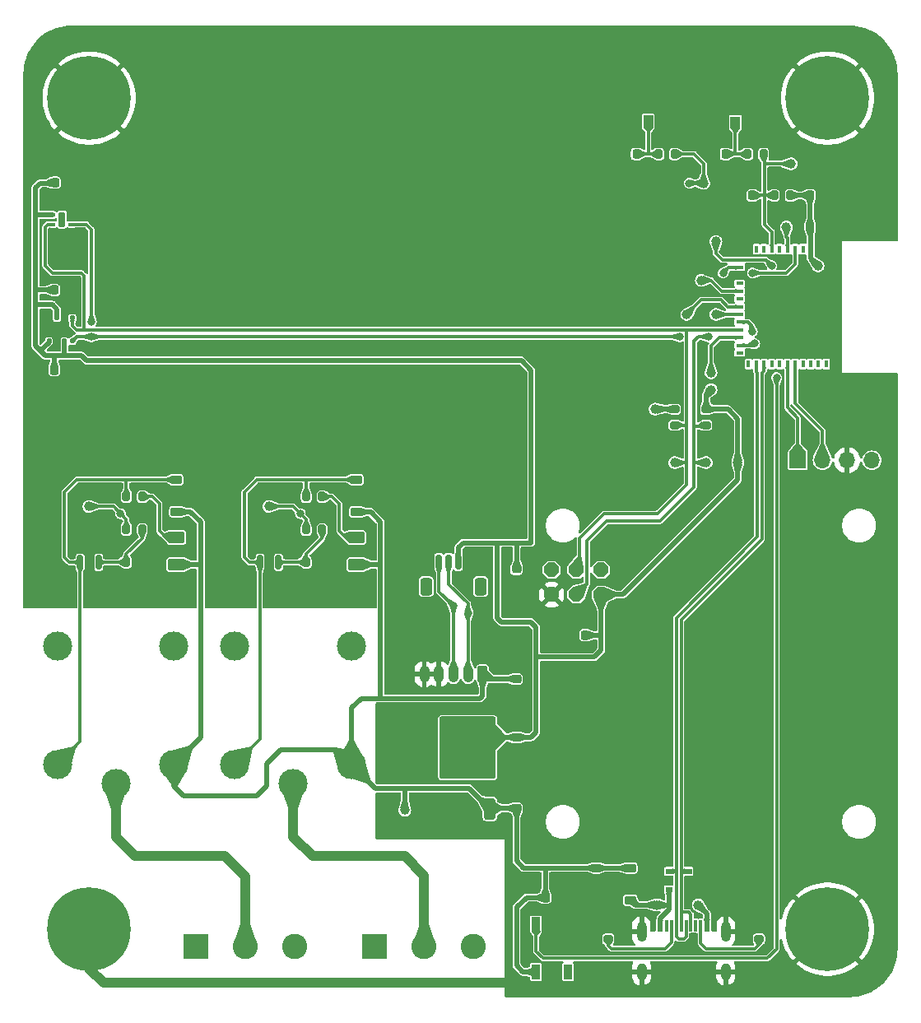
<source format=gbr>
%TF.GenerationSoftware,KiCad,Pcbnew,(7.0.0-0)*%
%TF.CreationDate,2023-03-25T06:26:20-04:00*%
%TF.ProjectId,KwartzLab-SensorBoard-Rev1,4b776172-747a-44c6-9162-2d53656e736f,1*%
%TF.SameCoordinates,Original*%
%TF.FileFunction,Copper,L1,Top*%
%TF.FilePolarity,Positive*%
%FSLAX46Y46*%
G04 Gerber Fmt 4.6, Leading zero omitted, Abs format (unit mm)*
G04 Created by KiCad (PCBNEW (7.0.0-0)) date 2023-03-25 06:26:20*
%MOMM*%
%LPD*%
G01*
G04 APERTURE LIST*
G04 Aperture macros list*
%AMRoundRect*
0 Rectangle with rounded corners*
0 $1 Rounding radius*
0 $2 $3 $4 $5 $6 $7 $8 $9 X,Y pos of 4 corners*
0 Add a 4 corners polygon primitive as box body*
4,1,4,$2,$3,$4,$5,$6,$7,$8,$9,$2,$3,0*
0 Add four circle primitives for the rounded corners*
1,1,$1+$1,$2,$3*
1,1,$1+$1,$4,$5*
1,1,$1+$1,$6,$7*
1,1,$1+$1,$8,$9*
0 Add four rect primitives between the rounded corners*
20,1,$1+$1,$2,$3,$4,$5,0*
20,1,$1+$1,$4,$5,$6,$7,0*
20,1,$1+$1,$6,$7,$8,$9,0*
20,1,$1+$1,$8,$9,$2,$3,0*%
%AMOutline5P*
0 Free polygon, 5 corners , with rotation*
0 The origin of the aperture is its center*
0 number of corners: always 5*
0 $1 to $10 corner X, Y*
0 $11 Rotation angle, in degrees counterclockwise*
0 create outline with 5 corners*
4,1,5,$1,$2,$3,$4,$5,$6,$7,$8,$9,$10,$1,$2,$11*%
%AMOutline6P*
0 Free polygon, 6 corners , with rotation*
0 The origin of the aperture is its center*
0 number of corners: always 6*
0 $1 to $12 corner X, Y*
0 $13 Rotation angle, in degrees counterclockwise*
0 create outline with 6 corners*
4,1,6,$1,$2,$3,$4,$5,$6,$7,$8,$9,$10,$11,$12,$1,$2,$13*%
%AMOutline7P*
0 Free polygon, 7 corners , with rotation*
0 The origin of the aperture is its center*
0 number of corners: always 7*
0 $1 to $14 corner X, Y*
0 $15 Rotation angle, in degrees counterclockwise*
0 create outline with 7 corners*
4,1,7,$1,$2,$3,$4,$5,$6,$7,$8,$9,$10,$11,$12,$13,$14,$1,$2,$15*%
%AMOutline8P*
0 Free polygon, 8 corners , with rotation*
0 The origin of the aperture is its center*
0 number of corners: always 8*
0 $1 to $16 corner X, Y*
0 $17 Rotation angle, in degrees counterclockwise*
0 create outline with 8 corners*
4,1,8,$1,$2,$3,$4,$5,$6,$7,$8,$9,$10,$11,$12,$13,$14,$15,$16,$1,$2,$17*%
%AMFreePoly0*
4,1,6,0.725000,-0.725000,-0.725000,-0.725000,-0.725000,0.125000,-0.125000,0.725000,0.725000,0.725000,0.725000,-0.725000,0.725000,-0.725000,$1*%
G04 Aperture macros list end*
%TA.AperFunction,SMDPad,CuDef*%
%ADD10RoundRect,0.250000X0.350000X-0.850000X0.350000X0.850000X-0.350000X0.850000X-0.350000X-0.850000X0*%
%TD*%
%TA.AperFunction,SMDPad,CuDef*%
%ADD11RoundRect,0.250000X1.125000X-1.275000X1.125000X1.275000X-1.125000X1.275000X-1.125000X-1.275000X0*%
%TD*%
%TA.AperFunction,SMDPad,CuDef*%
%ADD12RoundRect,0.249997X2.650003X-2.950003X2.650003X2.950003X-2.650003X2.950003X-2.650003X-2.950003X0*%
%TD*%
%TA.AperFunction,SMDPad,CuDef*%
%ADD13R,1.000000X1.250000*%
%TD*%
%TA.AperFunction,SMDPad,CuDef*%
%ADD14RoundRect,0.225000X-0.225000X-0.250000X0.225000X-0.250000X0.225000X0.250000X-0.225000X0.250000X0*%
%TD*%
%TA.AperFunction,ComponentPad*%
%ADD15C,0.900000*%
%TD*%
%TA.AperFunction,ComponentPad*%
%ADD16C,8.600000*%
%TD*%
%TA.AperFunction,SMDPad,CuDef*%
%ADD17RoundRect,0.200000X0.200000X0.275000X-0.200000X0.275000X-0.200000X-0.275000X0.200000X-0.275000X0*%
%TD*%
%TA.AperFunction,ComponentPad*%
%ADD18R,1.700000X1.700000*%
%TD*%
%TA.AperFunction,ComponentPad*%
%ADD19O,1.700000X1.700000*%
%TD*%
%TA.AperFunction,SMDPad,CuDef*%
%ADD20C,1.000000*%
%TD*%
%TA.AperFunction,SMDPad,CuDef*%
%ADD21RoundRect,0.150000X0.150000X-0.587500X0.150000X0.587500X-0.150000X0.587500X-0.150000X-0.587500X0*%
%TD*%
%TA.AperFunction,ComponentPad*%
%ADD22RoundRect,0.250000X0.265000X0.615000X-0.265000X0.615000X-0.265000X-0.615000X0.265000X-0.615000X0*%
%TD*%
%TA.AperFunction,ComponentPad*%
%ADD23O,1.030000X1.730000*%
%TD*%
%TA.AperFunction,SMDPad,CuDef*%
%ADD24RoundRect,0.225000X0.375000X-0.225000X0.375000X0.225000X-0.375000X0.225000X-0.375000X-0.225000X0*%
%TD*%
%TA.AperFunction,SMDPad,CuDef*%
%ADD25R,0.400000X0.800000*%
%TD*%
%TA.AperFunction,SMDPad,CuDef*%
%ADD26R,0.800000X0.400000*%
%TD*%
%TA.AperFunction,SMDPad,CuDef*%
%ADD27FreePoly0,270.000000*%
%TD*%
%TA.AperFunction,SMDPad,CuDef*%
%ADD28R,1.450000X1.450000*%
%TD*%
%TA.AperFunction,SMDPad,CuDef*%
%ADD29R,0.700000X0.700000*%
%TD*%
%TA.AperFunction,SMDPad,CuDef*%
%ADD30RoundRect,0.200000X-0.275000X0.200000X-0.275000X-0.200000X0.275000X-0.200000X0.275000X0.200000X0*%
%TD*%
%TA.AperFunction,ComponentPad*%
%ADD31C,3.000000*%
%TD*%
%TA.AperFunction,SMDPad,CuDef*%
%ADD32RoundRect,0.200000X-0.200000X-0.275000X0.200000X-0.275000X0.200000X0.275000X-0.200000X0.275000X0*%
%TD*%
%TA.AperFunction,SMDPad,CuDef*%
%ADD33RoundRect,0.225000X0.225000X0.250000X-0.225000X0.250000X-0.225000X-0.250000X0.225000X-0.250000X0*%
%TD*%
%TA.AperFunction,ComponentPad*%
%ADD34R,2.600000X2.600000*%
%TD*%
%TA.AperFunction,ComponentPad*%
%ADD35C,2.600000*%
%TD*%
%TA.AperFunction,SMDPad,CuDef*%
%ADD36RoundRect,0.225000X0.250000X-0.225000X0.250000X0.225000X-0.250000X0.225000X-0.250000X-0.225000X0*%
%TD*%
%TA.AperFunction,SMDPad,CuDef*%
%ADD37R,0.900000X1.500000*%
%TD*%
%TA.AperFunction,SMDPad,CuDef*%
%ADD38RoundRect,0.225000X-0.375000X0.225000X-0.375000X-0.225000X0.375000X-0.225000X0.375000X0.225000X0*%
%TD*%
%TA.AperFunction,SMDPad,CuDef*%
%ADD39RoundRect,0.150000X0.150000X0.625000X-0.150000X0.625000X-0.150000X-0.625000X0.150000X-0.625000X0*%
%TD*%
%TA.AperFunction,SMDPad,CuDef*%
%ADD40RoundRect,0.250000X0.350000X0.650000X-0.350000X0.650000X-0.350000X-0.650000X0.350000X-0.650000X0*%
%TD*%
%TA.AperFunction,ComponentPad*%
%ADD41Outline8P,-0.775000X0.321016X-0.321016X0.775000X0.321016X0.775000X0.775000X0.321016X0.775000X-0.321016X0.321016X-0.775000X-0.321016X-0.775000X-0.775000X-0.321016X180.000000*%
%TD*%
%TA.AperFunction,SMDPad,CuDef*%
%ADD42RoundRect,0.250000X-0.625000X0.375000X-0.625000X-0.375000X0.625000X-0.375000X0.625000X0.375000X0*%
%TD*%
%TA.AperFunction,SMDPad,CuDef*%
%ADD43RoundRect,0.125000X-0.125000X-0.137500X0.125000X-0.137500X0.125000X0.137500X-0.125000X0.137500X0*%
%TD*%
%TA.AperFunction,SMDPad,CuDef*%
%ADD44RoundRect,0.225000X-0.250000X0.225000X-0.250000X-0.225000X0.250000X-0.225000X0.250000X0.225000X0*%
%TD*%
%TA.AperFunction,SMDPad,CuDef*%
%ADD45R,0.600000X1.150000*%
%TD*%
%TA.AperFunction,SMDPad,CuDef*%
%ADD46R,0.300000X1.150000*%
%TD*%
%TA.AperFunction,ComponentPad*%
%ADD47O,1.000000X2.100000*%
%TD*%
%TA.AperFunction,ComponentPad*%
%ADD48O,1.000000X1.800000*%
%TD*%
%TA.AperFunction,SMDPad,CuDef*%
%ADD49RoundRect,0.087500X-0.187500X-0.087500X0.187500X-0.087500X0.187500X0.087500X-0.187500X0.087500X0*%
%TD*%
%TA.AperFunction,SMDPad,CuDef*%
%ADD50RoundRect,0.175000X-0.175000X-0.625000X0.175000X-0.625000X0.175000X0.625000X-0.175000X0.625000X0*%
%TD*%
%TA.AperFunction,SMDPad,CuDef*%
%ADD51R,0.700000X1.000000*%
%TD*%
%TA.AperFunction,SMDPad,CuDef*%
%ADD52R,0.700000X0.600000*%
%TD*%
%TA.AperFunction,ViaPad*%
%ADD53C,0.800000*%
%TD*%
%TA.AperFunction,ViaPad*%
%ADD54C,1.000000*%
%TD*%
%TA.AperFunction,Conductor*%
%ADD55C,1.000000*%
%TD*%
%TA.AperFunction,Conductor*%
%ADD56C,0.500000*%
%TD*%
%TA.AperFunction,Conductor*%
%ADD57C,0.300000*%
%TD*%
G04 APERTURE END LIST*
D10*
%TO.P,U2,1,GND*%
%TO.N,GND*%
X133495000Y-139275000D03*
D11*
%TO.P,U2,2,VO*%
%TO.N,+3V3*%
X134250000Y-134650000D03*
X137300000Y-134650000D03*
D12*
X135775000Y-132975000D03*
D11*
X134250000Y-131300000D03*
X137300000Y-131300000D03*
D10*
%TO.P,U2,3,VI*%
%TO.N,+5V*%
X138055000Y-139275000D03*
%TD*%
D13*
%TO.P,SW1,1,1*%
%TO.N,GND*%
X154349999Y-60774999D03*
%TO.P,SW1,2,2*%
%TO.N,Net-(C7-Pad2)*%
X154349999Y-68524999D03*
%TD*%
D14*
%TO.P,C7,1*%
%TO.N,GND*%
X151600000Y-71900000D03*
%TO.P,C7,2*%
%TO.N,Net-(C7-Pad2)*%
X153150000Y-71900000D03*
%TD*%
D15*
%TO.P,H3,1,1*%
%TO.N,GND*%
X169557188Y-66150000D03*
X170501769Y-63869581D03*
X170501769Y-68430419D03*
X172782188Y-62925000D03*
D16*
X172782188Y-66150000D03*
D15*
X172782188Y-69375000D03*
X175062607Y-63869581D03*
X175062607Y-68430419D03*
X176007188Y-66150000D03*
%TD*%
%TO.P,H1,1,1*%
%TO.N,GND*%
X93600000Y-151650000D03*
X94544581Y-149369581D03*
X94544581Y-153930419D03*
X96825000Y-148425000D03*
D16*
X96825000Y-151650000D03*
D15*
X96825000Y-154875000D03*
X99105419Y-149369581D03*
X99105419Y-153930419D03*
X100050000Y-151650000D03*
%TD*%
D17*
%TO.P,R13,1*%
%TO.N,GND*%
X120800000Y-113900000D03*
%TO.P,R13,2*%
%TO.N,/Output Relays/RELAY2_F_EN*%
X119150000Y-113900000D03*
%TD*%
D18*
%TO.P,J1,1,Pin_1*%
%TO.N,/RX*%
X169719999Y-103399999D03*
D19*
%TO.P,J1,2,Pin_2*%
%TO.N,/TX*%
X172259999Y-103399999D03*
%TO.P,J1,3,Pin_3*%
%TO.N,GND*%
X174799999Y-103399999D03*
%TO.P,J1,4,Pin_4*%
%TO.N,+3V3*%
X177339999Y-103399999D03*
%TD*%
D20*
%TO.P,TP1,1,1*%
%TO.N,STATUS*%
X161300000Y-80900000D03*
%TD*%
D15*
%TO.P,H4,1,1*%
%TO.N,GND*%
X93600000Y-66150000D03*
X94544581Y-63869581D03*
X94544581Y-68430419D03*
X96825000Y-62925000D03*
D16*
X96825000Y-66150000D03*
D15*
X96825000Y-69375000D03*
X99105419Y-63869581D03*
X99105419Y-68430419D03*
X100050000Y-66150000D03*
%TD*%
D21*
%TO.P,Q2,1,C*%
%TO.N,/Output Relays/RELAY2_EN*%
X114400000Y-113900000D03*
%TO.P,Q2,2,B*%
%TO.N,/Output Relays/RELAY2_F_EN*%
X116300000Y-113900000D03*
%TO.P,Q2,3,E*%
%TO.N,GND*%
X115350000Y-112025000D03*
%TD*%
D22*
%TO.P,J3,1,Pin_1*%
%TO.N,+5V*%
X137300000Y-125400000D03*
D23*
%TO.P,J3,2,Pin_2*%
%TO.N,SDA*%
X135799999Y-125399999D03*
%TO.P,J3,3,Pin_3*%
%TO.N,SCL*%
X134299999Y-125399999D03*
%TO.P,J3,4,Pin_4*%
%TO.N,GND*%
X132799999Y-125399999D03*
%TO.P,J3,5,Pin_5*%
X131299999Y-125399999D03*
%TD*%
D24*
%TO.P,D6,1,K*%
%TO.N,+5V*%
X105800000Y-108700000D03*
%TO.P,D6,2,A*%
%TO.N,/Output Relays/RELAY1_EN*%
X105800000Y-105400000D03*
%TD*%
D25*
%TO.P,U1,1,GND*%
%TO.N,GND*%
X172649999Y-81699999D03*
%TO.P,U1,2,GND*%
X171849999Y-81699999D03*
%TO.P,U1,3,3V3*%
%TO.N,+3V3*%
X171049999Y-81699999D03*
%TO.P,U1,4,NC*%
%TO.N,unconnected-(U1-NC-Pad4)*%
X170249999Y-81699999D03*
%TO.P,U1,5,GPIO2/ADC1_CH2*%
%TO.N,RELAY2*%
X169449999Y-81699999D03*
%TO.P,U1,6,GPIO3/ADC1_CH3*%
%TO.N,GPIO3*%
X168649999Y-81699999D03*
%TO.P,U1,7,NC*%
%TO.N,unconnected-(U1-NC-Pad7)*%
X167849999Y-81699999D03*
%TO.P,U1,8,EN/CHIP_PU*%
%TO.N,RESET*%
X167049999Y-81699999D03*
%TO.P,U1,9,NC*%
%TO.N,unconnected-(U1-NC-Pad9)*%
X166249999Y-81699999D03*
%TO.P,U1,10,NC*%
%TO.N,unconnected-(U1-NC-Pad10)*%
X165449999Y-81699999D03*
%TO.P,U1,11,GND*%
%TO.N,GND*%
X164649999Y-81699999D03*
D26*
%TO.P,U1,12,GPIO0/ADC1_CH0/XTAL_32K_P*%
%TO.N,STATUS*%
X163749999Y-82799999D03*
%TO.P,U1,13,GPIO1/ADC1_CH1/XTAL_32K_N*%
%TO.N,RELAY1*%
X163749999Y-83599999D03*
%TO.P,U1,14,GND*%
%TO.N,GND*%
X163749999Y-84399999D03*
%TO.P,U1,15,NC*%
%TO.N,unconnected-(U1-NC-Pad15)*%
X163749999Y-85199999D03*
%TO.P,U1,16,GPIO10*%
%TO.N,GPIO10*%
X163749999Y-85999999D03*
%TO.P,U1,17,NC*%
%TO.N,unconnected-(U1-NC-Pad17)*%
X163749999Y-86799999D03*
%TO.P,U1,18,GPIO4/ADC1_CH4*%
%TO.N,GPIO4*%
X163749999Y-87599999D03*
%TO.P,U1,19,GPIO5/ADC2_CH0*%
%TO.N,GPIO5*%
X163749999Y-88399999D03*
%TO.P,U1,20,GPIO6*%
%TO.N,SDA*%
X163749999Y-89199999D03*
%TO.P,U1,21,GPIO7*%
%TO.N,SCL*%
X163749999Y-89999999D03*
%TO.P,U1,22,GPIO8*%
%TO.N,GPIO8*%
X163749999Y-90799999D03*
%TO.P,U1,23,GPIO9*%
%TO.N,BOOT*%
X163749999Y-91599999D03*
%TO.P,U1,24,NC*%
%TO.N,unconnected-(U1-NC-Pad24)*%
X163749999Y-92399999D03*
D25*
%TO.P,U1,25,NC*%
%TO.N,unconnected-(U1-NC-Pad25)*%
X164649999Y-93499999D03*
%TO.P,U1,26,GPIO18/USB_D-*%
%TO.N,/USB_DN*%
X165449999Y-93499999D03*
%TO.P,U1,27,GPIO19/USB_D+*%
%TO.N,/USB_DP*%
X166249999Y-93499999D03*
%TO.P,U1,28,NC*%
%TO.N,unconnected-(U1-NC-Pad28)*%
X167049999Y-93499999D03*
%TO.P,U1,29,NC*%
%TO.N,unconnected-(U1-NC-Pad29)*%
X167849999Y-93499999D03*
%TO.P,U1,30,GPIO20/U0RXD*%
%TO.N,/RX*%
X168649999Y-93499999D03*
%TO.P,U1,31,GPIO21/U0TXD*%
%TO.N,/TX*%
X169449999Y-93499999D03*
%TO.P,U1,32,NC*%
%TO.N,unconnected-(U1-NC-Pad32)*%
X170249999Y-93499999D03*
%TO.P,U1,33,NC*%
%TO.N,unconnected-(U1-NC-Pad33)*%
X171049999Y-93499999D03*
%TO.P,U1,34,NC*%
%TO.N,unconnected-(U1-NC-Pad34)*%
X171849999Y-93499999D03*
%TO.P,U1,35,NC*%
%TO.N,unconnected-(U1-NC-Pad35)*%
X172649999Y-93499999D03*
D26*
%TO.P,U1,36,GND*%
%TO.N,GND*%
X173549999Y-92399999D03*
%TO.P,U1,37,GND*%
X173549999Y-91599999D03*
%TO.P,U1,38,GND*%
X173549999Y-90799999D03*
%TO.P,U1,39,GND*%
X173549999Y-89999999D03*
%TO.P,U1,40,GND*%
X173549999Y-89199999D03*
%TO.P,U1,41,GND*%
X173549999Y-88399999D03*
%TO.P,U1,42,GND*%
X173549999Y-87599999D03*
%TO.P,U1,43,GND*%
X173549999Y-86799999D03*
%TO.P,U1,44,GND*%
X173549999Y-85999999D03*
%TO.P,U1,45,GND*%
X173549999Y-85199999D03*
%TO.P,U1,46,GND*%
X173549999Y-84399999D03*
%TO.P,U1,47,GND*%
X173549999Y-83599999D03*
%TO.P,U1,48,GND*%
X173549999Y-82799999D03*
D27*
%TO.P,U1,49,GND*%
X170625000Y-85625000D03*
D28*
X168649999Y-85624999D03*
X166674999Y-85624999D03*
X170624999Y-87599999D03*
X168649999Y-87599999D03*
X166674999Y-87599999D03*
X170624999Y-89574999D03*
X168649999Y-89574999D03*
X166674999Y-89574999D03*
D29*
%TO.P,U1,50,GND*%
X173599999Y-93549999D03*
%TO.P,U1,51,GND*%
X163699999Y-93549999D03*
%TO.P,U1,52,GND*%
X163699999Y-81649999D03*
%TO.P,U1,53,GND*%
X173599999Y-81649999D03*
%TD*%
D30*
%TO.P,R4,1*%
%TO.N,GND*%
X150230000Y-151000000D03*
%TO.P,R4,2*%
%TO.N,/USB C Connector/USB_CC1*%
X150230000Y-152650000D03*
%TD*%
D31*
%TO.P,K2,11*%
%TO.N,/Output Relays/RELAY2_COM*%
X117800000Y-136700000D03*
%TO.P,K2,12*%
%TO.N,/Output Relays/RELAY2_NC*%
X111800000Y-122500000D03*
%TO.P,K2,14*%
%TO.N,/Output Relays/RELAY2_NO*%
X123800000Y-122500000D03*
%TO.P,K2,A1*%
%TO.N,+5V*%
X123800000Y-134700000D03*
%TO.P,K2,A2*%
%TO.N,/Output Relays/RELAY2_EN*%
X111800000Y-134700000D03*
%TD*%
D14*
%TO.P,C2,1*%
%TO.N,+3V3*%
X171000000Y-79400000D03*
%TO.P,C2,2*%
%TO.N,GND*%
X172550000Y-79400000D03*
%TD*%
D32*
%TO.P,R8,1*%
%TO.N,RELAY1*%
X100650000Y-110525000D03*
%TO.P,R8,2*%
%TO.N,/Output Relays/RELAY1_F_EN*%
X102300000Y-110525000D03*
%TD*%
D15*
%TO.P,H2,1,1*%
%TO.N,GND*%
X169544581Y-151650000D03*
X170489162Y-149369581D03*
X170489162Y-153930419D03*
X172769581Y-148425000D03*
D16*
X172769581Y-151650000D03*
D15*
X172769581Y-154875000D03*
X175050000Y-149369581D03*
X175050000Y-153930419D03*
X175994581Y-151650000D03*
%TD*%
D33*
%TO.P,C14,1*%
%TO.N,+3V3*%
X147850000Y-121400000D03*
%TO.P,C14,2*%
%TO.N,GND*%
X146300000Y-121400000D03*
%TD*%
D30*
%TO.P,R1,1*%
%TO.N,+3V3*%
X160300000Y-98150000D03*
%TO.P,R1,2*%
%TO.N,SDA*%
X160300000Y-99800000D03*
%TD*%
D14*
%TO.P,C10,1*%
%TO.N,+3V3*%
X93300000Y-74837500D03*
%TO.P,C10,2*%
%TO.N,GND*%
X94850000Y-74837500D03*
%TD*%
D34*
%TO.P,J6,1,Pin_1*%
%TO.N,/Output Relays/RELAY2_NC*%
X126214999Y-153399999D03*
D35*
%TO.P,J6,2,Pin_2*%
%TO.N,/Output Relays/RELAY2_COM*%
X131295000Y-153400000D03*
%TO.P,J6,3,Pin_3*%
%TO.N,/Output Relays/RELAY2_NO*%
X136375000Y-153400000D03*
%TD*%
D20*
%TO.P,TP10,1,1*%
%TO.N,+5V*%
X129300000Y-139400000D03*
%TD*%
D36*
%TO.P,C15,1*%
%TO.N,GND*%
X140800000Y-116150000D03*
%TO.P,C15,2*%
%TO.N,+3V3*%
X140800000Y-114600000D03*
%TD*%
D37*
%TO.P,D3,1,VDD*%
%TO.N,+5V*%
X142799999Y-156049999D03*
%TO.P,D3,2,DOUT*%
%TO.N,/Status LED/D_OUT*%
X146099999Y-156049999D03*
%TO.P,D3,3,VSS*%
%TO.N,GND*%
X146099999Y-151149999D03*
%TO.P,D3,4,DIN*%
%TO.N,STATUS*%
X142799999Y-151149999D03*
%TD*%
D36*
%TO.P,C13,1*%
%TO.N,+5V*%
X140800000Y-125900000D03*
%TO.P,C13,2*%
%TO.N,GND*%
X140800000Y-124350000D03*
%TD*%
D30*
%TO.P,R5,1*%
%TO.N,GND*%
X165730000Y-151000000D03*
%TO.P,R5,2*%
%TO.N,/USB C Connector/USB_CC2*%
X165730000Y-152650000D03*
%TD*%
D20*
%TO.P,TP9,1,1*%
%TO.N,SDA*%
X160300000Y-103650000D03*
%TD*%
D13*
%TO.P,SW2,1,1*%
%TO.N,GND*%
X163299999Y-60899999D03*
%TO.P,SW2,2,2*%
%TO.N,Net-(C8-Pad2)*%
X163299999Y-68649999D03*
%TD*%
D36*
%TO.P,C5,1*%
%TO.N,+3V3*%
X140800000Y-131900000D03*
%TO.P,C5,2*%
%TO.N,GND*%
X140800000Y-130350000D03*
%TD*%
D20*
%TO.P,TP4,1,1*%
%TO.N,GND*%
X153800000Y-103650000D03*
%TD*%
D32*
%TO.P,R7,1*%
%TO.N,Net-(C8-Pad2)*%
X164550000Y-71900000D03*
%TO.P,R7,2*%
%TO.N,RESET*%
X166200000Y-71900000D03*
%TD*%
D38*
%TO.P,D2,1,K*%
%TO.N,+5V*%
X152480000Y-145350000D03*
%TO.P,D2,2,A*%
%TO.N,VBUS*%
X152480000Y-148650000D03*
%TD*%
D20*
%TO.P,TP3,1,1*%
%TO.N,RELAY2*%
X115300000Y-108150000D03*
%TD*%
D14*
%TO.P,C1,1*%
%TO.N,GND*%
X163500000Y-76150000D03*
%TO.P,C1,2*%
%TO.N,RESET*%
X165050000Y-76150000D03*
%TD*%
D39*
%TO.P,J7,1,Pin_1*%
%TO.N,GND*%
X135800000Y-113875000D03*
%TO.P,J7,2,Pin_2*%
%TO.N,+3V3*%
X134800000Y-113875000D03*
%TO.P,J7,3,Pin_3*%
%TO.N,SDA*%
X133800000Y-113875000D03*
%TO.P,J7,4,Pin_4*%
%TO.N,SCL*%
X132800000Y-113875000D03*
D40*
%TO.P,J7,MP*%
%TO.N,N/C*%
X137100000Y-116400000D03*
X131500000Y-116400000D03*
%TD*%
D14*
%TO.P,C8,1*%
%TO.N,GND*%
X160750000Y-71900000D03*
%TO.P,C8,2*%
%TO.N,Net-(C8-Pad2)*%
X162300000Y-71900000D03*
%TD*%
D20*
%TO.P,TP13,1,1*%
%TO.N,BOOT*%
X160050000Y-74900000D03*
%TD*%
%TO.P,TP6,1,1*%
%TO.N,GPIO3*%
X168550000Y-79400000D03*
%TD*%
D34*
%TO.P,J5,1,Pin_1*%
%TO.N,/Output Relays/RELAY1_NC*%
X107799999Y-153399999D03*
D35*
%TO.P,J5,2,Pin_2*%
%TO.N,/Output Relays/RELAY1_COM*%
X112880000Y-153400000D03*
%TO.P,J5,3,Pin_3*%
%TO.N,/Output Relays/RELAY1_NO*%
X117960000Y-153400000D03*
%TD*%
D41*
%TO.P,J4,1,Pin_1*%
%TO.N,unconnected-(J4-Pin_1-Pad1)*%
X149482927Y-114684143D03*
%TO.P,J4,2,Pin_2*%
%TO.N,+3V3*%
X149482927Y-117224143D03*
%TO.P,J4,3,Pin_3*%
%TO.N,SCL*%
X146942927Y-114684143D03*
%TO.P,J4,4,Pin_4*%
%TO.N,SDA*%
X146942927Y-117224143D03*
%TO.P,J4,5,Pin_5*%
%TO.N,unconnected-(J4-Pin_5-Pad5)*%
X144402927Y-114684143D03*
%TO.P,J4,6,Pin_6*%
%TO.N,GND*%
X144402927Y-117224143D03*
%TD*%
D17*
%TO.P,R10,1*%
%TO.N,/Output Relays/RELAY1_STATUS_LED*%
X102300000Y-107150000D03*
%TO.P,R10,2*%
%TO.N,/Output Relays/RELAY1_EN*%
X100650000Y-107150000D03*
%TD*%
%TO.P,R12,1*%
%TO.N,/Output Relays/RELAY2_STATUS_LED*%
X120800000Y-107150000D03*
%TO.P,R12,2*%
%TO.N,/Output Relays/RELAY2_EN*%
X119150000Y-107150000D03*
%TD*%
D24*
%TO.P,D7,1,K*%
%TO.N,+5V*%
X124300000Y-108700000D03*
%TO.P,D7,2,A*%
%TO.N,/Output Relays/RELAY2_EN*%
X124300000Y-105400000D03*
%TD*%
D42*
%TO.P,D4,1,K*%
%TO.N,/Output Relays/RELAY1_STATUS_LED*%
X105800000Y-111350000D03*
%TO.P,D4,2,A*%
%TO.N,+5V*%
X105800000Y-114150000D03*
%TD*%
D20*
%TO.P,TP11,1,1*%
%TO.N,SCL*%
X157050000Y-103650000D03*
%TD*%
%TO.P,TP14,1,1*%
%TO.N,GPIO10*%
X159800000Y-84900000D03*
%TD*%
D14*
%TO.P,C3,1*%
%TO.N,+3V3*%
X171000000Y-76150000D03*
%TO.P,C3,2*%
%TO.N,GND*%
X172550000Y-76150000D03*
%TD*%
D43*
%TO.P,U4,1,GND*%
%TO.N,GND*%
X92700000Y-88775000D03*
%TO.P,U4,2,CSB*%
%TO.N,+3V3*%
X93500000Y-88775000D03*
%TO.P,U4,3,SDI*%
%TO.N,GND*%
X94300000Y-88775000D03*
%TO.P,U4,4,SCK*%
%TO.N,SCL*%
X95100000Y-88775000D03*
%TO.P,U4,5,SDO*%
%TO.N,SDA*%
X95100000Y-91150000D03*
%TO.P,U4,6,VDDIO*%
%TO.N,+3V3*%
X94300000Y-91150000D03*
%TO.P,U4,7,GND*%
%TO.N,GND*%
X93500000Y-91150000D03*
%TO.P,U4,8,VDD*%
%TO.N,+3V3*%
X92700000Y-91150000D03*
%TD*%
D20*
%TO.P,TP8,1,1*%
%TO.N,GPIO5*%
X161300000Y-88400000D03*
%TD*%
%TO.P,TP5,1,1*%
%TO.N,+3V3*%
X163550000Y-103650000D03*
%TD*%
%TO.P,TP12,1,1*%
%TO.N,GPIO8*%
X160800000Y-94400000D03*
%TD*%
D44*
%TO.P,C6,1*%
%TO.N,+5V*%
X148980000Y-145350000D03*
%TO.P,C6,2*%
%TO.N,GND*%
X148980000Y-146900000D03*
%TD*%
D45*
%TO.P,J2,A1,GND*%
%TO.N,GND*%
X154779999Y-151294999D03*
%TO.P,J2,A4,VBUS*%
%TO.N,VBUS*%
X155579999Y-151294999D03*
D46*
%TO.P,J2,A5,CC1*%
%TO.N,/USB C Connector/USB_CC1*%
X156729999Y-151294999D03*
%TO.P,J2,A6,D+*%
%TO.N,/USB_DP*%
X157729999Y-151294999D03*
%TO.P,J2,A7,D-*%
%TO.N,/USB_DN*%
X158229999Y-151294999D03*
%TO.P,J2,A8,SBU1*%
%TO.N,unconnected-(J2-SBU1-PadA8)*%
X159229999Y-151294999D03*
D45*
%TO.P,J2,A9,VBUS*%
%TO.N,VBUS*%
X160379999Y-151294999D03*
%TO.P,J2,A12,GND*%
%TO.N,GND*%
X161179999Y-151294999D03*
%TO.P,J2,B1,GND*%
X161179999Y-151294999D03*
%TO.P,J2,B4,VBUS*%
%TO.N,VBUS*%
X160379999Y-151294999D03*
D46*
%TO.P,J2,B5,CC2*%
%TO.N,/USB C Connector/USB_CC2*%
X159729999Y-151294999D03*
%TO.P,J2,B6,D+*%
%TO.N,/USB_DP*%
X158729999Y-151294999D03*
%TO.P,J2,B7,D-*%
%TO.N,/USB_DN*%
X157229999Y-151294999D03*
%TO.P,J2,B8,SBU2*%
%TO.N,unconnected-(J2-SBU2-PadB8)*%
X156229999Y-151294999D03*
D45*
%TO.P,J2,B9,VBUS*%
%TO.N,VBUS*%
X155579999Y-151294999D03*
%TO.P,J2,B12,GND*%
%TO.N,GND*%
X154779999Y-151294999D03*
D47*
%TO.P,J2,S1,SHIELD*%
X153659999Y-151869999D03*
D48*
X153659999Y-156049999D03*
D47*
X162299999Y-151869999D03*
D48*
X162299999Y-156049999D03*
%TD*%
D17*
%TO.P,R11,1*%
%TO.N,GND*%
X102300000Y-113900000D03*
%TO.P,R11,2*%
%TO.N,/Output Relays/RELAY1_F_EN*%
X100650000Y-113900000D03*
%TD*%
D21*
%TO.P,Q1,1,C*%
%TO.N,/Output Relays/RELAY1_EN*%
X95900000Y-113900000D03*
%TO.P,Q1,2,B*%
%TO.N,/Output Relays/RELAY1_F_EN*%
X97800000Y-113900000D03*
%TO.P,Q1,3,E*%
%TO.N,GND*%
X96850000Y-112025000D03*
%TD*%
D30*
%TO.P,R2,1*%
%TO.N,+3V3*%
X157050000Y-98150000D03*
%TO.P,R2,2*%
%TO.N,SCL*%
X157050000Y-99800000D03*
%TD*%
D49*
%TO.P,U3,1,VDD*%
%TO.N,+3V3*%
X93100000Y-78150000D03*
%TO.P,U3,2,SCL*%
%TO.N,SCL*%
X93100000Y-79150000D03*
%TO.P,U3,3,SDA*%
%TO.N,SDA*%
X94950000Y-79150000D03*
%TO.P,U3,4,VSS*%
%TO.N,GND*%
X94950000Y-78150000D03*
D50*
%TO.P,U3,5,NC*%
%TO.N,unconnected-(U3-NC-Pad5)*%
X94025000Y-78650000D03*
%TD*%
D32*
%TO.P,R9,1*%
%TO.N,RELAY2*%
X119150000Y-110525000D03*
%TO.P,R9,2*%
%TO.N,/Output Relays/RELAY2_F_EN*%
X120800000Y-110525000D03*
%TD*%
D20*
%TO.P,TP15,1,1*%
%TO.N,RESET*%
X169050000Y-72900000D03*
%TD*%
D42*
%TO.P,D5,1,K*%
%TO.N,/Output Relays/RELAY2_STATUS_LED*%
X124300000Y-111350000D03*
%TO.P,D5,2,A*%
%TO.N,+5V*%
X124300000Y-114150000D03*
%TD*%
D51*
%TO.P,D1,1,VN*%
%TO.N,GND*%
X158479999Y-147399999D03*
D52*
%TO.P,D1,2,L1*%
%TO.N,/USB_DP*%
X158479999Y-145699999D03*
%TO.P,D1,3,L2*%
%TO.N,/USB_DN*%
X156479999Y-145699999D03*
%TO.P,D1,4,L3*%
%TO.N,VBUS*%
X156479999Y-147599999D03*
%TD*%
D36*
%TO.P,C4,1*%
%TO.N,+5V*%
X140800000Y-139200000D03*
%TO.P,C4,2*%
%TO.N,GND*%
X140800000Y-137650000D03*
%TD*%
D32*
%TO.P,R6,1*%
%TO.N,Net-(C7-Pad2)*%
X155400000Y-71900000D03*
%TO.P,R6,2*%
%TO.N,BOOT*%
X157050000Y-71900000D03*
%TD*%
D31*
%TO.P,K1,11*%
%TO.N,/Output Relays/RELAY1_COM*%
X99550000Y-136700000D03*
%TO.P,K1,12*%
%TO.N,/Output Relays/RELAY1_NC*%
X93550000Y-122500000D03*
%TO.P,K1,14*%
%TO.N,/Output Relays/RELAY1_NO*%
X105550000Y-122500000D03*
%TO.P,K1,A1*%
%TO.N,+5V*%
X105550000Y-134700000D03*
%TO.P,K1,A2*%
%TO.N,/Output Relays/RELAY1_EN*%
X93550000Y-134700000D03*
%TD*%
D14*
%TO.P,C11,1*%
%TO.N,+3V3*%
X93250000Y-85900000D03*
%TO.P,C11,2*%
%TO.N,GND*%
X94800000Y-85900000D03*
%TD*%
%TO.P,C9,1*%
%TO.N,+5V*%
X143750000Y-148400000D03*
%TO.P,C9,2*%
%TO.N,GND*%
X145300000Y-148400000D03*
%TD*%
D20*
%TO.P,TP7,1,1*%
%TO.N,GPIO4*%
X158300000Y-88400000D03*
%TD*%
%TO.P,TP2,1,1*%
%TO.N,RELAY1*%
X96800000Y-108150000D03*
%TD*%
D17*
%TO.P,R3,1*%
%TO.N,+3V3*%
X168950000Y-76150000D03*
%TO.P,R3,2*%
%TO.N,RESET*%
X167300000Y-76150000D03*
%TD*%
D14*
%TO.P,C12,1*%
%TO.N,+3V3*%
X93250000Y-94150000D03*
%TO.P,C12,2*%
%TO.N,GND*%
X94800000Y-94150000D03*
%TD*%
D53*
%TO.N,GND*%
X95800000Y-80900000D03*
X170400000Y-91300000D03*
X169250000Y-91300000D03*
X94550000Y-82650000D03*
X168050000Y-91300000D03*
X170800000Y-84150000D03*
X93800000Y-89900000D03*
X93550000Y-80900000D03*
X164950000Y-86900000D03*
X166150000Y-92300000D03*
X164950000Y-85700000D03*
X169800000Y-84150000D03*
X95300000Y-87400000D03*
X164950000Y-88150000D03*
D54*
%TO.N,+3V3*%
X155050000Y-98150000D03*
X171800000Y-83400000D03*
X160800000Y-96150000D03*
%TO.N,VBUS*%
X155230000Y-149150000D03*
X159480000Y-149150000D03*
D53*
%TO.N,STATUS*%
X167050000Y-83400000D03*
X167550000Y-94900000D03*
%TO.N,SDA*%
X97050000Y-89150000D03*
X97050000Y-90699500D03*
X165050000Y-90150000D03*
X160550000Y-90699500D03*
X135800000Y-119099500D03*
X157550000Y-90699500D03*
%TO.N,SCL*%
X134300000Y-118400000D03*
%TO.N,BOOT*%
X158550000Y-74900000D03*
X165300000Y-91400000D03*
%TO.N,RELAY1*%
X100050000Y-108900000D03*
X162050000Y-84150000D03*
%TO.N,RELAY2*%
X118550000Y-108900000D03*
X165050000Y-84150000D03*
%TD*%
D55*
%TO.N,GND*%
X96825000Y-155675000D02*
X98300000Y-157150000D01*
X96825000Y-151650000D02*
X96825000Y-155675000D01*
D56*
X96825000Y-151650000D02*
X96825000Y-154675000D01*
D55*
X98300000Y-157150000D02*
X140300000Y-157150000D01*
D57*
%TO.N,RESET*%
X166300000Y-79150000D02*
X166300000Y-76150000D01*
X167050000Y-81700000D02*
X167050000Y-79900000D01*
X166300000Y-76150000D02*
X167300000Y-76150000D01*
X166300000Y-72900000D02*
X166300000Y-76150000D01*
X169050000Y-72900000D02*
X166300000Y-72900000D01*
X166300000Y-72000000D02*
X166300000Y-72900000D01*
X166200000Y-71900000D02*
X166300000Y-72000000D01*
X165050000Y-76150000D02*
X166300000Y-76150000D01*
X167050000Y-79900000D02*
X166300000Y-79150000D01*
D56*
%TO.N,+3V3*%
X160800000Y-96150000D02*
X160300000Y-96650000D01*
X93050000Y-87400000D02*
X91300000Y-87400000D01*
X168950000Y-76150000D02*
X171000000Y-76150000D01*
X91300000Y-75400000D02*
X91800000Y-74900000D01*
X171000000Y-79400000D02*
X171000000Y-76150000D01*
X162550000Y-98150000D02*
X160300000Y-98150000D01*
X94300000Y-92650000D02*
X93300000Y-92650000D01*
X148800000Y-123650000D02*
X142800000Y-123650000D01*
X142300000Y-131900000D02*
X142800000Y-131400000D01*
X93500000Y-88775000D02*
X93500000Y-87850000D01*
X93237500Y-74900000D02*
X93300000Y-74837500D01*
X91300000Y-91650000D02*
X91300000Y-87400000D01*
X135300000Y-111900000D02*
X138800000Y-111900000D01*
X147850000Y-121400000D02*
X149482928Y-121400000D01*
X151725856Y-117224144D02*
X163550000Y-105400000D01*
X93500000Y-87850000D02*
X93050000Y-87400000D01*
X93250000Y-85900000D02*
X91300000Y-85900000D01*
X91300000Y-85900000D02*
X91300000Y-78150000D01*
X96050000Y-92650000D02*
X94300000Y-92650000D01*
X93250000Y-92700000D02*
X93300000Y-92650000D01*
X160300000Y-96650000D02*
X160300000Y-98150000D01*
X134800000Y-113875000D02*
X134800000Y-112400000D01*
X163550000Y-99150000D02*
X162550000Y-98150000D01*
X149482928Y-117224144D02*
X151725856Y-117224144D01*
X141300000Y-93150000D02*
X96550000Y-93150000D01*
X149482928Y-121400000D02*
X149482928Y-122967072D01*
X138800000Y-119600000D02*
X139250000Y-120050000D01*
X163550000Y-105400000D02*
X163550000Y-103650000D01*
X92300000Y-92650000D02*
X93300000Y-92650000D01*
X171050000Y-81700000D02*
X171050000Y-79450000D01*
X149482928Y-122967072D02*
X148800000Y-123650000D01*
X137300000Y-131300000D02*
X137900000Y-131900000D01*
X134800000Y-112400000D02*
X135300000Y-111900000D01*
X91300000Y-87400000D02*
X91300000Y-85900000D01*
X163550000Y-103650000D02*
X163550000Y-99150000D01*
X91800000Y-74900000D02*
X93237500Y-74900000D01*
X138800000Y-111900000D02*
X138800000Y-119600000D01*
X142800000Y-120600000D02*
X142800000Y-123650000D01*
X142800000Y-131400000D02*
X142800000Y-123650000D01*
X93250000Y-94150000D02*
X93250000Y-92700000D01*
X157050000Y-98150000D02*
X155050000Y-98150000D01*
X171050000Y-79450000D02*
X171000000Y-79400000D01*
X171050000Y-81700000D02*
X171050000Y-82650000D01*
X140800000Y-131900000D02*
X142300000Y-131900000D01*
X137900000Y-131900000D02*
X140800000Y-131900000D01*
X140800000Y-111900000D02*
X142300000Y-111900000D01*
X142300000Y-111900000D02*
X142300000Y-94150000D01*
X91800000Y-92150000D02*
X91300000Y-91650000D01*
X92300000Y-92650000D02*
X91800000Y-92150000D01*
X139250000Y-120050000D02*
X142250000Y-120050000D01*
X142250000Y-120050000D02*
X142800000Y-120600000D01*
X93100000Y-78150000D02*
X91300000Y-78150000D01*
X142300000Y-94150000D02*
X141300000Y-93150000D01*
X149482928Y-117224144D02*
X149482928Y-121400000D01*
X171050000Y-82650000D02*
X171800000Y-83400000D01*
X140800000Y-114600000D02*
X140800000Y-111900000D01*
X91800000Y-92150000D02*
X92700000Y-91250000D01*
X91300000Y-78150000D02*
X91300000Y-75400000D01*
X96550000Y-93150000D02*
X96050000Y-92650000D01*
X94300000Y-91150000D02*
X94300000Y-92650000D01*
X92700000Y-91250000D02*
X92700000Y-91150000D01*
X138800000Y-111900000D02*
X140800000Y-111900000D01*
%TO.N,+5V*%
X124800000Y-127900000D02*
X123800000Y-128900000D01*
X124300000Y-114150000D02*
X126800000Y-114150000D01*
X125750000Y-108700000D02*
X125800000Y-108750000D01*
X114050000Y-137900000D02*
X106550000Y-137900000D01*
X129300000Y-137150000D02*
X126250000Y-137150000D01*
X115050000Y-136900000D02*
X114050000Y-137900000D01*
X108300000Y-114150000D02*
X105800000Y-114150000D01*
X143750000Y-145550000D02*
X143550000Y-145350000D01*
X106550000Y-137900000D02*
X105550000Y-136900000D01*
X105550000Y-136900000D02*
X105550000Y-134700000D01*
X137800000Y-125900000D02*
X140800000Y-125900000D01*
X107250000Y-108700000D02*
X108300000Y-109750000D01*
X137300000Y-125400000D02*
X137300000Y-127650000D01*
X135930000Y-137150000D02*
X129300000Y-137150000D01*
X105800000Y-108700000D02*
X107250000Y-108700000D01*
X143550000Y-145350000D02*
X141500000Y-145350000D01*
X137300000Y-125400000D02*
X137800000Y-125900000D01*
X116550000Y-133150000D02*
X115050000Y-134650000D01*
X138130000Y-139200000D02*
X138055000Y-139275000D01*
X141800000Y-148400000D02*
X140800000Y-149400000D01*
X129300000Y-139400000D02*
X129300000Y-137150000D01*
X140800000Y-144650000D02*
X140800000Y-139200000D01*
X123800000Y-128900000D02*
X123800000Y-134700000D01*
X148980000Y-145350000D02*
X143550000Y-145350000D01*
X126800000Y-109750000D02*
X126800000Y-127900000D01*
X125800000Y-108750000D02*
X126800000Y-109750000D01*
X137300000Y-127650000D02*
X137050000Y-127900000D01*
X108300000Y-114150000D02*
X108300000Y-131950000D01*
X140800000Y-155400000D02*
X141450000Y-156050000D01*
X141500000Y-145350000D02*
X140800000Y-144650000D01*
X123800000Y-134700000D02*
X122250000Y-133150000D01*
X108300000Y-109750000D02*
X108300000Y-114150000D01*
X108300000Y-131950000D02*
X105550000Y-134700000D01*
X124300000Y-108700000D02*
X125750000Y-108700000D01*
X124800000Y-127900000D02*
X137050000Y-127900000D01*
X140800000Y-139200000D02*
X138130000Y-139200000D01*
X115050000Y-134650000D02*
X115050000Y-136900000D01*
X141450000Y-156050000D02*
X142800000Y-156050000D01*
X140800000Y-149400000D02*
X140800000Y-155400000D01*
X122250000Y-133150000D02*
X116550000Y-133150000D01*
X126250000Y-137150000D02*
X123800000Y-134700000D01*
X152480000Y-145350000D02*
X148980000Y-145350000D01*
X143750000Y-148400000D02*
X143750000Y-145550000D01*
X138055000Y-139275000D02*
X135930000Y-137150000D01*
X143750000Y-148400000D02*
X141800000Y-148400000D01*
D57*
%TO.N,Net-(C7-Pad2)*%
X154350000Y-68525000D02*
X154350000Y-71900000D01*
X154350000Y-71900000D02*
X155400000Y-71900000D01*
X154350000Y-71900000D02*
X153150000Y-71900000D01*
%TO.N,/USB_DP*%
X157780000Y-145700000D02*
X157730000Y-145650000D01*
X157730000Y-151295000D02*
X157730000Y-145650000D01*
X158730000Y-151295000D02*
X158730000Y-150150000D01*
X158480000Y-145700000D02*
X157780000Y-145700000D01*
X158480000Y-149900000D02*
X157730000Y-149900000D01*
X157730000Y-145650000D02*
X157730000Y-119823554D01*
X158730000Y-150150000D02*
X158480000Y-149900000D01*
X166050000Y-94400000D02*
X166250000Y-94200000D01*
X166250000Y-94200000D02*
X166250000Y-93500000D01*
X157730000Y-119823554D02*
X166050000Y-111503554D01*
X166050000Y-111503554D02*
X166050000Y-94400000D01*
%TO.N,/USB_DN*%
X157230000Y-151295000D02*
X157230000Y-145650000D01*
X157230000Y-119616446D02*
X165550000Y-111296446D01*
X157480000Y-152650000D02*
X157980000Y-152650000D01*
X158230000Y-152400000D02*
X158230000Y-151295000D01*
X157180000Y-145700000D02*
X157230000Y-145650000D01*
X157230000Y-151295000D02*
X157230000Y-152400000D01*
X156480000Y-145700000D02*
X157180000Y-145700000D01*
X157230000Y-152400000D02*
X157480000Y-152650000D01*
X165450000Y-94300000D02*
X165450000Y-93500000D01*
X157980000Y-152650000D02*
X158230000Y-152400000D01*
X165550000Y-94400000D02*
X165450000Y-94300000D01*
X165550000Y-111296446D02*
X165550000Y-94400000D01*
X157230000Y-145650000D02*
X157230000Y-119616446D01*
D56*
%TO.N,VBUS*%
X155230000Y-149150000D02*
X156480000Y-149150000D01*
X155580000Y-151295000D02*
X155580000Y-150550000D01*
X160380000Y-150050000D02*
X159480000Y-149150000D01*
X152980000Y-149150000D02*
X155230000Y-149150000D01*
X156480000Y-149150000D02*
X156480000Y-147600000D01*
X156480000Y-149650000D02*
X156480000Y-149150000D01*
X152480000Y-148650000D02*
X152980000Y-149150000D01*
X160380000Y-151295000D02*
X160380000Y-150050000D01*
X155580000Y-150550000D02*
X156480000Y-149650000D01*
D57*
%TO.N,Net-(C8-Pad2)*%
X163300000Y-71900000D02*
X164550000Y-71900000D01*
X163300000Y-68650000D02*
X163300000Y-71900000D01*
X163300000Y-71900000D02*
X162300000Y-71900000D01*
%TO.N,/USB C Connector/USB_CC1*%
X156730000Y-152970000D02*
X156050000Y-153650000D01*
X156730000Y-151295000D02*
X156730000Y-152970000D01*
X156050000Y-153650000D02*
X150550000Y-153650000D01*
X150550000Y-153650000D02*
X150230000Y-153330000D01*
X150230000Y-153330000D02*
X150230000Y-152650000D01*
%TO.N,STATUS*%
X166450000Y-82800000D02*
X167050000Y-83400000D01*
X161300000Y-82150000D02*
X161950000Y-82800000D01*
X161300000Y-80900000D02*
X161300000Y-82150000D01*
X167550000Y-153650000D02*
X166550000Y-154650000D01*
X166550000Y-154650000D02*
X143550000Y-154650000D01*
X161950000Y-82800000D02*
X163750000Y-82800000D01*
X143550000Y-154650000D02*
X142800000Y-153900000D01*
X167550000Y-94900000D02*
X167550000Y-153650000D01*
X163750000Y-82800000D02*
X166450000Y-82800000D01*
X142800000Y-153900000D02*
X142800000Y-151150000D01*
%TO.N,/Output Relays/RELAY1_STATUS_LED*%
X105800000Y-111350000D02*
X104750000Y-111350000D01*
X104050000Y-107900000D02*
X103300000Y-107150000D01*
X103300000Y-107150000D02*
X102300000Y-107150000D01*
X104750000Y-111350000D02*
X104050000Y-110650000D01*
X104050000Y-110650000D02*
X104050000Y-107900000D01*
%TO.N,/Output Relays/RELAY2_STATUS_LED*%
X123250000Y-111350000D02*
X122550000Y-110650000D01*
X124300000Y-111350000D02*
X123250000Y-111350000D01*
X122550000Y-110650000D02*
X122550000Y-107900000D01*
X121800000Y-107150000D02*
X120800000Y-107150000D01*
X122550000Y-107900000D02*
X121800000Y-107150000D01*
%TO.N,SDA*%
X159050000Y-106150000D02*
X159050000Y-103650000D01*
X135800000Y-119099500D02*
X135800000Y-125400000D01*
X165050000Y-89650000D02*
X164600000Y-89200000D01*
X146942928Y-117224144D02*
X148017928Y-116149144D01*
X165050000Y-90150000D02*
X165050000Y-89650000D01*
X150050000Y-109650000D02*
X155550000Y-109650000D01*
X95100000Y-91149500D02*
X95100000Y-91150000D01*
X160200000Y-99900000D02*
X159050000Y-99900000D01*
X160300000Y-99800000D02*
X160200000Y-99900000D01*
X159500500Y-90699500D02*
X159050000Y-91150000D01*
X148017928Y-116149144D02*
X148017928Y-111682072D01*
X157550000Y-90699500D02*
X97050000Y-90699500D01*
X160300000Y-103650000D02*
X159050000Y-103650000D01*
X95550000Y-90699500D02*
X95100000Y-91149500D01*
X97050000Y-90699500D02*
X95550000Y-90699500D01*
X96550000Y-79150000D02*
X97050000Y-79650000D01*
X135800000Y-118150000D02*
X133800000Y-116150000D01*
X97050000Y-79650000D02*
X97050000Y-89150000D01*
X159050000Y-103650000D02*
X159050000Y-99900000D01*
X164600000Y-89200000D02*
X163750000Y-89200000D01*
X155550000Y-109650000D02*
X159050000Y-106150000D01*
X148017928Y-111682072D02*
X150050000Y-109650000D01*
X160550000Y-90699500D02*
X159500500Y-90699500D01*
X159050000Y-91150000D02*
X159050000Y-99900000D01*
X133800000Y-116150000D02*
X133800000Y-113875000D01*
X94950000Y-79150000D02*
X96550000Y-79150000D01*
X135800000Y-119099500D02*
X135800000Y-118150000D01*
%TO.N,SCL*%
X149800000Y-108900000D02*
X155300000Y-108900000D01*
X96300000Y-84400000D02*
X96300000Y-90000000D01*
X134300000Y-118400000D02*
X132800000Y-116900000D01*
X163750000Y-90000000D02*
X159960050Y-90000000D01*
X92300000Y-79400000D02*
X92300000Y-83400000D01*
X158300000Y-103650000D02*
X158300000Y-99900000D01*
X157050000Y-99800000D02*
X158200000Y-99800000D01*
X95550000Y-90000000D02*
X95100000Y-89550000D01*
X159960050Y-90000000D02*
X158300000Y-90000000D01*
X146942928Y-114684144D02*
X147300000Y-114327072D01*
X147300000Y-114327072D02*
X147300000Y-111400000D01*
X147300000Y-111400000D02*
X149800000Y-108900000D01*
X93050000Y-84150000D02*
X96050000Y-84150000D01*
X92550000Y-79150000D02*
X92300000Y-79400000D01*
X157050000Y-103650000D02*
X158300000Y-103650000D01*
X158300000Y-90000000D02*
X158300000Y-99900000D01*
X92300000Y-83400000D02*
X93050000Y-84150000D01*
X155300000Y-108900000D02*
X158300000Y-105900000D01*
X132800000Y-116900000D02*
X132800000Y-113875000D01*
X95100000Y-89550000D02*
X95100000Y-88775000D01*
X96050000Y-84150000D02*
X96300000Y-84400000D01*
X159960050Y-90000000D02*
X95550000Y-90000000D01*
X158200000Y-99800000D02*
X158300000Y-99900000D01*
X158300000Y-105900000D02*
X158300000Y-103650000D01*
X93100000Y-79150000D02*
X92550000Y-79150000D01*
X134300000Y-125400000D02*
X134300000Y-118400000D01*
%TO.N,/Output Relays/RELAY1_EN*%
X105800000Y-105400000D02*
X95550000Y-105400000D01*
X94800000Y-113900000D02*
X95900000Y-113900000D01*
X94300000Y-106650000D02*
X94300000Y-113400000D01*
X95900000Y-113900000D02*
X95900000Y-132350000D01*
X95550000Y-105400000D02*
X94300000Y-106650000D01*
X94300000Y-113400000D02*
X94800000Y-113900000D01*
X100650000Y-105400000D02*
X100650000Y-107150000D01*
X95900000Y-132350000D02*
X93550000Y-134700000D01*
%TO.N,/Output Relays/RELAY2_EN*%
X113300000Y-113900000D02*
X114400000Y-113900000D01*
X124300000Y-105400000D02*
X114050000Y-105400000D01*
X119150000Y-105400000D02*
X119150000Y-107150000D01*
X114400000Y-132100000D02*
X114400000Y-113900000D01*
X112800000Y-113400000D02*
X113300000Y-113900000D01*
X112800000Y-106650000D02*
X112800000Y-113400000D01*
X114050000Y-105400000D02*
X112800000Y-106650000D01*
X111800000Y-134700000D02*
X114400000Y-132100000D01*
D55*
%TO.N,/Output Relays/RELAY1_COM*%
X101550000Y-144150000D02*
X110800000Y-144150000D01*
X99550000Y-136700000D02*
X99550000Y-142150000D01*
X112880000Y-146230000D02*
X112880000Y-153400000D01*
X110800000Y-144150000D02*
X112880000Y-146230000D01*
X99550000Y-142150000D02*
X101550000Y-144150000D01*
D57*
%TO.N,/RX*%
X168650000Y-98000000D02*
X169720000Y-99070000D01*
X169720000Y-99070000D02*
X169720000Y-103400000D01*
X168650000Y-93500000D02*
X168650000Y-98000000D01*
%TO.N,/TX*%
X169450000Y-93500000D02*
X169450000Y-97550000D01*
X169450000Y-97550000D02*
X172260000Y-100360000D01*
X172260000Y-100360000D02*
X172260000Y-103400000D01*
D55*
%TO.N,/Output Relays/RELAY2_COM*%
X117800000Y-136700000D02*
X117800000Y-142150000D01*
X129300000Y-144150000D02*
X131295000Y-146145000D01*
X117800000Y-142150000D02*
X119800000Y-144150000D01*
X131295000Y-146145000D02*
X131295000Y-153400000D01*
X119800000Y-144150000D02*
X129300000Y-144150000D01*
D57*
%TO.N,/Output Relays/RELAY1_F_EN*%
X100650000Y-113050000D02*
X102300000Y-111400000D01*
X97800000Y-113900000D02*
X100650000Y-113900000D01*
X100650000Y-113900000D02*
X100650000Y-113050000D01*
X102300000Y-111400000D02*
X102300000Y-110525000D01*
%TO.N,/Output Relays/RELAY2_F_EN*%
X119150000Y-113050000D02*
X120800000Y-111400000D01*
X119150000Y-113900000D02*
X119150000Y-113050000D01*
X116300000Y-113900000D02*
X119150000Y-113900000D01*
X120800000Y-111400000D02*
X120800000Y-110525000D01*
%TO.N,BOOT*%
X160050000Y-74900000D02*
X158550000Y-74900000D01*
X160050000Y-74900000D02*
X160050000Y-72900000D01*
X163750000Y-91600000D02*
X165100000Y-91600000D01*
X159050000Y-71900000D02*
X157050000Y-71900000D01*
X165100000Y-91600000D02*
X165300000Y-91400000D01*
X160050000Y-72900000D02*
X159050000Y-71900000D01*
%TO.N,RELAY1*%
X162600000Y-83600000D02*
X163750000Y-83600000D01*
X162050000Y-84150000D02*
X162600000Y-83600000D01*
X100650000Y-109500000D02*
X100650000Y-110525000D01*
X99300000Y-108150000D02*
X100650000Y-109500000D01*
X96800000Y-108150000D02*
X99300000Y-108150000D01*
%TO.N,RELAY2*%
X169450000Y-83250000D02*
X169450000Y-81700000D01*
X165050000Y-84150000D02*
X168550000Y-84150000D01*
X117800000Y-108150000D02*
X119150000Y-109500000D01*
X168550000Y-84150000D02*
X169450000Y-83250000D01*
X119150000Y-109500000D02*
X119150000Y-110525000D01*
X115300000Y-108150000D02*
X117800000Y-108150000D01*
%TO.N,GPIO3*%
X168550000Y-79400000D02*
X168550000Y-80400000D01*
X168550000Y-80400000D02*
X168650000Y-80500000D01*
X168650000Y-80500000D02*
X168650000Y-81700000D01*
%TO.N,GPIO4*%
X159800000Y-86900000D02*
X158300000Y-88400000D01*
X163750000Y-87600000D02*
X162500000Y-87600000D01*
X161800000Y-86900000D02*
X159800000Y-86900000D01*
X162500000Y-87600000D02*
X161800000Y-86900000D01*
%TO.N,GPIO5*%
X161300000Y-88400000D02*
X163750000Y-88400000D01*
%TO.N,GPIO8*%
X161650000Y-90800000D02*
X160800000Y-91650000D01*
X160800000Y-91650000D02*
X160800000Y-94400000D01*
X163750000Y-90800000D02*
X161650000Y-90800000D01*
%TO.N,GPIO10*%
X161900000Y-86000000D02*
X163750000Y-86000000D01*
X160800000Y-84900000D02*
X161900000Y-86000000D01*
X159800000Y-84900000D02*
X160800000Y-84900000D01*
%TO.N,/USB C Connector/USB_CC2*%
X165300000Y-153650000D02*
X165730000Y-153220000D01*
X159730000Y-153080000D02*
X160300000Y-153650000D01*
X159730000Y-151295000D02*
X159730000Y-153080000D01*
X165730000Y-153220000D02*
X165730000Y-152650000D01*
X160300000Y-153650000D02*
X165300000Y-153650000D01*
%TD*%
%TA.AperFunction,Conductor*%
%TO.N,RELAY2*%
G36*
X165842060Y-83997305D02*
G01*
X165847810Y-84001569D01*
X165850000Y-84008384D01*
X165850000Y-84291616D01*
X165847810Y-84298431D01*
X165842060Y-84302694D01*
X165646513Y-84369058D01*
X165213425Y-84516038D01*
X165204848Y-84515622D01*
X165198866Y-84509461D01*
X165112661Y-84302695D01*
X165050875Y-84154498D01*
X165049975Y-84149999D01*
X165050874Y-84145503D01*
X165198866Y-83790537D01*
X165204848Y-83784377D01*
X165213424Y-83783961D01*
X165842060Y-83997305D01*
G37*
%TD.AperFunction*%
%TD*%
%TA.AperFunction,Conductor*%
%TO.N,+5V*%
G36*
X107132846Y-132773429D02*
G01*
X107476570Y-133117153D01*
X107479635Y-133122538D01*
X107479520Y-133128734D01*
X107040616Y-134617982D01*
X107036633Y-134623865D01*
X107029980Y-134626359D01*
X105562213Y-134700058D01*
X105555946Y-134698602D01*
X105551397Y-134694053D01*
X105549941Y-134687788D01*
X105623640Y-133220015D01*
X105626134Y-133213365D01*
X105632014Y-133209383D01*
X107121268Y-132770478D01*
X107127461Y-132770364D01*
X107132846Y-132773429D01*
G37*
%TD.AperFunction*%
%TD*%
%TA.AperFunction,Conductor*%
%TO.N,/Output Relays/RELAY1_COM*%
G36*
X99558643Y-136708475D02*
G01*
X100545265Y-137790013D01*
X100548091Y-137795587D01*
X100547644Y-137801821D01*
X100052768Y-139192223D01*
X100048490Y-139197860D01*
X100041745Y-139200000D01*
X99058255Y-139200000D01*
X99051510Y-139197860D01*
X99047232Y-139192223D01*
X99032279Y-139150213D01*
X98552354Y-137801819D01*
X98551908Y-137795587D01*
X98554733Y-137790014D01*
X99541358Y-136708472D01*
X99546798Y-136705106D01*
X99553200Y-136705106D01*
X99558643Y-136708475D01*
G37*
%TD.AperFunction*%
%TD*%
%TA.AperFunction,Conductor*%
%TO.N,SCL*%
G36*
X95107165Y-88779551D02*
G01*
X95246794Y-88887740D01*
X95334282Y-88955529D01*
X95338219Y-88961088D01*
X95338393Y-88967897D01*
X95252373Y-89278919D01*
X95248181Y-89285111D01*
X95241096Y-89287500D01*
X94958904Y-89287500D01*
X94951819Y-89285111D01*
X94947627Y-89278919D01*
X94861606Y-88967897D01*
X94861780Y-88961088D01*
X94865716Y-88955530D01*
X95092834Y-88779551D01*
X95100000Y-88777101D01*
X95107165Y-88779551D01*
G37*
%TD.AperFunction*%
%TD*%
%TA.AperFunction,Conductor*%
%TO.N,/Output Relays/RELAY1_EN*%
G36*
X100798784Y-106276879D02*
G01*
X100803100Y-106281912D01*
X101031318Y-106790754D01*
X101032101Y-106797909D01*
X101028547Y-106804169D01*
X100657904Y-107143758D01*
X100650000Y-107146831D01*
X100642096Y-107143758D01*
X100271452Y-106804169D01*
X100267898Y-106797909D01*
X100268680Y-106790755D01*
X100496899Y-106281912D01*
X100501216Y-106276879D01*
X100507575Y-106275000D01*
X100792425Y-106275000D01*
X100798784Y-106276879D01*
G37*
%TD.AperFunction*%
%TD*%
%TA.AperFunction,Conductor*%
%TO.N,GPIO8*%
G36*
X163353867Y-90601929D02*
G01*
X163730007Y-90789530D01*
X163735696Y-90795776D01*
X163735696Y-90804224D01*
X163730007Y-90810470D01*
X163353867Y-90998070D01*
X163345807Y-90998951D01*
X163233640Y-90970910D01*
X163158860Y-90952215D01*
X163152478Y-90948065D01*
X163150000Y-90940865D01*
X163150000Y-90659136D01*
X163152478Y-90651936D01*
X163158862Y-90647785D01*
X163283492Y-90616626D01*
X163345807Y-90601048D01*
X163353867Y-90601929D01*
G37*
%TD.AperFunction*%
%TD*%
%TA.AperFunction,Conductor*%
%TO.N,+5V*%
G36*
X137309599Y-125412773D02*
G01*
X137792483Y-126105668D01*
X137794488Y-126110862D01*
X137793866Y-126116394D01*
X137552816Y-126772336D01*
X137548530Y-126777894D01*
X137541834Y-126780000D01*
X137058166Y-126780000D01*
X137051470Y-126777894D01*
X137047184Y-126772336D01*
X136806133Y-126116394D01*
X136805511Y-126110862D01*
X136807515Y-126105670D01*
X137290401Y-125412772D01*
X137296312Y-125408360D01*
X137303688Y-125408360D01*
X137309599Y-125412773D01*
G37*
%TD.AperFunction*%
%TD*%
%TA.AperFunction,Conductor*%
%TO.N,Net-(C7-Pad2)*%
G36*
X154359140Y-68535444D02*
G01*
X154844536Y-69143159D01*
X154847088Y-69150091D01*
X154844979Y-69157170D01*
X154503493Y-69645009D01*
X154499311Y-69648678D01*
X154493908Y-69650000D01*
X154206092Y-69650000D01*
X154200689Y-69648678D01*
X154196507Y-69645010D01*
X153855020Y-69157171D01*
X153852911Y-69150091D01*
X153855462Y-69143161D01*
X154340859Y-68535444D01*
X154346554Y-68531566D01*
X154353446Y-68531566D01*
X154359140Y-68535444D01*
G37*
%TD.AperFunction*%
%TD*%
%TA.AperFunction,Conductor*%
%TO.N,+3V3*%
G36*
X163554495Y-103650871D02*
G01*
X164002536Y-103837426D01*
X164008523Y-103843033D01*
X164009357Y-103851193D01*
X163802289Y-104641266D01*
X163798119Y-104647563D01*
X163790971Y-104650000D01*
X163309029Y-104650000D01*
X163301881Y-104647563D01*
X163297711Y-104641266D01*
X163090642Y-103851193D01*
X163091476Y-103843033D01*
X163097461Y-103837427D01*
X163545506Y-103650871D01*
X163549999Y-103649973D01*
X163554495Y-103650871D01*
G37*
%TD.AperFunction*%
%TD*%
%TA.AperFunction,Conductor*%
%TO.N,+5V*%
G36*
X137795825Y-138173694D02*
G01*
X137801900Y-138176721D01*
X137805272Y-138182615D01*
X138053495Y-139266054D01*
X138052483Y-139274040D01*
X138046552Y-139279483D01*
X137464684Y-139519532D01*
X137456332Y-139519750D01*
X137449963Y-139514342D01*
X136858179Y-138435206D01*
X136856856Y-138427925D01*
X136860164Y-138421309D01*
X137203243Y-138078229D01*
X137207959Y-138075357D01*
X137213466Y-138074969D01*
X137795825Y-138173694D01*
G37*
%TD.AperFunction*%
%TD*%
%TA.AperFunction,Conductor*%
%TO.N,+5V*%
G36*
X148643140Y-144919538D02*
G01*
X148648868Y-144923512D01*
X148975401Y-145342811D01*
X148977870Y-145350000D01*
X148975401Y-145357189D01*
X148648868Y-145776487D01*
X148643140Y-145780461D01*
X148636167Y-145780472D01*
X148207772Y-145647441D01*
X148063229Y-145602555D01*
X148057280Y-145598321D01*
X148055000Y-145591382D01*
X148055000Y-145108618D01*
X148057280Y-145101679D01*
X148063229Y-145097444D01*
X148636167Y-144919527D01*
X148643140Y-144919538D01*
G37*
%TD.AperFunction*%
%TD*%
%TA.AperFunction,Conductor*%
%TO.N,VBUS*%
G36*
X160627652Y-150422773D02*
G01*
X160631630Y-150429777D01*
X160679356Y-150716141D01*
X160678192Y-150723469D01*
X160390377Y-151276076D01*
X160384160Y-151281606D01*
X160375840Y-151281606D01*
X160369623Y-151276076D01*
X160081807Y-150723469D01*
X160080643Y-150716141D01*
X160128370Y-150429777D01*
X160132348Y-150422773D01*
X160139911Y-150420000D01*
X160620089Y-150420000D01*
X160627652Y-150422773D01*
G37*
%TD.AperFunction*%
%TD*%
%TA.AperFunction,Conductor*%
%TO.N,/Output Relays/RELAY2_F_EN*%
G36*
X116607528Y-113603764D02*
G01*
X116893532Y-113746766D01*
X116898253Y-113751080D01*
X116900000Y-113757231D01*
X116900000Y-114042769D01*
X116898253Y-114048920D01*
X116893532Y-114053234D01*
X116607528Y-114196235D01*
X116600431Y-114197320D01*
X116594037Y-114194057D01*
X116307313Y-113908285D01*
X116304273Y-113903034D01*
X116304273Y-113896966D01*
X116307313Y-113891714D01*
X116594039Y-113605940D01*
X116600431Y-113602679D01*
X116607528Y-113603764D01*
G37*
%TD.AperFunction*%
%TD*%
%TA.AperFunction,Conductor*%
%TO.N,+5V*%
G36*
X140806833Y-139203918D02*
G01*
X141105143Y-139418626D01*
X141242925Y-139517795D01*
X141247244Y-139523759D01*
X141247145Y-139531122D01*
X141052727Y-140092131D01*
X141048457Y-140097832D01*
X141041672Y-140100000D01*
X140558328Y-140100000D01*
X140551543Y-140097832D01*
X140547273Y-140092131D01*
X140352854Y-139531122D01*
X140352755Y-139523759D01*
X140357073Y-139517796D01*
X140793166Y-139203918D01*
X140800000Y-139201715D01*
X140806833Y-139203918D01*
G37*
%TD.AperFunction*%
%TD*%
%TA.AperFunction,Conductor*%
%TO.N,+5V*%
G36*
X106267602Y-108269144D02*
G01*
X106841770Y-108447444D01*
X106847720Y-108451679D01*
X106850000Y-108458618D01*
X106850000Y-108941382D01*
X106847720Y-108948321D01*
X106841770Y-108952555D01*
X106634330Y-109016973D01*
X106267604Y-109130854D01*
X106261514Y-109131083D01*
X106256136Y-109128219D01*
X105808115Y-108708538D01*
X105804846Y-108703150D01*
X105804846Y-108696848D01*
X105808112Y-108691463D01*
X106256139Y-108271777D01*
X106261514Y-108268916D01*
X106267602Y-108269144D01*
G37*
%TD.AperFunction*%
%TD*%
%TA.AperFunction,Conductor*%
%TO.N,+5V*%
G36*
X124049001Y-132201666D02*
G01*
X124053305Y-132206190D01*
X124796107Y-133597506D01*
X124797395Y-133604470D01*
X124794430Y-133610901D01*
X123808643Y-134691524D01*
X123803200Y-134694893D01*
X123796798Y-134694893D01*
X123791356Y-134691524D01*
X123325899Y-134181289D01*
X122805569Y-133610901D01*
X122802604Y-133604470D01*
X122803891Y-133597507D01*
X123546695Y-132206189D01*
X123550999Y-132201666D01*
X123557016Y-132200000D01*
X124042984Y-132200000D01*
X124049001Y-132201666D01*
G37*
%TD.AperFunction*%
%TD*%
%TA.AperFunction,Conductor*%
%TO.N,+3V3*%
G36*
X156041266Y-97897711D02*
G01*
X156047563Y-97901881D01*
X156050000Y-97909029D01*
X156050000Y-98390971D01*
X156047563Y-98398119D01*
X156041266Y-98402289D01*
X155251193Y-98609357D01*
X155243033Y-98608523D01*
X155237426Y-98602536D01*
X155050871Y-98154494D01*
X155049973Y-98150000D01*
X155050872Y-98145503D01*
X155152311Y-97901881D01*
X155237427Y-97697461D01*
X155243033Y-97691476D01*
X155251193Y-97690642D01*
X156041266Y-97897711D01*
G37*
%TD.AperFunction*%
%TD*%
%TA.AperFunction,Conductor*%
%TO.N,/Output Relays/RELAY2_COM*%
G36*
X117808643Y-136708475D02*
G01*
X118795265Y-137790013D01*
X118798091Y-137795587D01*
X118797644Y-137801821D01*
X118302768Y-139192223D01*
X118298490Y-139197860D01*
X118291745Y-139200000D01*
X117308255Y-139200000D01*
X117301510Y-139197860D01*
X117297232Y-139192223D01*
X117282279Y-139150213D01*
X116802354Y-137801819D01*
X116801908Y-137795587D01*
X116804733Y-137790014D01*
X117791358Y-136708472D01*
X117796798Y-136705106D01*
X117803200Y-136705106D01*
X117808643Y-136708475D01*
G37*
%TD.AperFunction*%
%TD*%
%TA.AperFunction,Conductor*%
%TO.N,/USB C Connector/USB_CC1*%
G36*
X150237706Y-152656193D02*
G01*
X150637979Y-152984497D01*
X150642156Y-152991991D01*
X150640097Y-153000320D01*
X150421485Y-153307988D01*
X150420220Y-153309484D01*
X150218717Y-153510987D01*
X150212783Y-153514178D01*
X150206073Y-153513567D01*
X150200813Y-153509357D01*
X149874582Y-153036395D01*
X149872548Y-153028842D01*
X149875727Y-153021697D01*
X150221803Y-152657182D01*
X150229559Y-152653562D01*
X150237706Y-152656193D01*
G37*
%TD.AperFunction*%
%TD*%
%TA.AperFunction,Conductor*%
%TO.N,+5V*%
G36*
X125027394Y-113547100D02*
G01*
X125031077Y-113548783D01*
X125793161Y-113896876D01*
X125798143Y-113901193D01*
X125800000Y-113907518D01*
X125800000Y-114392482D01*
X125798143Y-114398807D01*
X125793161Y-114403124D01*
X125027395Y-114752898D01*
X125020959Y-114753850D01*
X125015010Y-114751216D01*
X124309670Y-114158959D01*
X124305985Y-114153353D01*
X124305985Y-114146645D01*
X124309667Y-114141042D01*
X125015011Y-113548782D01*
X125020959Y-113546149D01*
X125027394Y-113547100D01*
G37*
%TD.AperFunction*%
%TD*%
%TA.AperFunction,Conductor*%
%TO.N,STATUS*%
G36*
X142810034Y-151165747D02*
G01*
X143107170Y-151661632D01*
X143246196Y-151893652D01*
X143247857Y-151899948D01*
X143245895Y-151906156D01*
X142953473Y-152344790D01*
X142949259Y-152348616D01*
X142943738Y-152350000D01*
X142656262Y-152350000D01*
X142650741Y-152348616D01*
X142646527Y-152344790D01*
X142354104Y-151906156D01*
X142352142Y-151899948D01*
X142353802Y-151893654D01*
X142789965Y-151165747D01*
X142796058Y-151160746D01*
X142803942Y-151160746D01*
X142810034Y-151165747D01*
G37*
%TD.AperFunction*%
%TD*%
%TA.AperFunction,Conductor*%
%TO.N,/USB C Connector/USB_CC2*%
G36*
X165737125Y-152657072D02*
G01*
X166047173Y-153032824D01*
X166049849Y-153040347D01*
X166047075Y-153047835D01*
X165681646Y-153479007D01*
X165676364Y-153482560D01*
X165670003Y-153482822D01*
X165664447Y-153479715D01*
X165462491Y-153277759D01*
X165460494Y-153275092D01*
X165336438Y-153047835D01*
X165275596Y-152936379D01*
X165274574Y-152927714D01*
X165279828Y-152920754D01*
X165722069Y-152654493D01*
X165730075Y-152652986D01*
X165737125Y-152657072D01*
G37*
%TD.AperFunction*%
%TD*%
%TA.AperFunction,Conductor*%
%TO.N,GPIO4*%
G36*
X158906715Y-87592503D02*
G01*
X159107496Y-87793284D01*
X159110725Y-87799415D01*
X159109919Y-87806298D01*
X158766557Y-88580923D01*
X158760215Y-88587041D01*
X158751404Y-88587000D01*
X158303797Y-88402563D01*
X158299981Y-88400018D01*
X158297437Y-88396204D01*
X158112999Y-87948595D01*
X158112958Y-87939784D01*
X158119076Y-87933442D01*
X158893704Y-87590079D01*
X158900584Y-87589274D01*
X158906715Y-87592503D01*
G37*
%TD.AperFunction*%
%TD*%
%TA.AperFunction,Conductor*%
%TO.N,+3V3*%
G36*
X92947046Y-74418055D02*
G01*
X93143820Y-74651238D01*
X93295268Y-74830707D01*
X93298011Y-74837653D01*
X93295994Y-74844843D01*
X92993474Y-75288655D01*
X92987985Y-75292993D01*
X92981002Y-75293424D01*
X92408896Y-75152196D01*
X92402489Y-75148051D01*
X92400000Y-75140837D01*
X92400000Y-74657629D01*
X92401899Y-74651238D01*
X92406981Y-74646923D01*
X92489646Y-74610485D01*
X92933386Y-74414894D01*
X92940741Y-74414202D01*
X92947046Y-74418055D01*
G37*
%TD.AperFunction*%
%TD*%
%TA.AperFunction,Conductor*%
%TO.N,/Output Relays/RELAY2_COM*%
G36*
X131793449Y-151121925D02*
G01*
X131797717Y-151127640D01*
X132292365Y-152563900D01*
X132292569Y-152570868D01*
X132288772Y-152576715D01*
X131302469Y-153394804D01*
X131295000Y-153397499D01*
X131287531Y-153394804D01*
X130301227Y-152576715D01*
X130297430Y-152570868D01*
X130297633Y-152563902D01*
X130792282Y-151127640D01*
X130796551Y-151121925D01*
X130803345Y-151119750D01*
X131786655Y-151119750D01*
X131793449Y-151121925D01*
G37*
%TD.AperFunction*%
%TD*%
%TA.AperFunction,Conductor*%
%TO.N,SDA*%
G36*
X135804497Y-119100375D02*
G01*
X136119439Y-119231680D01*
X136159461Y-119248366D01*
X136165622Y-119254348D01*
X136166038Y-119262925D01*
X135952695Y-119891560D01*
X135948431Y-119897310D01*
X135941616Y-119899500D01*
X135658384Y-119899500D01*
X135651569Y-119897310D01*
X135647305Y-119891560D01*
X135433961Y-119262925D01*
X135434377Y-119254348D01*
X135440537Y-119248366D01*
X135795502Y-119100375D01*
X135800000Y-119099475D01*
X135804497Y-119100375D01*
G37*
%TD.AperFunction*%
%TD*%
%TA.AperFunction,Conductor*%
%TO.N,BOOT*%
G36*
X157410623Y-71504597D02*
G01*
X157844005Y-71746652D01*
X157848391Y-71750945D01*
X157850000Y-71756867D01*
X157850000Y-72043133D01*
X157848391Y-72049055D01*
X157844005Y-72053348D01*
X157410623Y-72295402D01*
X157402951Y-72296720D01*
X157396150Y-72292934D01*
X157180687Y-72049055D01*
X157055843Y-71907746D01*
X157052912Y-71900000D01*
X157055844Y-71892253D01*
X157396152Y-71507063D01*
X157402951Y-71503279D01*
X157410623Y-71504597D01*
G37*
%TD.AperFunction*%
%TD*%
%TA.AperFunction,Conductor*%
%TO.N,+5V*%
G36*
X124767602Y-108269144D02*
G01*
X125341770Y-108447444D01*
X125347720Y-108451679D01*
X125350000Y-108458618D01*
X125350000Y-108941382D01*
X125347720Y-108948321D01*
X125341770Y-108952555D01*
X125134330Y-109016973D01*
X124767604Y-109130854D01*
X124761514Y-109131083D01*
X124756136Y-109128219D01*
X124308115Y-108708538D01*
X124304846Y-108703150D01*
X124304846Y-108696848D01*
X124308112Y-108691463D01*
X124756139Y-108271777D01*
X124761514Y-108268916D01*
X124767602Y-108269144D01*
G37*
%TD.AperFunction*%
%TD*%
%TA.AperFunction,Conductor*%
%TO.N,/Output Relays/RELAY2_STATUS_LED*%
G36*
X123584355Y-110748257D02*
G01*
X124287213Y-111339359D01*
X124291113Y-111345817D01*
X124290259Y-111353313D01*
X124285007Y-111358730D01*
X123446072Y-111787509D01*
X123438736Y-111788617D01*
X123432210Y-111785091D01*
X122833478Y-111146130D01*
X122830319Y-111137942D01*
X122833743Y-111129860D01*
X123035925Y-110927678D01*
X123040472Y-110924862D01*
X123573104Y-110746118D01*
X123579008Y-110745717D01*
X123584355Y-110748257D01*
G37*
%TD.AperFunction*%
%TD*%
%TA.AperFunction,Conductor*%
%TO.N,+3V3*%
G36*
X138680951Y-130622236D02*
G01*
X139329525Y-131292808D01*
X139671710Y-131646598D01*
X139675000Y-131654732D01*
X139675000Y-132142851D01*
X139673284Y-132148951D01*
X139668639Y-132153262D01*
X138661670Y-132669653D01*
X138654477Y-132670794D01*
X138648002Y-132667459D01*
X137310347Y-131311502D01*
X137307106Y-131305024D01*
X137308299Y-131297881D01*
X137313466Y-131292809D01*
X138667335Y-130619892D01*
X138674525Y-130618839D01*
X138680951Y-130622236D01*
G37*
%TD.AperFunction*%
%TD*%
%TA.AperFunction,Conductor*%
%TO.N,SDA*%
G36*
X133810778Y-113899523D02*
G01*
X134086819Y-114553228D01*
X134087074Y-114561673D01*
X133952755Y-114942194D01*
X133948479Y-114947851D01*
X133941722Y-114950000D01*
X133658278Y-114950000D01*
X133651521Y-114947851D01*
X133647245Y-114942194D01*
X133512925Y-114561673D01*
X133513179Y-114553230D01*
X133789222Y-113899522D01*
X133795547Y-113893254D01*
X133804453Y-113893254D01*
X133810778Y-113899523D01*
G37*
%TD.AperFunction*%
%TD*%
%TA.AperFunction,Conductor*%
%TO.N,+5V*%
G36*
X143432204Y-147957074D02*
G01*
X143746080Y-148393165D01*
X143748284Y-148400000D01*
X143746080Y-148406835D01*
X143432204Y-148842925D01*
X143426240Y-148847244D01*
X143418877Y-148847145D01*
X142857869Y-148652727D01*
X142852168Y-148648457D01*
X142850000Y-148641672D01*
X142850000Y-148158328D01*
X142852168Y-148151543D01*
X142857869Y-148147273D01*
X142912334Y-148128397D01*
X143418877Y-147952853D01*
X143426240Y-147952755D01*
X143432204Y-147957074D01*
G37*
%TD.AperFunction*%
%TD*%
%TA.AperFunction,Conductor*%
%TO.N,+5V*%
G36*
X152023862Y-144921779D02*
G01*
X152223318Y-145108618D01*
X152471884Y-145341461D01*
X152475153Y-145346849D01*
X152475153Y-145353151D01*
X152471884Y-145358539D01*
X152023864Y-145778219D01*
X152018485Y-145781083D01*
X152012395Y-145780854D01*
X151773380Y-145706631D01*
X151438229Y-145602555D01*
X151432280Y-145598321D01*
X151430000Y-145591382D01*
X151430000Y-145108618D01*
X151432280Y-145101679D01*
X151438229Y-145097444D01*
X152012397Y-144919144D01*
X152018485Y-144918916D01*
X152023862Y-144921779D01*
G37*
%TD.AperFunction*%
%TD*%
%TA.AperFunction,Conductor*%
%TO.N,+5V*%
G36*
X149336665Y-144923512D02*
G01*
X149896770Y-145097444D01*
X149902720Y-145101679D01*
X149905000Y-145108618D01*
X149905000Y-145591382D01*
X149902720Y-145598321D01*
X149896770Y-145602555D01*
X149782604Y-145638008D01*
X149323832Y-145780472D01*
X149316859Y-145780461D01*
X149311131Y-145776487D01*
X149172382Y-145598321D01*
X148984597Y-145357187D01*
X148982129Y-145350000D01*
X148984597Y-145342812D01*
X149311132Y-144923511D01*
X149316859Y-144919538D01*
X149323832Y-144919527D01*
X149336665Y-144923512D01*
G37*
%TD.AperFunction*%
%TD*%
%TA.AperFunction,Conductor*%
%TO.N,SCL*%
G36*
X147447947Y-113172765D02*
G01*
X147452052Y-113179336D01*
X147715773Y-114353533D01*
X147714745Y-114361479D01*
X147708846Y-114366901D01*
X146948173Y-114682964D01*
X146943004Y-114683840D01*
X146937972Y-114682371D01*
X146251584Y-114298397D01*
X146246917Y-114293587D01*
X146245656Y-114287005D01*
X146248212Y-114280813D01*
X147146488Y-113174524D01*
X147150541Y-113171336D01*
X147155571Y-113170200D01*
X147440636Y-113170200D01*
X147447947Y-113172765D01*
G37*
%TD.AperFunction*%
%TD*%
%TA.AperFunction,Conductor*%
%TO.N,+5V*%
G36*
X137821566Y-125085169D02*
G01*
X138326996Y-125646663D01*
X138330000Y-125654491D01*
X138330000Y-126139039D01*
X138326838Y-126147038D01*
X138319062Y-126150714D01*
X137751472Y-126187764D01*
X137745144Y-126186380D01*
X137740522Y-126181842D01*
X137722943Y-126150714D01*
X137304505Y-125409748D01*
X137303355Y-125401108D01*
X137308495Y-125394072D01*
X137806675Y-125083071D01*
X137814502Y-125081411D01*
X137821566Y-125085169D01*
G37*
%TD.AperFunction*%
%TD*%
%TA.AperFunction,Conductor*%
%TO.N,+3V3*%
G36*
X160350090Y-95963615D02*
G01*
X160797833Y-96148107D01*
X160801655Y-96150660D01*
X161143903Y-96493876D01*
X161147064Y-96499711D01*
X161146541Y-96506327D01*
X161142504Y-96511595D01*
X160700954Y-96833009D01*
X160560808Y-96935026D01*
X160553079Y-96940652D01*
X160546193Y-96942893D01*
X160065615Y-96942893D01*
X160058831Y-96940726D01*
X160054561Y-96935026D01*
X160054386Y-96927907D01*
X160334405Y-95971144D01*
X160337856Y-95965692D01*
X160343675Y-95962898D01*
X160350090Y-95963615D01*
G37*
%TD.AperFunction*%
%TD*%
%TA.AperFunction,Conductor*%
%TO.N,+3V3*%
G36*
X171248321Y-78477280D02*
G01*
X171252556Y-78483230D01*
X171430472Y-79056167D01*
X171430461Y-79063140D01*
X171426487Y-79068868D01*
X171007189Y-79395401D01*
X171000000Y-79397870D01*
X170992811Y-79395401D01*
X170573512Y-79068868D01*
X170569538Y-79063140D01*
X170569527Y-79056167D01*
X170747444Y-78483230D01*
X170751679Y-78477280D01*
X170758618Y-78475000D01*
X171241382Y-78475000D01*
X171248321Y-78477280D01*
G37*
%TD.AperFunction*%
%TD*%
%TA.AperFunction,Conductor*%
%TO.N,/RX*%
G36*
X169869471Y-101701119D02*
G01*
X169873510Y-101704262D01*
X170563251Y-102541805D01*
X170565906Y-102549804D01*
X170562497Y-102557511D01*
X169728278Y-103392712D01*
X169723030Y-103395745D01*
X169716970Y-103395745D01*
X169711722Y-103392712D01*
X168877502Y-102557511D01*
X168874093Y-102549804D01*
X168876747Y-102541806D01*
X169566490Y-101704261D01*
X169570529Y-101701119D01*
X169575522Y-101700000D01*
X169864478Y-101700000D01*
X169869471Y-101701119D01*
G37*
%TD.AperFunction*%
%TD*%
%TA.AperFunction,Conductor*%
%TO.N,+3V3*%
G36*
X141048457Y-113702168D02*
G01*
X141052727Y-113707869D01*
X141247145Y-114268877D01*
X141247244Y-114276240D01*
X141242925Y-114282204D01*
X140806834Y-114596080D01*
X140799999Y-114598284D01*
X140793164Y-114596080D01*
X140357074Y-114282204D01*
X140352755Y-114276240D01*
X140352854Y-114268877D01*
X140547273Y-113707869D01*
X140551543Y-113702168D01*
X140558328Y-113700000D01*
X141041672Y-113700000D01*
X141048457Y-113702168D01*
G37*
%TD.AperFunction*%
%TD*%
%TA.AperFunction,Conductor*%
%TO.N,Net-(C8-Pad2)*%
G36*
X164203849Y-71507065D02*
G01*
X164544155Y-71892253D01*
X164547087Y-71900000D01*
X164544155Y-71907747D01*
X164203849Y-72292934D01*
X164197048Y-72296720D01*
X164189376Y-72295402D01*
X163755995Y-72053348D01*
X163751609Y-72049055D01*
X163750000Y-72043133D01*
X163750000Y-71756867D01*
X163751609Y-71750945D01*
X163755995Y-71746652D01*
X164023180Y-71597421D01*
X164189376Y-71504596D01*
X164197048Y-71503279D01*
X164203849Y-71507065D01*
G37*
%TD.AperFunction*%
%TD*%
%TA.AperFunction,Conductor*%
%TO.N,RELAY2*%
G36*
X119298784Y-109651879D02*
G01*
X119303100Y-109656912D01*
X119531318Y-110165754D01*
X119532101Y-110172909D01*
X119528547Y-110179169D01*
X119157904Y-110518758D01*
X119150000Y-110521831D01*
X119142096Y-110518758D01*
X118771452Y-110179169D01*
X118767898Y-110172909D01*
X118768680Y-110165755D01*
X118996899Y-109656912D01*
X119001216Y-109651879D01*
X119007575Y-109650000D01*
X119292425Y-109650000D01*
X119298784Y-109651879D01*
G37*
%TD.AperFunction*%
%TD*%
%TA.AperFunction,Conductor*%
%TO.N,SCL*%
G36*
X158042511Y-103497111D02*
G01*
X158047948Y-103501408D01*
X158050000Y-103508027D01*
X158050000Y-103791973D01*
X158047948Y-103798592D01*
X158042511Y-103802889D01*
X157251973Y-104107838D01*
X157243162Y-104107680D01*
X157236961Y-104101419D01*
X157050871Y-103654494D01*
X157049973Y-103650000D01*
X157050872Y-103645503D01*
X157236962Y-103198578D01*
X157243162Y-103192319D01*
X157251973Y-103192161D01*
X158042511Y-103497111D01*
G37*
%TD.AperFunction*%
%TD*%
%TA.AperFunction,Conductor*%
%TO.N,VBUS*%
G36*
X153078932Y-148480974D02*
G01*
X153084659Y-148485720D01*
X153339935Y-148897167D01*
X153341693Y-148903335D01*
X153341693Y-149384200D01*
X153339500Y-149391020D01*
X153333743Y-149395283D01*
X153326580Y-149395390D01*
X152368842Y-149103300D01*
X152362023Y-149097782D01*
X152360957Y-149089074D01*
X152477282Y-148656388D01*
X152480242Y-148651221D01*
X152485361Y-148648181D01*
X153071502Y-148480639D01*
X153078932Y-148480974D01*
G37*
%TD.AperFunction*%
%TD*%
%TA.AperFunction,Conductor*%
%TO.N,/USB_DN*%
G36*
X156836935Y-145403467D02*
G01*
X157123532Y-145546766D01*
X157128253Y-145551080D01*
X157130000Y-145557231D01*
X157130000Y-145842769D01*
X157128253Y-145848920D01*
X157123532Y-145853234D01*
X156836937Y-145996531D01*
X156830284Y-145997679D01*
X156824103Y-145994960D01*
X156489403Y-145708892D01*
X156485788Y-145703322D01*
X156485788Y-145696678D01*
X156489403Y-145691107D01*
X156824105Y-145405037D01*
X156830284Y-145402320D01*
X156836935Y-145403467D01*
G37*
%TD.AperFunction*%
%TD*%
%TA.AperFunction,Conductor*%
%TO.N,SDA*%
G36*
X160395151Y-90333877D02*
G01*
X160401133Y-90340038D01*
X160549123Y-90694998D01*
X160550024Y-90699500D01*
X160549123Y-90704002D01*
X160401133Y-91058961D01*
X160395151Y-91065122D01*
X160386574Y-91065538D01*
X160038499Y-90947410D01*
X159757939Y-90852194D01*
X159752190Y-90847931D01*
X159750000Y-90841116D01*
X159750000Y-90557884D01*
X159752190Y-90551069D01*
X159757939Y-90546805D01*
X160386575Y-90333461D01*
X160395151Y-90333877D01*
G37*
%TD.AperFunction*%
%TD*%
%TA.AperFunction,Conductor*%
%TO.N,SCL*%
G36*
X163353867Y-89801929D02*
G01*
X163730007Y-89989530D01*
X163735696Y-89995776D01*
X163735696Y-90004224D01*
X163730007Y-90010470D01*
X163353867Y-90198070D01*
X163345807Y-90198951D01*
X163233640Y-90170910D01*
X163158860Y-90152215D01*
X163152478Y-90148065D01*
X163150000Y-90140865D01*
X163150000Y-89859136D01*
X163152478Y-89851936D01*
X163158862Y-89847785D01*
X163283492Y-89816626D01*
X163345807Y-89801048D01*
X163353867Y-89801929D01*
G37*
%TD.AperFunction*%
%TD*%
%TA.AperFunction,Conductor*%
%TO.N,STATUS*%
G36*
X167554497Y-94900875D02*
G01*
X167869439Y-95032180D01*
X167909461Y-95048866D01*
X167915622Y-95054848D01*
X167916038Y-95063425D01*
X167702695Y-95692060D01*
X167698431Y-95697810D01*
X167691616Y-95700000D01*
X167408384Y-95700000D01*
X167401569Y-95697810D01*
X167397305Y-95692060D01*
X167183961Y-95063425D01*
X167184377Y-95054848D01*
X167190537Y-95048866D01*
X167545502Y-94900875D01*
X167550000Y-94899975D01*
X167554497Y-94900875D01*
G37*
%TD.AperFunction*%
%TD*%
%TA.AperFunction,Conductor*%
%TO.N,RESET*%
G36*
X166208654Y-71906929D02*
G01*
X166579600Y-72246794D01*
X166582911Y-72252091D01*
X166583025Y-72258337D01*
X166452261Y-72766217D01*
X166448099Y-72772547D01*
X166440931Y-72775000D01*
X166156418Y-72775000D01*
X166150791Y-72773558D01*
X166146551Y-72769587D01*
X166144404Y-72766217D01*
X165847071Y-72299550D01*
X165845282Y-72292266D01*
X165848285Y-72285392D01*
X166192100Y-71907678D01*
X166197207Y-71904405D01*
X166203269Y-71904130D01*
X166208654Y-71906929D01*
G37*
%TD.AperFunction*%
%TD*%
%TA.AperFunction,Conductor*%
%TO.N,/TX*%
G36*
X169460470Y-93519992D02*
G01*
X169648070Y-93896132D01*
X169648951Y-93904192D01*
X169602216Y-94091138D01*
X169598065Y-94097522D01*
X169590865Y-94100000D01*
X169309135Y-94100000D01*
X169301935Y-94097522D01*
X169297784Y-94091138D01*
X169251048Y-93904192D01*
X169251929Y-93896132D01*
X169439530Y-93519992D01*
X169445776Y-93514303D01*
X169454224Y-93514303D01*
X169460470Y-93519992D01*
G37*
%TD.AperFunction*%
%TD*%
%TA.AperFunction,Conductor*%
%TO.N,GPIO5*%
G36*
X162292511Y-88247111D02*
G01*
X162297948Y-88251408D01*
X162300000Y-88258027D01*
X162300000Y-88541973D01*
X162297948Y-88548592D01*
X162292511Y-88552889D01*
X161501973Y-88857838D01*
X161493162Y-88857680D01*
X161486961Y-88851419D01*
X161360870Y-88548592D01*
X161300871Y-88404495D01*
X161299973Y-88399999D01*
X161300871Y-88395506D01*
X161486962Y-87948578D01*
X161493162Y-87942319D01*
X161501973Y-87942161D01*
X162292511Y-88247111D01*
G37*
%TD.AperFunction*%
%TD*%
%TA.AperFunction,Conductor*%
%TO.N,+3V3*%
G36*
X171277462Y-82520672D02*
G01*
X171863454Y-82863287D01*
X171982549Y-82932919D01*
X171987730Y-82939278D01*
X171987462Y-82947476D01*
X171802563Y-83396202D01*
X171800018Y-83400018D01*
X171796202Y-83402563D01*
X171347476Y-83587462D01*
X171339278Y-83587730D01*
X171332919Y-83582549D01*
X171313475Y-83549293D01*
X170920672Y-82877462D01*
X170919169Y-82870065D01*
X170922499Y-82863288D01*
X171263288Y-82522499D01*
X171270065Y-82519169D01*
X171277462Y-82520672D01*
G37*
%TD.AperFunction*%
%TD*%
%TA.AperFunction,Conductor*%
%TO.N,VBUS*%
G36*
X160627652Y-150422773D02*
G01*
X160631630Y-150429777D01*
X160679356Y-150716141D01*
X160678192Y-150723469D01*
X160390377Y-151276076D01*
X160384160Y-151281606D01*
X160375840Y-151281606D01*
X160369623Y-151276076D01*
X160081807Y-150723469D01*
X160080643Y-150716141D01*
X160128370Y-150429777D01*
X160132348Y-150422773D01*
X160139911Y-150420000D01*
X160620089Y-150420000D01*
X160627652Y-150422773D01*
G37*
%TD.AperFunction*%
%TD*%
%TA.AperFunction,Conductor*%
%TO.N,/Output Relays/RELAY2_EN*%
G36*
X114105962Y-113605942D02*
G01*
X114392685Y-113891713D01*
X114395726Y-113896966D01*
X114395726Y-113903034D01*
X114392685Y-113908287D01*
X114105962Y-114194057D01*
X114099568Y-114197320D01*
X114092471Y-114196235D01*
X113806468Y-114053234D01*
X113801747Y-114048920D01*
X113800000Y-114042769D01*
X113800000Y-113757231D01*
X113801747Y-113751080D01*
X113806468Y-113746766D01*
X113806467Y-113746766D01*
X114092472Y-113603763D01*
X114099568Y-113602679D01*
X114105962Y-113605942D01*
G37*
%TD.AperFunction*%
%TD*%
%TA.AperFunction,Conductor*%
%TO.N,/Output Relays/RELAY2_EN*%
G36*
X113448179Y-132840859D02*
G01*
X113453257Y-132843841D01*
X113656158Y-133046742D01*
X113659140Y-133051820D01*
X113659271Y-133057709D01*
X113290292Y-134617391D01*
X113286393Y-134623688D01*
X113279493Y-134626382D01*
X111812213Y-134700058D01*
X111805946Y-134698602D01*
X111801397Y-134694053D01*
X111799941Y-134687788D01*
X111873616Y-133220503D01*
X111876310Y-133213605D01*
X111882606Y-133209706D01*
X113442292Y-132840728D01*
X113448179Y-132840859D01*
G37*
%TD.AperFunction*%
%TD*%
%TA.AperFunction,Conductor*%
%TO.N,VBUS*%
G36*
X155508299Y-150294451D02*
G01*
X155846878Y-150633030D01*
X155849587Y-150637266D01*
X155878212Y-150715137D01*
X155878906Y-150719929D01*
X155877601Y-150724591D01*
X155590895Y-151273494D01*
X155584353Y-151279133D01*
X155575726Y-151278748D01*
X155569713Y-151272550D01*
X155343029Y-150724591D01*
X155342837Y-150724128D01*
X155342610Y-150715784D01*
X155488987Y-150298847D01*
X155493808Y-150292813D01*
X155501340Y-150291098D01*
X155508299Y-150294451D01*
G37*
%TD.AperFunction*%
%TD*%
%TA.AperFunction,Conductor*%
%TO.N,/USB_DN*%
G36*
X165460470Y-93519992D02*
G01*
X165648070Y-93896132D01*
X165648951Y-93904192D01*
X165602216Y-94091138D01*
X165598065Y-94097522D01*
X165590865Y-94100000D01*
X165309135Y-94100000D01*
X165301935Y-94097522D01*
X165297784Y-94091138D01*
X165251048Y-93904192D01*
X165251929Y-93896132D01*
X165439530Y-93519992D01*
X165445776Y-93514303D01*
X165454224Y-93514303D01*
X165460470Y-93519992D01*
G37*
%TD.AperFunction*%
%TD*%
%TA.AperFunction,Conductor*%
%TO.N,GPIO10*%
G36*
X160792511Y-84747111D02*
G01*
X160797948Y-84751408D01*
X160800000Y-84758027D01*
X160800000Y-85041973D01*
X160797948Y-85048592D01*
X160792511Y-85052889D01*
X160001973Y-85357838D01*
X159993162Y-85357680D01*
X159986961Y-85351419D01*
X159800871Y-84904494D01*
X159799973Y-84900000D01*
X159800872Y-84895503D01*
X159986962Y-84448578D01*
X159993162Y-84442319D01*
X160001973Y-84442161D01*
X160792511Y-84747111D01*
G37*
%TD.AperFunction*%
%TD*%
%TA.AperFunction,Conductor*%
%TO.N,+5V*%
G36*
X140463140Y-125469538D02*
G01*
X140468868Y-125473512D01*
X140795401Y-125892811D01*
X140797870Y-125900000D01*
X140795401Y-125907189D01*
X140468868Y-126326487D01*
X140463140Y-126330461D01*
X140456167Y-126330472D01*
X140027772Y-126197441D01*
X139883229Y-126152555D01*
X139877280Y-126148321D01*
X139875000Y-126141382D01*
X139875000Y-125658618D01*
X139877280Y-125651679D01*
X139883229Y-125647444D01*
X140456167Y-125469527D01*
X140463140Y-125469538D01*
G37*
%TD.AperFunction*%
%TD*%
%TA.AperFunction,Conductor*%
%TO.N,/Output Relays/RELAY1_EN*%
G36*
X105344740Y-104972602D02*
G01*
X105791884Y-105391461D01*
X105795153Y-105396849D01*
X105795153Y-105403151D01*
X105791884Y-105408539D01*
X105344740Y-105827397D01*
X105338518Y-105830422D01*
X105331675Y-105829404D01*
X105031018Y-105684985D01*
X104756633Y-105553186D01*
X104751796Y-105548871D01*
X104750000Y-105542641D01*
X104750000Y-105257359D01*
X104751796Y-105251129D01*
X104756633Y-105246813D01*
X105331676Y-104970594D01*
X105338518Y-104969577D01*
X105344740Y-104972602D01*
G37*
%TD.AperFunction*%
%TD*%
%TA.AperFunction,Conductor*%
%TO.N,/Output Relays/RELAY1_F_EN*%
G36*
X100303849Y-113507065D02*
G01*
X100644155Y-113892253D01*
X100647087Y-113900000D01*
X100644155Y-113907747D01*
X100303849Y-114292934D01*
X100297048Y-114296720D01*
X100289376Y-114295402D01*
X99855995Y-114053348D01*
X99851609Y-114049055D01*
X99850000Y-114043133D01*
X99850000Y-113756867D01*
X99851609Y-113750945D01*
X99855995Y-113746652D01*
X100123180Y-113597421D01*
X100289376Y-113504596D01*
X100297048Y-113503279D01*
X100303849Y-113507065D01*
G37*
%TD.AperFunction*%
%TD*%
%TA.AperFunction,Conductor*%
%TO.N,SDA*%
G36*
X135948609Y-124022037D02*
G01*
X135952909Y-124027438D01*
X136273220Y-124846328D01*
X136273853Y-124852581D01*
X136271159Y-124858260D01*
X135808835Y-125390822D01*
X135803293Y-125394379D01*
X135796707Y-125394379D01*
X135791165Y-125390822D01*
X135328840Y-124858260D01*
X135326146Y-124852581D01*
X135326778Y-124846330D01*
X135647090Y-124027438D01*
X135651391Y-124022037D01*
X135657987Y-124020000D01*
X135942013Y-124020000D01*
X135948609Y-124022037D01*
G37*
%TD.AperFunction*%
%TD*%
%TA.AperFunction,Conductor*%
%TO.N,SDA*%
G36*
X135948431Y-118301690D02*
G01*
X135952695Y-118307440D01*
X136166038Y-118936074D01*
X136165622Y-118944651D01*
X136159461Y-118950633D01*
X135804502Y-119098623D01*
X135800000Y-119099524D01*
X135795498Y-119098623D01*
X135440538Y-118950633D01*
X135434377Y-118944651D01*
X135433961Y-118936075D01*
X135647305Y-118307439D01*
X135651569Y-118301690D01*
X135658384Y-118299500D01*
X135941616Y-118299500D01*
X135948431Y-118301690D01*
G37*
%TD.AperFunction*%
%TD*%
%TA.AperFunction,Conductor*%
%TO.N,BOOT*%
G36*
X159342060Y-74747305D02*
G01*
X159347810Y-74751569D01*
X159350000Y-74758384D01*
X159350000Y-75041616D01*
X159347810Y-75048431D01*
X159342060Y-75052694D01*
X159146513Y-75119058D01*
X158713425Y-75266038D01*
X158704848Y-75265622D01*
X158698866Y-75259461D01*
X158612661Y-75052695D01*
X158550875Y-74904498D01*
X158549975Y-74899999D01*
X158550874Y-74895503D01*
X158698866Y-74540537D01*
X158704848Y-74534377D01*
X158713424Y-74533961D01*
X159342060Y-74747305D01*
G37*
%TD.AperFunction*%
%TD*%
%TA.AperFunction,Conductor*%
%TO.N,SCL*%
G36*
X134448609Y-124022037D02*
G01*
X134452909Y-124027438D01*
X134773220Y-124846328D01*
X134773853Y-124852581D01*
X134771159Y-124858260D01*
X134308835Y-125390822D01*
X134303293Y-125394379D01*
X134296707Y-125394379D01*
X134291165Y-125390822D01*
X133828840Y-124858260D01*
X133826146Y-124852581D01*
X133826778Y-124846330D01*
X134147090Y-124027438D01*
X134151391Y-124022037D01*
X134157987Y-124020000D01*
X134442013Y-124020000D01*
X134448609Y-124022037D01*
G37*
%TD.AperFunction*%
%TD*%
%TA.AperFunction,Conductor*%
%TO.N,+5V*%
G36*
X122577254Y-133023647D02*
G01*
X123600112Y-133228711D01*
X123606359Y-133232194D01*
X123609412Y-133238662D01*
X123799324Y-134687217D01*
X123798380Y-134693568D01*
X123794226Y-134698464D01*
X123788114Y-134700431D01*
X122317294Y-134749642D01*
X122309890Y-134747314D01*
X122305572Y-134740865D01*
X122295166Y-134700431D01*
X121960866Y-133401433D01*
X121960498Y-133398518D01*
X121960498Y-132914279D01*
X121962473Y-132907774D01*
X121967731Y-132903465D01*
X121974498Y-132902807D01*
X122577254Y-133023647D01*
G37*
%TD.AperFunction*%
%TD*%
%TA.AperFunction,Conductor*%
%TO.N,VBUS*%
G36*
X155036966Y-148691476D02*
G01*
X155042573Y-148697463D01*
X155229127Y-149145503D01*
X155230026Y-149150000D01*
X155229127Y-149154497D01*
X155042573Y-149602536D01*
X155036966Y-149608523D01*
X155028806Y-149609357D01*
X154238734Y-149402289D01*
X154232437Y-149398119D01*
X154230000Y-149390971D01*
X154230000Y-148909029D01*
X154232437Y-148901881D01*
X154238734Y-148897711D01*
X154600440Y-148802911D01*
X155028806Y-148690642D01*
X155036966Y-148691476D01*
G37*
%TD.AperFunction*%
%TD*%
%TA.AperFunction,Conductor*%
%TO.N,GPIO3*%
G36*
X168554494Y-79400871D02*
G01*
X169001419Y-79586961D01*
X169007680Y-79593162D01*
X169007838Y-79601973D01*
X168702889Y-80392511D01*
X168698592Y-80397948D01*
X168691973Y-80400000D01*
X168408027Y-80400000D01*
X168401408Y-80397948D01*
X168397111Y-80392511D01*
X168092161Y-79601973D01*
X168092319Y-79593162D01*
X168098578Y-79586962D01*
X168545505Y-79400871D01*
X168550000Y-79399973D01*
X168554494Y-79400871D01*
G37*
%TD.AperFunction*%
%TD*%
%TA.AperFunction,Conductor*%
%TO.N,SDA*%
G36*
X164946712Y-89338839D02*
G01*
X164951985Y-89342885D01*
X165326985Y-89859093D01*
X165329184Y-89866874D01*
X165325813Y-89874222D01*
X165054146Y-90147250D01*
X165050333Y-90149806D01*
X165045831Y-90150698D01*
X164663361Y-90150023D01*
X164657073Y-90148176D01*
X164652765Y-90143238D01*
X164651787Y-90136758D01*
X164687222Y-89874222D01*
X164731273Y-89547846D01*
X164734594Y-89541141D01*
X164934248Y-89341487D01*
X164940087Y-89338318D01*
X164946712Y-89338839D01*
G37*
%TD.AperFunction*%
%TD*%
%TA.AperFunction,Conductor*%
%TO.N,+3V3*%
G36*
X92932204Y-85457074D02*
G01*
X93246080Y-85893165D01*
X93248284Y-85900000D01*
X93246080Y-85906835D01*
X92932204Y-86342925D01*
X92926240Y-86347244D01*
X92918877Y-86347145D01*
X92357869Y-86152727D01*
X92352168Y-86148457D01*
X92350000Y-86141672D01*
X92350000Y-85658328D01*
X92352168Y-85651543D01*
X92357869Y-85647273D01*
X92412334Y-85628397D01*
X92918877Y-85452853D01*
X92926240Y-85452755D01*
X92932204Y-85457074D01*
G37*
%TD.AperFunction*%
%TD*%
%TA.AperFunction,Conductor*%
%TO.N,RESET*%
G36*
X168856837Y-72442319D02*
G01*
X168863038Y-72448580D01*
X169049127Y-72895503D01*
X169050026Y-72900000D01*
X169049127Y-72904497D01*
X168863038Y-73351419D01*
X168856837Y-73357680D01*
X168848026Y-73357838D01*
X168057489Y-73052889D01*
X168052052Y-73048592D01*
X168050000Y-73041973D01*
X168050000Y-72758027D01*
X168052052Y-72751408D01*
X168057489Y-72747111D01*
X168831386Y-72448580D01*
X168848026Y-72442161D01*
X168856837Y-72442319D01*
G37*
%TD.AperFunction*%
%TD*%
%TA.AperFunction,Conductor*%
%TO.N,Net-(C7-Pad2)*%
G36*
X155053849Y-71507065D02*
G01*
X155394155Y-71892253D01*
X155397087Y-71900000D01*
X155394155Y-71907747D01*
X155053849Y-72292934D01*
X155047048Y-72296720D01*
X155039376Y-72295402D01*
X154605995Y-72053348D01*
X154601609Y-72049055D01*
X154600000Y-72043133D01*
X154600000Y-71756867D01*
X154601609Y-71750945D01*
X154605995Y-71746652D01*
X154873180Y-71597421D01*
X155039376Y-71504596D01*
X155047048Y-71503279D01*
X155053849Y-71507065D01*
G37*
%TD.AperFunction*%
%TD*%
%TA.AperFunction,Conductor*%
%TO.N,+3V3*%
G36*
X93498321Y-93227280D02*
G01*
X93502556Y-93233230D01*
X93680472Y-93806167D01*
X93680461Y-93813140D01*
X93676487Y-93818868D01*
X93257189Y-94145401D01*
X93250000Y-94147870D01*
X93242811Y-94145401D01*
X92823512Y-93818868D01*
X92819538Y-93813140D01*
X92819527Y-93806167D01*
X92997444Y-93233230D01*
X93001679Y-93227280D01*
X93008618Y-93225000D01*
X93491382Y-93225000D01*
X93498321Y-93227280D01*
G37*
%TD.AperFunction*%
%TD*%
%TA.AperFunction,Conductor*%
%TO.N,/Output Relays/RELAY2_F_EN*%
G36*
X119073324Y-112937969D02*
G01*
X119272834Y-113137479D01*
X119274431Y-113139469D01*
X119529498Y-113540172D01*
X119531227Y-113547992D01*
X119527520Y-113555092D01*
X119157199Y-113893481D01*
X119149296Y-113896544D01*
X119141399Y-113893467D01*
X118771598Y-113554309D01*
X118768021Y-113547919D01*
X118768942Y-113540656D01*
X119054490Y-112941207D01*
X119059555Y-112935913D01*
X119066778Y-112934670D01*
X119073324Y-112937969D01*
G37*
%TD.AperFunction*%
%TD*%
%TA.AperFunction,Conductor*%
%TO.N,RELAY1*%
G36*
X162619682Y-83460958D02*
G01*
X162622183Y-83468188D01*
X162622183Y-83747924D01*
X162621469Y-83751949D01*
X162423743Y-84291632D01*
X162420137Y-84296686D01*
X162414452Y-84299184D01*
X162408290Y-84298421D01*
X162285690Y-84247775D01*
X162053499Y-84151858D01*
X162049687Y-84149312D01*
X162047147Y-84145498D01*
X161901215Y-83790870D01*
X161901155Y-83782119D01*
X161907183Y-83775775D01*
X162605632Y-83457540D01*
X162613248Y-83456819D01*
X162619682Y-83460958D01*
G37*
%TD.AperFunction*%
%TD*%
%TA.AperFunction,Conductor*%
%TO.N,/Output Relays/RELAY2_F_EN*%
G36*
X118803849Y-113507065D02*
G01*
X119144155Y-113892253D01*
X119147087Y-113900000D01*
X119144155Y-113907747D01*
X118803849Y-114292934D01*
X118797048Y-114296720D01*
X118789376Y-114295402D01*
X118355995Y-114053348D01*
X118351609Y-114049055D01*
X118350000Y-114043133D01*
X118350000Y-113756867D01*
X118351609Y-113750945D01*
X118355995Y-113746652D01*
X118623180Y-113597421D01*
X118789376Y-113504596D01*
X118797048Y-113503279D01*
X118803849Y-113507065D01*
G37*
%TD.AperFunction*%
%TD*%
%TA.AperFunction,Conductor*%
%TO.N,/Output Relays/RELAY1_EN*%
G36*
X95910682Y-113922908D02*
G01*
X96186676Y-114540638D01*
X96187027Y-114549305D01*
X96052755Y-114929694D01*
X96048479Y-114935351D01*
X96041722Y-114937500D01*
X95758278Y-114937500D01*
X95751521Y-114935351D01*
X95747245Y-114929694D01*
X95612972Y-114549305D01*
X95613322Y-114540639D01*
X95889318Y-113922907D01*
X95895622Y-113916831D01*
X95904378Y-113916831D01*
X95910682Y-113922908D01*
G37*
%TD.AperFunction*%
%TD*%
%TA.AperFunction,Conductor*%
%TO.N,BOOT*%
G36*
X164341138Y-91447785D02*
G01*
X164347522Y-91451936D01*
X164350000Y-91459136D01*
X164350000Y-91740865D01*
X164347522Y-91748065D01*
X164341139Y-91752215D01*
X164278822Y-91767794D01*
X164154192Y-91798951D01*
X164146132Y-91798070D01*
X163769992Y-91610470D01*
X163764303Y-91604224D01*
X163764303Y-91595776D01*
X163769992Y-91589530D01*
X164146132Y-91401929D01*
X164154192Y-91401048D01*
X164341138Y-91447785D01*
G37*
%TD.AperFunction*%
%TD*%
%TA.AperFunction,Conductor*%
%TO.N,+3V3*%
G36*
X149487417Y-117225009D02*
G01*
X150247016Y-117540626D01*
X150251841Y-117544348D01*
X150254138Y-117549992D01*
X150253286Y-117556026D01*
X149735963Y-118767040D01*
X149731650Y-118772208D01*
X149725204Y-118774144D01*
X149240652Y-118774144D01*
X149234206Y-118772208D01*
X149229893Y-118767040D01*
X148712568Y-117556023D01*
X148711717Y-117549992D01*
X148714014Y-117544348D01*
X148718837Y-117540626D01*
X149478439Y-117225008D01*
X149482928Y-117224113D01*
X149487417Y-117225009D01*
G37*
%TD.AperFunction*%
%TD*%
%TA.AperFunction,Conductor*%
%TO.N,+3V3*%
G36*
X138680943Y-131141336D02*
G01*
X139668630Y-131646740D01*
X139673280Y-131651051D01*
X139674999Y-131657156D01*
X139674999Y-132145362D01*
X139671820Y-132153379D01*
X138678860Y-133208740D01*
X138674537Y-133211644D01*
X138669383Y-133212384D01*
X135808824Y-132977855D01*
X135802192Y-132975100D01*
X135798419Y-132968990D01*
X135798926Y-132961827D01*
X135803520Y-132956309D01*
X138669356Y-131141867D01*
X138675079Y-131140065D01*
X138680943Y-131141336D01*
G37*
%TD.AperFunction*%
%TD*%
%TA.AperFunction,Conductor*%
%TO.N,/Output Relays/RELAY1_STATUS_LED*%
G36*
X102660623Y-106754597D02*
G01*
X103094005Y-106996652D01*
X103098391Y-107000945D01*
X103100000Y-107006867D01*
X103100000Y-107293133D01*
X103098391Y-107299055D01*
X103094005Y-107303348D01*
X102660623Y-107545402D01*
X102652951Y-107546720D01*
X102646150Y-107542934D01*
X102430687Y-107299055D01*
X102305843Y-107157746D01*
X102302912Y-107150000D01*
X102305844Y-107142253D01*
X102646152Y-106757063D01*
X102652951Y-106753279D01*
X102660623Y-106754597D01*
G37*
%TD.AperFunction*%
%TD*%
%TA.AperFunction,Conductor*%
%TO.N,+3V3*%
G36*
X135047331Y-112802982D02*
G01*
X135051156Y-112810408D01*
X135099630Y-113246671D01*
X135098553Y-113253019D01*
X134810551Y-113853983D01*
X134804281Y-113859816D01*
X134795719Y-113859816D01*
X134789449Y-113853983D01*
X134715536Y-113699753D01*
X134501445Y-113253016D01*
X134500369Y-113246674D01*
X134548844Y-112810408D01*
X134552669Y-112802982D01*
X134560472Y-112800000D01*
X135039528Y-112800000D01*
X135047331Y-112802982D01*
G37*
%TD.AperFunction*%
%TD*%
%TA.AperFunction,Conductor*%
%TO.N,SCL*%
G36*
X133847900Y-117731958D02*
G01*
X134443268Y-118025612D01*
X134449037Y-118031971D01*
X134448912Y-118040557D01*
X134302563Y-118396195D01*
X134300016Y-118400016D01*
X134296195Y-118402563D01*
X133940557Y-118548912D01*
X133931971Y-118549037D01*
X133925612Y-118543268D01*
X133631958Y-117947900D01*
X133630907Y-117940819D01*
X133634176Y-117934453D01*
X133834453Y-117734176D01*
X133840819Y-117730907D01*
X133847900Y-117731958D01*
G37*
%TD.AperFunction*%
%TD*%
%TA.AperFunction,Conductor*%
%TO.N,/Output Relays/RELAY1_F_EN*%
G36*
X98107528Y-113603764D02*
G01*
X98393532Y-113746766D01*
X98398253Y-113751080D01*
X98400000Y-113757231D01*
X98400000Y-114042769D01*
X98398253Y-114048920D01*
X98393532Y-114053234D01*
X98107528Y-114196235D01*
X98100431Y-114197320D01*
X98094037Y-114194057D01*
X97807313Y-113908285D01*
X97804273Y-113903034D01*
X97804273Y-113896966D01*
X97807313Y-113891714D01*
X98094039Y-113605940D01*
X98100431Y-113602679D01*
X98107528Y-113603764D01*
G37*
%TD.AperFunction*%
%TD*%
%TA.AperFunction,Conductor*%
%TO.N,+3V3*%
G36*
X140463140Y-131469538D02*
G01*
X140468868Y-131473512D01*
X140795401Y-131892811D01*
X140797870Y-131900000D01*
X140795401Y-131907189D01*
X140468868Y-132326487D01*
X140463140Y-132330461D01*
X140456167Y-132330472D01*
X140027772Y-132197441D01*
X139883229Y-132152555D01*
X139877280Y-132148321D01*
X139875000Y-132141382D01*
X139875000Y-131658618D01*
X139877280Y-131651679D01*
X139883229Y-131647444D01*
X140456167Y-131469527D01*
X140463140Y-131469538D01*
G37*
%TD.AperFunction*%
%TD*%
%TA.AperFunction,Conductor*%
%TO.N,+5V*%
G36*
X129548119Y-138402437D02*
G01*
X129552289Y-138408734D01*
X129759357Y-139198806D01*
X129758523Y-139206966D01*
X129752536Y-139212573D01*
X129304497Y-139399127D01*
X129300000Y-139400026D01*
X129295503Y-139399127D01*
X128847463Y-139212573D01*
X128841476Y-139206966D01*
X128840642Y-139198806D01*
X129047711Y-138408734D01*
X129051881Y-138402437D01*
X129059029Y-138400000D01*
X129540971Y-138400000D01*
X129548119Y-138402437D01*
G37*
%TD.AperFunction*%
%TD*%
%TA.AperFunction,Conductor*%
%TO.N,SCL*%
G36*
X92912139Y-78976063D02*
G01*
X92916343Y-78978567D01*
X93091766Y-79141427D01*
X93095067Y-79146831D01*
X93095067Y-79153167D01*
X93091764Y-79158573D01*
X92916345Y-79321429D01*
X92912139Y-79323936D01*
X92907276Y-79324502D01*
X92762167Y-79310682D01*
X92660590Y-79301008D01*
X92653044Y-79297233D01*
X92650000Y-79289362D01*
X92650000Y-79010638D01*
X92653044Y-79002767D01*
X92660590Y-78998991D01*
X92907278Y-78975497D01*
X92912139Y-78976063D01*
G37*
%TD.AperFunction*%
%TD*%
%TA.AperFunction,Conductor*%
%TO.N,+3V3*%
G36*
X171007187Y-76154597D02*
G01*
X171325857Y-76402764D01*
X171426487Y-76481131D01*
X171430461Y-76486859D01*
X171430472Y-76493832D01*
X171252556Y-77066770D01*
X171248321Y-77072720D01*
X171241382Y-77075000D01*
X170758618Y-77075000D01*
X170751679Y-77072720D01*
X170747444Y-77066770D01*
X170569527Y-76493832D01*
X170569538Y-76486859D01*
X170573511Y-76481132D01*
X170992812Y-76154597D01*
X171000000Y-76152129D01*
X171007187Y-76154597D01*
G37*
%TD.AperFunction*%
%TD*%
%TA.AperFunction,Conductor*%
%TO.N,VBUS*%
G36*
X155508299Y-150294451D02*
G01*
X155846878Y-150633030D01*
X155849587Y-150637266D01*
X155878212Y-150715137D01*
X155878906Y-150719929D01*
X155877601Y-150724591D01*
X155590895Y-151273494D01*
X155584353Y-151279133D01*
X155575726Y-151278748D01*
X155569713Y-151272550D01*
X155343029Y-150724591D01*
X155342837Y-150724128D01*
X155342610Y-150715784D01*
X155488987Y-150298847D01*
X155493808Y-150292813D01*
X155501340Y-150291098D01*
X155508299Y-150294451D01*
G37*
%TD.AperFunction*%
%TD*%
%TA.AperFunction,Conductor*%
%TO.N,/Output Relays/RELAY1_F_EN*%
G36*
X100573324Y-112937969D02*
G01*
X100772834Y-113137479D01*
X100774431Y-113139469D01*
X101029498Y-113540172D01*
X101031227Y-113547992D01*
X101027520Y-113555092D01*
X100657199Y-113893481D01*
X100649296Y-113896544D01*
X100641399Y-113893467D01*
X100271598Y-113554309D01*
X100268021Y-113547919D01*
X100268942Y-113540656D01*
X100554490Y-112941207D01*
X100559555Y-112935913D01*
X100566778Y-112934670D01*
X100573324Y-112937969D01*
G37*
%TD.AperFunction*%
%TD*%
%TA.AperFunction,Conductor*%
%TO.N,/Output Relays/RELAY2_EN*%
G36*
X114410682Y-113922908D02*
G01*
X114686676Y-114540638D01*
X114687027Y-114549305D01*
X114552755Y-114929694D01*
X114548479Y-114935351D01*
X114541722Y-114937500D01*
X114258278Y-114937500D01*
X114251521Y-114935351D01*
X114247245Y-114929694D01*
X114112972Y-114549305D01*
X114113322Y-114540639D01*
X114389318Y-113922907D01*
X114395622Y-113916831D01*
X114404378Y-113916831D01*
X114410682Y-113922908D01*
G37*
%TD.AperFunction*%
%TD*%
%TA.AperFunction,Conductor*%
%TO.N,+5V*%
G36*
X140463140Y-138769538D02*
G01*
X140468868Y-138773512D01*
X140795401Y-139192811D01*
X140797870Y-139200000D01*
X140795401Y-139207189D01*
X140468868Y-139626487D01*
X140463140Y-139630461D01*
X140456167Y-139630472D01*
X140027772Y-139497441D01*
X139883229Y-139452555D01*
X139877280Y-139448321D01*
X139875000Y-139441382D01*
X139875000Y-138958618D01*
X139877280Y-138951679D01*
X139883229Y-138947444D01*
X140456167Y-138769527D01*
X140463140Y-138769538D01*
G37*
%TD.AperFunction*%
%TD*%
%TA.AperFunction,Conductor*%
%TO.N,RELAY1*%
G36*
X97792511Y-107997111D02*
G01*
X97797948Y-108001408D01*
X97800000Y-108008027D01*
X97800000Y-108291973D01*
X97797948Y-108298592D01*
X97792511Y-108302889D01*
X97001973Y-108607838D01*
X96993162Y-108607680D01*
X96986961Y-108601419D01*
X96800871Y-108154494D01*
X96799973Y-108150000D01*
X96800872Y-108145503D01*
X96986962Y-107698578D01*
X96993162Y-107692319D01*
X97001973Y-107692161D01*
X97792511Y-107997111D01*
G37*
%TD.AperFunction*%
%TD*%
%TA.AperFunction,Conductor*%
%TO.N,RELAY1*%
G36*
X100798784Y-109651879D02*
G01*
X100803100Y-109656912D01*
X101031318Y-110165754D01*
X101032101Y-110172909D01*
X101028547Y-110179169D01*
X100657904Y-110518758D01*
X100650000Y-110521831D01*
X100642096Y-110518758D01*
X100271452Y-110179169D01*
X100267898Y-110172909D01*
X100268680Y-110165755D01*
X100496899Y-109656912D01*
X100501216Y-109651879D01*
X100507575Y-109650000D01*
X100792425Y-109650000D01*
X100798784Y-109651879D01*
G37*
%TD.AperFunction*%
%TD*%
%TA.AperFunction,Conductor*%
%TO.N,SCL*%
G36*
X157409245Y-99418681D02*
G01*
X157918088Y-99646900D01*
X157923121Y-99651216D01*
X157925000Y-99657575D01*
X157925000Y-99942425D01*
X157923121Y-99948784D01*
X157918088Y-99953100D01*
X157409245Y-100181318D01*
X157402090Y-100182101D01*
X157395830Y-100178547D01*
X157186432Y-99950000D01*
X157056240Y-99807902D01*
X157053168Y-99800000D01*
X157056240Y-99792097D01*
X157395831Y-99421451D01*
X157402090Y-99417898D01*
X157409245Y-99418681D01*
G37*
%TD.AperFunction*%
%TD*%
%TA.AperFunction,Conductor*%
%TO.N,SCL*%
G36*
X132810778Y-113899523D02*
G01*
X133086819Y-114553228D01*
X133087074Y-114561673D01*
X132952755Y-114942194D01*
X132948479Y-114947851D01*
X132941722Y-114950000D01*
X132658278Y-114950000D01*
X132651521Y-114947851D01*
X132647245Y-114942194D01*
X132512925Y-114561673D01*
X132513179Y-114553230D01*
X132789222Y-113899522D01*
X132795547Y-113893254D01*
X132804453Y-113893254D01*
X132810778Y-113899523D01*
G37*
%TD.AperFunction*%
%TD*%
%TA.AperFunction,Conductor*%
%TO.N,BOOT*%
G36*
X165024243Y-91124218D02*
G01*
X165297546Y-91396558D01*
X165300098Y-91400373D01*
X165300987Y-91404875D01*
X165300031Y-91787512D01*
X165298319Y-91793577D01*
X165293710Y-91797873D01*
X165287540Y-91799156D01*
X165051417Y-91783162D01*
X164572711Y-91750738D01*
X164564955Y-91747055D01*
X164561803Y-91739066D01*
X164561803Y-91455940D01*
X164563071Y-91450643D01*
X164566599Y-91446494D01*
X164629696Y-91400373D01*
X165009082Y-91123059D01*
X165016875Y-91120840D01*
X165024243Y-91124218D01*
G37*
%TD.AperFunction*%
%TD*%
%TA.AperFunction,Conductor*%
%TO.N,GPIO3*%
G36*
X168798065Y-81102478D02*
G01*
X168802216Y-81108862D01*
X168848951Y-81295807D01*
X168848070Y-81303867D01*
X168660470Y-81680007D01*
X168654224Y-81685696D01*
X168645776Y-81685696D01*
X168639530Y-81680007D01*
X168451929Y-81303867D01*
X168451048Y-81295807D01*
X168497784Y-81108862D01*
X168501935Y-81102478D01*
X168509135Y-81100000D01*
X168790865Y-81100000D01*
X168798065Y-81102478D01*
G37*
%TD.AperFunction*%
%TD*%
%TA.AperFunction,Conductor*%
%TO.N,+3V3*%
G36*
X163798119Y-102652437D02*
G01*
X163802289Y-102658734D01*
X164009357Y-103448806D01*
X164008523Y-103456966D01*
X164002536Y-103462573D01*
X163554497Y-103649127D01*
X163550000Y-103650026D01*
X163545503Y-103649127D01*
X163097463Y-103462573D01*
X163091476Y-103456966D01*
X163090642Y-103448806D01*
X163297711Y-102658734D01*
X163301881Y-102652437D01*
X163309029Y-102650000D01*
X163790971Y-102650000D01*
X163798119Y-102652437D01*
G37*
%TD.AperFunction*%
%TD*%
%TA.AperFunction,Conductor*%
%TO.N,+3V3*%
G36*
X148181122Y-120952854D02*
G01*
X148742131Y-121147273D01*
X148747832Y-121151543D01*
X148750000Y-121158328D01*
X148750000Y-121641672D01*
X148747832Y-121648457D01*
X148742131Y-121652727D01*
X148181122Y-121847145D01*
X148173759Y-121847244D01*
X148167795Y-121842925D01*
X147853919Y-121406834D01*
X147851715Y-121399999D01*
X147853918Y-121393167D01*
X148167796Y-120957073D01*
X148173759Y-120952755D01*
X148181122Y-120952854D01*
G37*
%TD.AperFunction*%
%TD*%
%TA.AperFunction,Conductor*%
%TO.N,SDA*%
G36*
X97842060Y-90546805D02*
G01*
X97847810Y-90551069D01*
X97850000Y-90557884D01*
X97850000Y-90841116D01*
X97847810Y-90847931D01*
X97842060Y-90852194D01*
X97646513Y-90918558D01*
X97213425Y-91065538D01*
X97204848Y-91065122D01*
X97198866Y-91058961D01*
X97112661Y-90852195D01*
X97050875Y-90703997D01*
X97049975Y-90699500D01*
X97050875Y-90695002D01*
X97198866Y-90340037D01*
X97204848Y-90333877D01*
X97213424Y-90333461D01*
X97842060Y-90546805D01*
G37*
%TD.AperFunction*%
%TD*%
%TA.AperFunction,Conductor*%
%TO.N,+3V3*%
G36*
X161008415Y-97857109D02*
G01*
X161166217Y-97897739D01*
X161172547Y-97901901D01*
X161175000Y-97909069D01*
X161175000Y-98390931D01*
X161172547Y-98398099D01*
X161166217Y-98402261D01*
X160658337Y-98533025D01*
X160652091Y-98532911D01*
X160646794Y-98529600D01*
X160306240Y-98157902D01*
X160303168Y-98150000D01*
X160306240Y-98142097D01*
X160646796Y-97770397D01*
X160652091Y-97767088D01*
X160658334Y-97766974D01*
X161008415Y-97857109D01*
G37*
%TD.AperFunction*%
%TD*%
%TA.AperFunction,Conductor*%
%TO.N,/Output Relays/RELAY2_F_EN*%
G36*
X120807902Y-110531240D02*
G01*
X121137200Y-110832947D01*
X121178547Y-110870830D01*
X121182101Y-110877090D01*
X121181318Y-110884245D01*
X120953100Y-111393088D01*
X120948784Y-111398121D01*
X120942425Y-111400000D01*
X120657575Y-111400000D01*
X120651216Y-111398121D01*
X120646900Y-111393088D01*
X120418681Y-110884245D01*
X120417898Y-110877090D01*
X120421451Y-110870831D01*
X120792097Y-110531240D01*
X120800000Y-110528168D01*
X120807902Y-110531240D01*
G37*
%TD.AperFunction*%
%TD*%
%TA.AperFunction,Conductor*%
%TO.N,/Output Relays/RELAY1_EN*%
G36*
X95605962Y-113605942D02*
G01*
X95892685Y-113891713D01*
X95895726Y-113896966D01*
X95895726Y-113903034D01*
X95892685Y-113908287D01*
X95605962Y-114194057D01*
X95599568Y-114197320D01*
X95592471Y-114196235D01*
X95306468Y-114053234D01*
X95301747Y-114048920D01*
X95300000Y-114042769D01*
X95300000Y-113757231D01*
X95301747Y-113751080D01*
X95306468Y-113746766D01*
X95306467Y-113746766D01*
X95592472Y-113603763D01*
X95599568Y-113602679D01*
X95605962Y-113605942D01*
G37*
%TD.AperFunction*%
%TD*%
%TA.AperFunction,Conductor*%
%TO.N,/Output Relays/RELAY2_EN*%
G36*
X119298784Y-106276879D02*
G01*
X119303100Y-106281912D01*
X119531318Y-106790754D01*
X119532101Y-106797909D01*
X119528547Y-106804169D01*
X119157904Y-107143758D01*
X119150000Y-107146831D01*
X119142096Y-107143758D01*
X118771452Y-106804169D01*
X118767898Y-106797909D01*
X118768680Y-106790755D01*
X118996899Y-106281912D01*
X119001216Y-106276879D01*
X119007575Y-106275000D01*
X119292425Y-106275000D01*
X119298784Y-106276879D01*
G37*
%TD.AperFunction*%
%TD*%
%TA.AperFunction,Conductor*%
%TO.N,GPIO8*%
G36*
X160948592Y-93402052D02*
G01*
X160952889Y-93407489D01*
X161257838Y-94198026D01*
X161257680Y-94206837D01*
X161251419Y-94213038D01*
X160804497Y-94399127D01*
X160800000Y-94400026D01*
X160795503Y-94399127D01*
X160348580Y-94213038D01*
X160342319Y-94206837D01*
X160342161Y-94198026D01*
X160647111Y-93407489D01*
X160651408Y-93402052D01*
X160658027Y-93400000D01*
X160941973Y-93400000D01*
X160948592Y-93402052D01*
G37*
%TD.AperFunction*%
%TD*%
%TA.AperFunction,Conductor*%
%TO.N,/USB_DP*%
G36*
X158135896Y-145405039D02*
G01*
X158470594Y-145691106D01*
X158474211Y-145696678D01*
X158474211Y-145703322D01*
X158470594Y-145708894D01*
X158135896Y-145994960D01*
X158129715Y-145997679D01*
X158123062Y-145996531D01*
X157836468Y-145853234D01*
X157831747Y-145848920D01*
X157830000Y-145842769D01*
X157830000Y-145557231D01*
X157831747Y-145551080D01*
X157836468Y-145546766D01*
X157836468Y-145546765D01*
X158123065Y-145403467D01*
X158129715Y-145402320D01*
X158135896Y-145405039D01*
G37*
%TD.AperFunction*%
%TD*%
%TA.AperFunction,Conductor*%
%TO.N,GPIO10*%
G36*
X163353867Y-85801929D02*
G01*
X163730007Y-85989530D01*
X163735696Y-85995776D01*
X163735696Y-86004224D01*
X163730007Y-86010470D01*
X163353867Y-86198070D01*
X163345807Y-86198951D01*
X163233639Y-86170909D01*
X163158860Y-86152215D01*
X163152478Y-86148065D01*
X163150000Y-86140865D01*
X163150000Y-85859136D01*
X163152478Y-85851936D01*
X163158862Y-85847785D01*
X163283491Y-85816627D01*
X163345807Y-85801048D01*
X163353867Y-85801929D01*
G37*
%TD.AperFunction*%
%TD*%
%TA.AperFunction,Conductor*%
%TO.N,RELAY2*%
G36*
X116292511Y-107997111D02*
G01*
X116297948Y-108001408D01*
X116300000Y-108008027D01*
X116300000Y-108291973D01*
X116297948Y-108298592D01*
X116292511Y-108302889D01*
X115501973Y-108607838D01*
X115493162Y-108607680D01*
X115486961Y-108601419D01*
X115300871Y-108154494D01*
X115299973Y-108150000D01*
X115300872Y-108145503D01*
X115486962Y-107698578D01*
X115493162Y-107692319D01*
X115501973Y-107692161D01*
X116292511Y-107997111D01*
G37*
%TD.AperFunction*%
%TD*%
%TA.AperFunction,Conductor*%
%TO.N,BOOT*%
G36*
X159856837Y-74442319D02*
G01*
X159863038Y-74448580D01*
X160049127Y-74895502D01*
X160050026Y-74899999D01*
X160049127Y-74904496D01*
X159863038Y-75351419D01*
X159856837Y-75357680D01*
X159848026Y-75357838D01*
X159057489Y-75052889D01*
X159052052Y-75048592D01*
X159050000Y-75041973D01*
X159050000Y-74758027D01*
X159052052Y-74751408D01*
X159057489Y-74747111D01*
X159831386Y-74448580D01*
X159848026Y-74442161D01*
X159856837Y-74442319D01*
G37*
%TD.AperFunction*%
%TD*%
%TA.AperFunction,Conductor*%
%TO.N,/TX*%
G36*
X172408821Y-101701843D02*
G01*
X172413139Y-101706792D01*
X173040193Y-103063674D01*
X173041209Y-103069794D01*
X173038954Y-103075573D01*
X173034061Y-103079387D01*
X172264488Y-103399134D01*
X172259999Y-103400029D01*
X172255510Y-103399134D01*
X171485938Y-103079387D01*
X171481045Y-103075573D01*
X171478790Y-103069794D01*
X171479806Y-103063674D01*
X172106861Y-101706792D01*
X172111179Y-101701843D01*
X172117482Y-101700000D01*
X172402518Y-101700000D01*
X172408821Y-101701843D01*
G37*
%TD.AperFunction*%
%TD*%
%TA.AperFunction,Conductor*%
%TO.N,+3V3*%
G36*
X170682204Y-75707074D02*
G01*
X170996080Y-76143164D01*
X170998284Y-76149999D01*
X170996080Y-76156834D01*
X170682204Y-76592925D01*
X170676240Y-76597244D01*
X170668877Y-76597145D01*
X170107869Y-76402727D01*
X170102168Y-76398457D01*
X170100000Y-76391672D01*
X170100000Y-75908328D01*
X170102168Y-75901543D01*
X170107869Y-75897273D01*
X170162334Y-75878397D01*
X170668877Y-75702853D01*
X170676240Y-75702755D01*
X170682204Y-75707074D01*
G37*
%TD.AperFunction*%
%TD*%
%TA.AperFunction,Conductor*%
%TO.N,/Output Relays/RELAY1_F_EN*%
G36*
X102307902Y-110531240D02*
G01*
X102637200Y-110832947D01*
X102678547Y-110870830D01*
X102682101Y-110877090D01*
X102681318Y-110884245D01*
X102453100Y-111393088D01*
X102448784Y-111398121D01*
X102442425Y-111400000D01*
X102157575Y-111400000D01*
X102151216Y-111398121D01*
X102146900Y-111393088D01*
X101918681Y-110884245D01*
X101917898Y-110877090D01*
X101921451Y-110870831D01*
X102292097Y-110531240D01*
X102300000Y-110528168D01*
X102307902Y-110531240D01*
G37*
%TD.AperFunction*%
%TD*%
%TA.AperFunction,Conductor*%
%TO.N,VBUS*%
G36*
X156221266Y-148897711D02*
G01*
X156227563Y-148901881D01*
X156230000Y-148909029D01*
X156230000Y-149390971D01*
X156227563Y-149398119D01*
X156221266Y-149402289D01*
X155431193Y-149609357D01*
X155423033Y-149608523D01*
X155417426Y-149602536D01*
X155230871Y-149154494D01*
X155229973Y-149150000D01*
X155230872Y-149145503D01*
X155332311Y-148901881D01*
X155417427Y-148697461D01*
X155423033Y-148691476D01*
X155431193Y-148690642D01*
X156221266Y-148897711D01*
G37*
%TD.AperFunction*%
%TD*%
%TA.AperFunction,Conductor*%
%TO.N,SCL*%
G36*
X134304497Y-118400875D02*
G01*
X134619439Y-118532180D01*
X134659461Y-118548866D01*
X134665622Y-118554848D01*
X134666038Y-118563425D01*
X134452695Y-119192060D01*
X134448431Y-119197810D01*
X134441616Y-119200000D01*
X134158384Y-119200000D01*
X134151569Y-119197810D01*
X134147305Y-119192060D01*
X133933961Y-118563425D01*
X133934377Y-118554848D01*
X133940537Y-118548866D01*
X134295502Y-118400875D01*
X134300000Y-118399975D01*
X134304497Y-118400875D01*
G37*
%TD.AperFunction*%
%TD*%
%TA.AperFunction,Conductor*%
%TO.N,+5V*%
G36*
X143998321Y-147477280D02*
G01*
X144002556Y-147483230D01*
X144180472Y-148056167D01*
X144180461Y-148063140D01*
X144176487Y-148068868D01*
X143757188Y-148395401D01*
X143749999Y-148397870D01*
X143742810Y-148395401D01*
X143323512Y-148068868D01*
X143319538Y-148063140D01*
X143319527Y-148056167D01*
X143497444Y-147483230D01*
X143501679Y-147477280D01*
X143508618Y-147475000D01*
X143991382Y-147475000D01*
X143998321Y-147477280D01*
G37*
%TD.AperFunction*%
%TD*%
%TA.AperFunction,Conductor*%
%TO.N,RELAY1*%
G36*
X163353867Y-83401929D02*
G01*
X163730007Y-83589530D01*
X163735696Y-83595776D01*
X163735696Y-83604224D01*
X163730007Y-83610470D01*
X163353867Y-83798070D01*
X163345807Y-83798951D01*
X163233640Y-83770910D01*
X163158860Y-83752215D01*
X163152478Y-83748065D01*
X163150000Y-83740865D01*
X163150000Y-83459136D01*
X163152478Y-83451936D01*
X163158862Y-83447785D01*
X163283491Y-83416627D01*
X163345807Y-83401048D01*
X163353867Y-83401929D01*
G37*
%TD.AperFunction*%
%TD*%
%TA.AperFunction,Conductor*%
%TO.N,RELAY2*%
G36*
X169460470Y-81719992D02*
G01*
X169648070Y-82096132D01*
X169648951Y-82104192D01*
X169602216Y-82291138D01*
X169598065Y-82297522D01*
X169590865Y-82300000D01*
X169309135Y-82300000D01*
X169301935Y-82297522D01*
X169297784Y-82291138D01*
X169251048Y-82104192D01*
X169251929Y-82096132D01*
X169439530Y-81719992D01*
X169445776Y-81714303D01*
X169454224Y-81714303D01*
X169460470Y-81719992D01*
G37*
%TD.AperFunction*%
%TD*%
%TA.AperFunction,Conductor*%
%TO.N,Net-(C7-Pad2)*%
G36*
X153481866Y-71454668D02*
G01*
X154043696Y-71746723D01*
X154048301Y-71751031D01*
X154050000Y-71757104D01*
X154050000Y-72042896D01*
X154048301Y-72048969D01*
X154043696Y-72053277D01*
X153481866Y-72345331D01*
X153473760Y-72346332D01*
X153466974Y-72341785D01*
X153153919Y-71906835D01*
X153151715Y-71900000D01*
X153153919Y-71893165D01*
X153256962Y-71750000D01*
X153466975Y-71458212D01*
X153473760Y-71453667D01*
X153481866Y-71454668D01*
G37*
%TD.AperFunction*%
%TD*%
%TA.AperFunction,Conductor*%
%TO.N,STATUS*%
G36*
X161304494Y-80900871D02*
G01*
X161751419Y-81086961D01*
X161757680Y-81093162D01*
X161757838Y-81101973D01*
X161452889Y-81892511D01*
X161448592Y-81897948D01*
X161441973Y-81900000D01*
X161158027Y-81900000D01*
X161151408Y-81897948D01*
X161147111Y-81892511D01*
X160842161Y-81101973D01*
X160842319Y-81093162D01*
X160848578Y-81086962D01*
X161295505Y-80900871D01*
X161300000Y-80899973D01*
X161304494Y-80900871D01*
G37*
%TD.AperFunction*%
%TD*%
%TA.AperFunction,Conductor*%
%TO.N,SDA*%
G36*
X159914608Y-99448287D02*
G01*
X160292319Y-99792098D01*
X160295594Y-99797207D01*
X160295869Y-99803269D01*
X160293070Y-99808654D01*
X159953206Y-100179599D01*
X159947908Y-100182911D01*
X159941662Y-100183025D01*
X159433783Y-100052261D01*
X159427453Y-100048099D01*
X159425000Y-100040931D01*
X159425000Y-99756418D01*
X159426442Y-99750791D01*
X159430413Y-99746551D01*
X159900448Y-99447071D01*
X159907732Y-99445282D01*
X159914608Y-99448287D01*
G37*
%TD.AperFunction*%
%TD*%
%TA.AperFunction,Conductor*%
%TO.N,RESET*%
G36*
X165381866Y-75704668D02*
G01*
X165943696Y-75996723D01*
X165948301Y-76001031D01*
X165950000Y-76007104D01*
X165950000Y-76292896D01*
X165948301Y-76298969D01*
X165943696Y-76303277D01*
X165381866Y-76595331D01*
X165373760Y-76596332D01*
X165366974Y-76591785D01*
X165053919Y-76156834D01*
X165051715Y-76149999D01*
X165053918Y-76143167D01*
X165366975Y-75708212D01*
X165373760Y-75703667D01*
X165381866Y-75704668D01*
G37*
%TD.AperFunction*%
%TD*%
%TA.AperFunction,Conductor*%
%TO.N,/Output Relays/RELAY1_COM*%
G36*
X113378449Y-151121925D02*
G01*
X113382717Y-151127640D01*
X113877365Y-152563900D01*
X113877569Y-152570868D01*
X113873772Y-152576715D01*
X112887469Y-153394804D01*
X112880000Y-153397499D01*
X112872531Y-153394804D01*
X111886227Y-152576715D01*
X111882430Y-152570868D01*
X111882633Y-152563902D01*
X112377282Y-151127640D01*
X112381551Y-151121925D01*
X112388345Y-151119750D01*
X113371655Y-151119750D01*
X113378449Y-151121925D01*
G37*
%TD.AperFunction*%
%TD*%
%TA.AperFunction,Conductor*%
%TO.N,+3V3*%
G36*
X156697908Y-97767088D02*
G01*
X156703204Y-97770399D01*
X156830256Y-97909069D01*
X157043758Y-98142096D01*
X157046831Y-98150000D01*
X157043758Y-98157904D01*
X156703206Y-98529599D01*
X156697908Y-98532911D01*
X156691662Y-98533025D01*
X156183783Y-98402261D01*
X156177453Y-98398099D01*
X156175000Y-98390931D01*
X156175000Y-97909069D01*
X156177453Y-97901901D01*
X156183783Y-97897739D01*
X156312808Y-97864518D01*
X156691665Y-97766974D01*
X156697908Y-97767088D01*
G37*
%TD.AperFunction*%
%TD*%
%TA.AperFunction,Conductor*%
%TO.N,+3V3*%
G36*
X141156665Y-131473512D02*
G01*
X141716770Y-131647444D01*
X141722720Y-131651679D01*
X141725000Y-131658618D01*
X141725000Y-132141382D01*
X141722720Y-132148321D01*
X141716770Y-132152555D01*
X141602604Y-132188008D01*
X141143832Y-132330472D01*
X141136859Y-132330461D01*
X141131131Y-132326487D01*
X140992382Y-132148321D01*
X140804597Y-131907187D01*
X140802129Y-131900000D01*
X140804597Y-131892812D01*
X141131132Y-131473511D01*
X141136859Y-131469538D01*
X141143832Y-131469527D01*
X141156665Y-131473512D01*
G37*
%TD.AperFunction*%
%TD*%
%TA.AperFunction,Conductor*%
%TO.N,SDA*%
G36*
X96895151Y-90333877D02*
G01*
X96901133Y-90340038D01*
X97049123Y-90694998D01*
X97050024Y-90699500D01*
X97049123Y-90704002D01*
X96901133Y-91058961D01*
X96895151Y-91065122D01*
X96886574Y-91065538D01*
X96538499Y-90947410D01*
X96257939Y-90852194D01*
X96252190Y-90847931D01*
X96250000Y-90841116D01*
X96250000Y-90557884D01*
X96252190Y-90551069D01*
X96257939Y-90546805D01*
X96886575Y-90333461D01*
X96895151Y-90333877D01*
G37*
%TD.AperFunction*%
%TD*%
%TA.AperFunction,Conductor*%
%TO.N,SDA*%
G36*
X164341138Y-89047785D02*
G01*
X164347522Y-89051936D01*
X164350000Y-89059136D01*
X164350000Y-89340865D01*
X164347522Y-89348065D01*
X164341139Y-89352215D01*
X164278822Y-89367794D01*
X164154192Y-89398951D01*
X164146132Y-89398070D01*
X163769992Y-89210470D01*
X163764303Y-89204224D01*
X163764303Y-89195776D01*
X163769992Y-89189530D01*
X164146132Y-89001929D01*
X164154192Y-89001048D01*
X164341138Y-89047785D01*
G37*
%TD.AperFunction*%
%TD*%
%TA.AperFunction,Conductor*%
%TO.N,+3V3*%
G36*
X171007199Y-79404606D02*
G01*
X171426835Y-79731402D01*
X171427014Y-79731541D01*
X171430841Y-79736830D01*
X171431238Y-79743347D01*
X171302059Y-80315875D01*
X171297952Y-80322438D01*
X171290646Y-80325000D01*
X170807957Y-80325000D01*
X170801377Y-80322975D01*
X170797076Y-80317599D01*
X170570797Y-79744921D01*
X170570388Y-79737550D01*
X170574473Y-79731404D01*
X170992808Y-79404617D01*
X171000002Y-79402138D01*
X171007199Y-79404606D01*
G37*
%TD.AperFunction*%
%TD*%
%TA.AperFunction,Conductor*%
%TO.N,GPIO5*%
G36*
X163353867Y-88201929D02*
G01*
X163730007Y-88389530D01*
X163735696Y-88395776D01*
X163735696Y-88404224D01*
X163730007Y-88410470D01*
X163353867Y-88598070D01*
X163345807Y-88598951D01*
X163233639Y-88570909D01*
X163158860Y-88552215D01*
X163152478Y-88548065D01*
X163150000Y-88540865D01*
X163150000Y-88259136D01*
X163152478Y-88251936D01*
X163158862Y-88247785D01*
X163283492Y-88216626D01*
X163345807Y-88201048D01*
X163353867Y-88201929D01*
G37*
%TD.AperFunction*%
%TD*%
%TA.AperFunction,Conductor*%
%TO.N,+5V*%
G36*
X142355682Y-155605669D02*
G01*
X142792699Y-156041718D01*
X142795735Y-156046968D01*
X142795735Y-156053032D01*
X142792699Y-156058282D01*
X142355682Y-156494330D01*
X142349548Y-156497553D01*
X142342666Y-156496740D01*
X141906948Y-156303088D01*
X141901890Y-156298771D01*
X141900000Y-156292396D01*
X141900000Y-155807604D01*
X141901890Y-155801229D01*
X141906948Y-155796912D01*
X141906947Y-155796912D01*
X142342667Y-155603258D01*
X142349548Y-155602446D01*
X142355682Y-155605669D01*
G37*
%TD.AperFunction*%
%TD*%
%TA.AperFunction,Conductor*%
%TO.N,SDA*%
G36*
X95395505Y-90655063D02*
G01*
X95594387Y-90853945D01*
X95597745Y-90860952D01*
X95595973Y-90868518D01*
X95355258Y-91245230D01*
X95348930Y-91250084D01*
X95340962Y-91249756D01*
X95238476Y-91207751D01*
X95104198Y-91152717D01*
X95100126Y-91149921D01*
X95097570Y-91145694D01*
X95011850Y-90896267D01*
X95011882Y-90888573D01*
X95016683Y-90882565D01*
X95381005Y-90653431D01*
X95388540Y-90651709D01*
X95395505Y-90655063D01*
G37*
%TD.AperFunction*%
%TD*%
%TA.AperFunction,Conductor*%
%TO.N,/RX*%
G36*
X168660470Y-93519992D02*
G01*
X168848070Y-93896132D01*
X168848951Y-93904192D01*
X168802216Y-94091138D01*
X168798065Y-94097522D01*
X168790865Y-94100000D01*
X168509135Y-94100000D01*
X168501935Y-94097522D01*
X168497784Y-94091138D01*
X168451048Y-93904192D01*
X168451929Y-93896132D01*
X168639530Y-93519992D01*
X168645776Y-93514303D01*
X168654224Y-93514303D01*
X168660470Y-93519992D01*
G37*
%TD.AperFunction*%
%TD*%
%TA.AperFunction,Conductor*%
%TO.N,BOOT*%
G36*
X160198592Y-73902052D02*
G01*
X160202889Y-73907489D01*
X160507838Y-74698026D01*
X160507680Y-74706837D01*
X160501419Y-74713038D01*
X160054497Y-74899127D01*
X160050000Y-74900026D01*
X160045503Y-74899127D01*
X159598580Y-74713038D01*
X159592319Y-74706837D01*
X159592161Y-74698026D01*
X159897111Y-73907489D01*
X159901408Y-73902052D01*
X159908027Y-73900000D01*
X160191973Y-73900000D01*
X160198592Y-73902052D01*
G37*
%TD.AperFunction*%
%TD*%
%TA.AperFunction,Conductor*%
%TO.N,RESET*%
G36*
X166953849Y-75757065D02*
G01*
X167294155Y-76142253D01*
X167297087Y-76150000D01*
X167294155Y-76157747D01*
X166953849Y-76542934D01*
X166947048Y-76546720D01*
X166939376Y-76545402D01*
X166505995Y-76303348D01*
X166501609Y-76299055D01*
X166500000Y-76293133D01*
X166500000Y-76006867D01*
X166501609Y-76000945D01*
X166505995Y-75996652D01*
X166773180Y-75847421D01*
X166939376Y-75754596D01*
X166947048Y-75753279D01*
X166953849Y-75757065D01*
G37*
%TD.AperFunction*%
%TD*%
%TA.AperFunction,Conductor*%
%TO.N,+5V*%
G36*
X138662860Y-138640409D02*
G01*
X139248721Y-138946717D01*
X139253308Y-138951024D01*
X139255000Y-138957085D01*
X139255000Y-139443638D01*
X139253579Y-139449227D01*
X139249661Y-139453458D01*
X138662685Y-139833658D01*
X138655281Y-139835491D01*
X138648320Y-139832372D01*
X138062548Y-139283016D01*
X138059352Y-139277865D01*
X138059162Y-139271805D01*
X138062029Y-139266466D01*
X138648922Y-138642758D01*
X138655496Y-138639241D01*
X138662860Y-138640409D01*
G37*
%TD.AperFunction*%
%TD*%
%TA.AperFunction,Conductor*%
%TO.N,STATUS*%
G36*
X163353867Y-82601929D02*
G01*
X163730007Y-82789530D01*
X163735696Y-82795776D01*
X163735696Y-82804224D01*
X163730007Y-82810470D01*
X163353867Y-82998070D01*
X163345807Y-82998951D01*
X163233640Y-82970910D01*
X163158860Y-82952215D01*
X163152478Y-82948065D01*
X163150000Y-82940865D01*
X163150000Y-82659136D01*
X163152478Y-82651936D01*
X163158862Y-82647785D01*
X163283491Y-82616627D01*
X163345807Y-82601048D01*
X163353867Y-82601929D01*
G37*
%TD.AperFunction*%
%TD*%
%TA.AperFunction,Conductor*%
%TO.N,SDA*%
G36*
X157395151Y-90333877D02*
G01*
X157401133Y-90340038D01*
X157549123Y-90694998D01*
X157550024Y-90699500D01*
X157549123Y-90704002D01*
X157401133Y-91058961D01*
X157395151Y-91065122D01*
X157386574Y-91065538D01*
X157038499Y-90947410D01*
X156757939Y-90852194D01*
X156752190Y-90847931D01*
X156750000Y-90841116D01*
X156750000Y-90557884D01*
X156752190Y-90551069D01*
X156757939Y-90546805D01*
X157386575Y-90333461D01*
X157395151Y-90333877D01*
G37*
%TD.AperFunction*%
%TD*%
%TA.AperFunction,Conductor*%
%TO.N,STATUS*%
G36*
X166597900Y-82731958D02*
G01*
X167193268Y-83025612D01*
X167199037Y-83031971D01*
X167198912Y-83040557D01*
X167052563Y-83396195D01*
X167050016Y-83400016D01*
X167046195Y-83402563D01*
X166690557Y-83548912D01*
X166681971Y-83549037D01*
X166675612Y-83543268D01*
X166381958Y-82947900D01*
X166380907Y-82940819D01*
X166384176Y-82934453D01*
X166584453Y-82734176D01*
X166590819Y-82730907D01*
X166597900Y-82731958D01*
G37*
%TD.AperFunction*%
%TD*%
%TA.AperFunction,Conductor*%
%TO.N,+3V3*%
G36*
X149814807Y-116453784D02*
G01*
X151025824Y-116971109D01*
X151030992Y-116975422D01*
X151032928Y-116981868D01*
X151032928Y-117466420D01*
X151030992Y-117472866D01*
X151025824Y-117477178D01*
X150353625Y-117764329D01*
X149814810Y-117994502D01*
X149808776Y-117995354D01*
X149803132Y-117993057D01*
X149799410Y-117988232D01*
X149483793Y-117228633D01*
X149482897Y-117224144D01*
X149483793Y-117219655D01*
X149799410Y-116460055D01*
X149803132Y-116455230D01*
X149808776Y-116452933D01*
X149814807Y-116453784D01*
G37*
%TD.AperFunction*%
%TD*%
%TA.AperFunction,Conductor*%
%TO.N,VBUS*%
G36*
X159947080Y-148967450D02*
G01*
X160053802Y-149149981D01*
X160359326Y-149672535D01*
X160360830Y-149679934D01*
X160357499Y-149686712D01*
X160016712Y-150027499D01*
X160009934Y-150030830D01*
X160002535Y-150029326D01*
X159622258Y-149806987D01*
X159297450Y-149617080D01*
X159292269Y-149610721D01*
X159292536Y-149602526D01*
X159477438Y-149153792D01*
X159479981Y-149149981D01*
X159483792Y-149147438D01*
X159932526Y-148962536D01*
X159940721Y-148962269D01*
X159947080Y-148967450D01*
G37*
%TD.AperFunction*%
%TD*%
%TA.AperFunction,Conductor*%
%TO.N,/Output Relays/RELAY2_EN*%
G36*
X123844740Y-104972602D02*
G01*
X124291884Y-105391461D01*
X124295153Y-105396849D01*
X124295153Y-105403151D01*
X124291884Y-105408539D01*
X123844740Y-105827397D01*
X123838518Y-105830422D01*
X123831675Y-105829404D01*
X123531018Y-105684985D01*
X123256633Y-105553186D01*
X123251796Y-105548871D01*
X123250000Y-105542641D01*
X123250000Y-105257359D01*
X123251796Y-105251129D01*
X123256633Y-105246813D01*
X123831676Y-104970594D01*
X123838518Y-104969577D01*
X123844740Y-104972602D01*
G37*
%TD.AperFunction*%
%TD*%
%TA.AperFunction,Conductor*%
%TO.N,/Output Relays/RELAY1_EN*%
G36*
X95198179Y-132840859D02*
G01*
X95203257Y-132843841D01*
X95406158Y-133046742D01*
X95409140Y-133051820D01*
X95409271Y-133057709D01*
X95040292Y-134617391D01*
X95036393Y-134623688D01*
X95029493Y-134626382D01*
X93562213Y-134700058D01*
X93555946Y-134698602D01*
X93551397Y-134694053D01*
X93549941Y-134687788D01*
X93623616Y-133220503D01*
X93626310Y-133213605D01*
X93632606Y-133209706D01*
X95192292Y-132840728D01*
X95198179Y-132840859D01*
G37*
%TD.AperFunction*%
%TD*%
%TA.AperFunction,Conductor*%
%TO.N,RESET*%
G36*
X167198065Y-81102478D02*
G01*
X167202216Y-81108862D01*
X167248951Y-81295807D01*
X167248070Y-81303867D01*
X167060470Y-81680007D01*
X167054224Y-81685696D01*
X167045776Y-81685696D01*
X167039530Y-81680007D01*
X166851929Y-81303867D01*
X166851048Y-81295807D01*
X166897784Y-81108862D01*
X166901935Y-81102478D01*
X166909135Y-81100000D01*
X167190865Y-81100000D01*
X167198065Y-81102478D01*
G37*
%TD.AperFunction*%
%TD*%
%TA.AperFunction,Conductor*%
%TO.N,SDA*%
G36*
X97198431Y-88352190D02*
G01*
X97202695Y-88357940D01*
X97416038Y-88986574D01*
X97415622Y-88995151D01*
X97409461Y-89001133D01*
X97054502Y-89149123D01*
X97050000Y-89150024D01*
X97045498Y-89149123D01*
X96690538Y-89001133D01*
X96684377Y-88995151D01*
X96683961Y-88986575D01*
X96897305Y-88357939D01*
X96901569Y-88352190D01*
X96908384Y-88350000D01*
X97191616Y-88350000D01*
X97198431Y-88352190D01*
G37*
%TD.AperFunction*%
%TD*%
%TA.AperFunction,Conductor*%
%TO.N,VBUS*%
G36*
X156488285Y-147607313D02*
G01*
X156723034Y-147842844D01*
X156775758Y-147895744D01*
X156778616Y-147900442D01*
X156779012Y-147905926D01*
X156731630Y-148190223D01*
X156727652Y-148197227D01*
X156720089Y-148200000D01*
X156239911Y-148200000D01*
X156232348Y-148197227D01*
X156228370Y-148190223D01*
X156180987Y-147905923D01*
X156181383Y-147900442D01*
X156184239Y-147895746D01*
X156471714Y-147607313D01*
X156476966Y-147604273D01*
X156483034Y-147604273D01*
X156488285Y-147607313D01*
G37*
%TD.AperFunction*%
%TD*%
%TA.AperFunction,Conductor*%
%TO.N,+5V*%
G36*
X125279982Y-134773639D02*
G01*
X125286633Y-134776133D01*
X125290616Y-134782016D01*
X125729520Y-136271265D01*
X125729635Y-136277461D01*
X125726570Y-136282846D01*
X125382846Y-136626570D01*
X125377461Y-136629635D01*
X125371265Y-136629520D01*
X124380814Y-136337619D01*
X123882015Y-136190615D01*
X123876133Y-136186633D01*
X123873639Y-136179982D01*
X123799941Y-134712210D01*
X123801397Y-134705946D01*
X123805946Y-134701397D01*
X123812210Y-134699941D01*
X125279982Y-134773639D01*
G37*
%TD.AperFunction*%
%TD*%
%TA.AperFunction,Conductor*%
%TO.N,SDA*%
G36*
X160106837Y-103192319D02*
G01*
X160113038Y-103198580D01*
X160299127Y-103645503D01*
X160300026Y-103650000D01*
X160299127Y-103654497D01*
X160113038Y-104101419D01*
X160106837Y-104107680D01*
X160098026Y-104107838D01*
X159307489Y-103802889D01*
X159302052Y-103798592D01*
X159300000Y-103791973D01*
X159300000Y-103508027D01*
X159302052Y-103501408D01*
X159307489Y-103497111D01*
X160081386Y-103198580D01*
X160098026Y-103192161D01*
X160106837Y-103192319D01*
G37*
%TD.AperFunction*%
%TD*%
%TA.AperFunction,Conductor*%
%TO.N,Net-(C8-Pad2)*%
G36*
X162631866Y-71454668D02*
G01*
X163193696Y-71746723D01*
X163198301Y-71751031D01*
X163200000Y-71757104D01*
X163200000Y-72042896D01*
X163198301Y-72048969D01*
X163193696Y-72053277D01*
X162631866Y-72345331D01*
X162623760Y-72346332D01*
X162616974Y-72341785D01*
X162303919Y-71906835D01*
X162301715Y-71900000D01*
X162303919Y-71893165D01*
X162406962Y-71750000D01*
X162616975Y-71458212D01*
X162623760Y-71453667D01*
X162631866Y-71454668D01*
G37*
%TD.AperFunction*%
%TD*%
%TA.AperFunction,Conductor*%
%TO.N,+5V*%
G36*
X106527394Y-113547100D02*
G01*
X106531077Y-113548783D01*
X107293161Y-113896876D01*
X107298143Y-113901193D01*
X107300000Y-113907518D01*
X107300000Y-114392482D01*
X107298143Y-114398807D01*
X107293161Y-114403124D01*
X106527395Y-114752898D01*
X106520959Y-114753850D01*
X106515010Y-114751216D01*
X105809670Y-114158959D01*
X105805985Y-114153353D01*
X105805985Y-114146645D01*
X105809667Y-114141042D01*
X106515011Y-113548782D01*
X106520959Y-113546149D01*
X106527394Y-113547100D01*
G37*
%TD.AperFunction*%
%TD*%
%TA.AperFunction,Conductor*%
%TO.N,SDA*%
G36*
X148158802Y-116121641D02*
G01*
X148163058Y-116127453D01*
X148163101Y-116134655D01*
X148061615Y-116454986D01*
X147721751Y-117527713D01*
X147718260Y-117533020D01*
X147712510Y-117535722D01*
X147706196Y-117535020D01*
X146947465Y-117226986D01*
X146943620Y-117224445D01*
X146941055Y-117220617D01*
X146627024Y-116461503D01*
X146626316Y-116454986D01*
X146629227Y-116449109D01*
X146634842Y-116445722D01*
X147866457Y-116119812D01*
X147869451Y-116119423D01*
X148151948Y-116119423D01*
X148158802Y-116121641D01*
G37*
%TD.AperFunction*%
%TD*%
%TA.AperFunction,Conductor*%
%TO.N,+3V3*%
G36*
X160548415Y-97352203D02*
G01*
X160552675Y-97357982D01*
X160697536Y-97790254D01*
X160697743Y-97797001D01*
X160694189Y-97802740D01*
X160307747Y-98144155D01*
X160300000Y-98147087D01*
X160292253Y-98144155D01*
X159905810Y-97802740D01*
X159902256Y-97797001D01*
X159902462Y-97790257D01*
X160047325Y-97357981D01*
X160051586Y-97352203D01*
X160058419Y-97350000D01*
X160541581Y-97350000D01*
X160548415Y-97352203D01*
G37*
%TD.AperFunction*%
%TD*%
%TA.AperFunction,Conductor*%
%TO.N,/USB_DP*%
G36*
X166260470Y-93519992D02*
G01*
X166448070Y-93896132D01*
X166448951Y-93904192D01*
X166402216Y-94091138D01*
X166398065Y-94097522D01*
X166390865Y-94100000D01*
X166109135Y-94100000D01*
X166101935Y-94097522D01*
X166097784Y-94091138D01*
X166051048Y-93904192D01*
X166051929Y-93896132D01*
X166239530Y-93519992D01*
X166245776Y-93514303D01*
X166254224Y-93514303D01*
X166260470Y-93519992D01*
G37*
%TD.AperFunction*%
%TD*%
%TA.AperFunction,Conductor*%
%TO.N,/Output Relays/RELAY2_STATUS_LED*%
G36*
X121160623Y-106754597D02*
G01*
X121594005Y-106996652D01*
X121598391Y-107000945D01*
X121600000Y-107006867D01*
X121600000Y-107293133D01*
X121598391Y-107299055D01*
X121594005Y-107303348D01*
X121160623Y-107545402D01*
X121152951Y-107546720D01*
X121146150Y-107542934D01*
X120930687Y-107299055D01*
X120805843Y-107157746D01*
X120802912Y-107150000D01*
X120805844Y-107142253D01*
X121146152Y-106757063D01*
X121152951Y-106753279D01*
X121160623Y-106754597D01*
G37*
%TD.AperFunction*%
%TD*%
%TA.AperFunction,Conductor*%
%TO.N,GPIO4*%
G36*
X163353867Y-87401929D02*
G01*
X163730007Y-87589530D01*
X163735696Y-87595776D01*
X163735696Y-87604224D01*
X163730007Y-87610470D01*
X163353867Y-87798070D01*
X163345807Y-87798951D01*
X163233640Y-87770910D01*
X163158860Y-87752215D01*
X163152478Y-87748065D01*
X163150000Y-87740865D01*
X163150000Y-87459136D01*
X163152478Y-87451936D01*
X163158862Y-87447785D01*
X163283492Y-87416626D01*
X163345807Y-87401048D01*
X163353867Y-87401929D01*
G37*
%TD.AperFunction*%
%TD*%
%TA.AperFunction,Conductor*%
%TO.N,+5V*%
G36*
X105558809Y-134708040D02*
G01*
X106634887Y-135697138D01*
X106638530Y-135703951D01*
X106637131Y-135711550D01*
X105939686Y-136933990D01*
X105937797Y-136936465D01*
X105595416Y-137278846D01*
X105589433Y-137282047D01*
X105582679Y-137281388D01*
X105577427Y-137277091D01*
X104655616Y-135903089D01*
X104653636Y-135896261D01*
X104655972Y-135889551D01*
X105541535Y-134709629D01*
X105546658Y-134705747D01*
X105553061Y-134705157D01*
X105558809Y-134708040D01*
G37*
%TD.AperFunction*%
%TD*%
%TA.AperFunction,Conductor*%
%TO.N,Net-(C8-Pad2)*%
G36*
X163309140Y-68660444D02*
G01*
X163794536Y-69268159D01*
X163797088Y-69275091D01*
X163794979Y-69282170D01*
X163453493Y-69770009D01*
X163449311Y-69773678D01*
X163443908Y-69775000D01*
X163156092Y-69775000D01*
X163150689Y-69773678D01*
X163146507Y-69770010D01*
X162805020Y-69282171D01*
X162802911Y-69275091D01*
X162805462Y-69268161D01*
X163290859Y-68660444D01*
X163296554Y-68656566D01*
X163303446Y-68656566D01*
X163309140Y-68660444D01*
G37*
%TD.AperFunction*%
%TD*%
%TA.AperFunction,Conductor*%
%TO.N,STATUS*%
G36*
X164341138Y-82647785D02*
G01*
X164347522Y-82651936D01*
X164350000Y-82659136D01*
X164350000Y-82940865D01*
X164347522Y-82948065D01*
X164341139Y-82952215D01*
X164278822Y-82967794D01*
X164154192Y-82998951D01*
X164146132Y-82998070D01*
X163769992Y-82810470D01*
X163764303Y-82804224D01*
X163764303Y-82795776D01*
X163769992Y-82789530D01*
X164146132Y-82601929D01*
X164154192Y-82601048D01*
X164341138Y-82647785D01*
G37*
%TD.AperFunction*%
%TD*%
%TA.AperFunction,Conductor*%
%TO.N,SDA*%
G36*
X95389409Y-78998991D02*
G01*
X95396956Y-79002767D01*
X95400000Y-79010638D01*
X95400000Y-79289362D01*
X95396956Y-79297233D01*
X95389409Y-79301008D01*
X95298524Y-79309664D01*
X95142723Y-79324502D01*
X95137860Y-79323936D01*
X95133655Y-79321430D01*
X94958233Y-79158571D01*
X94954932Y-79153168D01*
X94954932Y-79146832D01*
X94958235Y-79141426D01*
X95133655Y-78978569D01*
X95137860Y-78976063D01*
X95142720Y-78975497D01*
X95389409Y-78998991D01*
G37*
%TD.AperFunction*%
%TD*%
%TA.AperFunction,Conductor*%
%TO.N,/Output Relays/RELAY1_STATUS_LED*%
G36*
X105084355Y-110748257D02*
G01*
X105787213Y-111339359D01*
X105791113Y-111345817D01*
X105790259Y-111353313D01*
X105785007Y-111358730D01*
X104946072Y-111787509D01*
X104938736Y-111788617D01*
X104932210Y-111785091D01*
X104333478Y-111146130D01*
X104330319Y-111137942D01*
X104333743Y-111129860D01*
X104535925Y-110927678D01*
X104540472Y-110924862D01*
X105073104Y-110746118D01*
X105079008Y-110745717D01*
X105084355Y-110748257D01*
G37*
%TD.AperFunction*%
%TD*%
%TA.AperFunction,Conductor*%
%TO.N,+3V3*%
G36*
X169309742Y-75752462D02*
G01*
X169742018Y-75897325D01*
X169747797Y-75901586D01*
X169750000Y-75908419D01*
X169750000Y-76391581D01*
X169747797Y-76398415D01*
X169742018Y-76402675D01*
X169309745Y-76547536D01*
X169302998Y-76547743D01*
X169297259Y-76544189D01*
X169172234Y-76402675D01*
X168955843Y-76157746D01*
X168952912Y-76150000D01*
X168955844Y-76142253D01*
X169297261Y-75755808D01*
X169302998Y-75752256D01*
X169309742Y-75752462D01*
G37*
%TD.AperFunction*%
%TD*%
%TA.AperFunction,Conductor*%
%TO.N,GND*%
G36*
X175009750Y-58660605D02*
G01*
X175414110Y-58677329D01*
X175424283Y-58678172D01*
X175823348Y-58727915D01*
X175833456Y-58729602D01*
X176227041Y-58812126D01*
X176236932Y-58814631D01*
X176622380Y-58929383D01*
X176632049Y-58932703D01*
X177006681Y-59078883D01*
X177016038Y-59082987D01*
X177377354Y-59259624D01*
X177386307Y-59264469D01*
X177731802Y-59470338D01*
X177740363Y-59475932D01*
X178067632Y-59709596D01*
X178075708Y-59715881D01*
X178202535Y-59823298D01*
X178382584Y-59975791D01*
X178390124Y-59982733D01*
X178674458Y-60267066D01*
X178681400Y-60274606D01*
X178941300Y-60581471D01*
X178947594Y-60589558D01*
X179181257Y-60916820D01*
X179186862Y-60925398D01*
X179280774Y-61083004D01*
X179392710Y-61270856D01*
X179397579Y-61279854D01*
X179532980Y-61556820D01*
X179574198Y-61641132D01*
X179578314Y-61650517D01*
X179724488Y-62025128D01*
X179727816Y-62034821D01*
X179842558Y-62420231D01*
X179845074Y-62430166D01*
X179927597Y-62823733D01*
X179929284Y-62833842D01*
X179979024Y-63232884D01*
X179979870Y-63243098D01*
X179996582Y-63647147D01*
X179996688Y-63652271D01*
X179996688Y-80776000D01*
X179980075Y-80838000D01*
X179934688Y-80883387D01*
X179872688Y-80900000D01*
X174300000Y-80900000D01*
X174300000Y-94400000D01*
X179872688Y-94400000D01*
X179934688Y-94416613D01*
X179980075Y-94462000D01*
X179996688Y-94524000D01*
X179996688Y-153647439D01*
X179996582Y-153652563D01*
X179979858Y-154056900D01*
X179979012Y-154067114D01*
X179929272Y-154466155D01*
X179927585Y-154476264D01*
X179845063Y-154869830D01*
X179842547Y-154879765D01*
X179727805Y-155265174D01*
X179724477Y-155274867D01*
X179578301Y-155649482D01*
X179574184Y-155658867D01*
X179397579Y-156020118D01*
X179392702Y-156029132D01*
X179186853Y-156374592D01*
X179181247Y-156383172D01*
X178947580Y-156710441D01*
X178941285Y-156718528D01*
X178681396Y-157025378D01*
X178674455Y-157032918D01*
X178390116Y-157317257D01*
X178382576Y-157324199D01*
X178075706Y-157584103D01*
X178067618Y-157590397D01*
X177740367Y-157824049D01*
X177731788Y-157829655D01*
X177386332Y-158035503D01*
X177377318Y-158040381D01*
X177016047Y-158216994D01*
X177006662Y-158221110D01*
X176632053Y-158367282D01*
X176622359Y-158370610D01*
X176236956Y-158485348D01*
X176227022Y-158487864D01*
X175833451Y-158570387D01*
X175823342Y-158572074D01*
X175480902Y-158614758D01*
X175424302Y-158621813D01*
X175414090Y-158622659D01*
X175009461Y-158639394D01*
X175004337Y-158639500D01*
X139674000Y-158639500D01*
X139612000Y-158622887D01*
X139566613Y-158577500D01*
X139550000Y-158515500D01*
X139550000Y-142416326D01*
X139550000Y-142400000D01*
X139533674Y-142400000D01*
X126424000Y-142400000D01*
X126362000Y-142383387D01*
X126316613Y-142338000D01*
X126300000Y-142276000D01*
X126300000Y-137674500D01*
X126316613Y-137612500D01*
X126362000Y-137567113D01*
X126424000Y-137550500D01*
X128775500Y-137550500D01*
X128837500Y-137567113D01*
X128882887Y-137612500D01*
X128899500Y-137674500D01*
X128899500Y-138344902D01*
X128895449Y-138376339D01*
X128691632Y-139154004D01*
X128690222Y-139159383D01*
X128689793Y-139164916D01*
X128688900Y-139170224D01*
X128682564Y-139193602D01*
X128666424Y-139236162D01*
X128666423Y-139236167D01*
X128663763Y-139243182D01*
X128662859Y-139250624D01*
X128662858Y-139250630D01*
X128655463Y-139311540D01*
X128644722Y-139400000D01*
X128645626Y-139407445D01*
X128662858Y-139549370D01*
X128662859Y-139549375D01*
X128663763Y-139556818D01*
X128719780Y-139704523D01*
X128809517Y-139834530D01*
X128815126Y-139839499D01*
X128815127Y-139839500D01*
X128871868Y-139889768D01*
X128927760Y-139939283D01*
X129067635Y-140012696D01*
X129221015Y-140050500D01*
X129371485Y-140050500D01*
X129378985Y-140050500D01*
X129532365Y-140012696D01*
X129672240Y-139939283D01*
X129790483Y-139834530D01*
X129880220Y-139704523D01*
X129936237Y-139556818D01*
X129955278Y-139400000D01*
X129936237Y-139243182D01*
X129917433Y-139193602D01*
X129911094Y-139170208D01*
X129910206Y-139164932D01*
X129909777Y-139159383D01*
X129704551Y-138376339D01*
X129700500Y-138344902D01*
X129700500Y-137674500D01*
X129717113Y-137612500D01*
X129762500Y-137567113D01*
X129824500Y-137550500D01*
X135712745Y-137550500D01*
X135760198Y-137559939D01*
X135800426Y-137586819D01*
X136707186Y-138493579D01*
X136728230Y-138521637D01*
X136905253Y-138844444D01*
X137277965Y-139524096D01*
X137289225Y-139544628D01*
X137304500Y-139604251D01*
X137304500Y-140151647D01*
X137304500Y-140151659D01*
X137304501Y-140156518D01*
X137305261Y-140161320D01*
X137305262Y-140161326D01*
X137312073Y-140204329D01*
X137319354Y-140250304D01*
X137323780Y-140258991D01*
X137323782Y-140258996D01*
X137372519Y-140354646D01*
X137376950Y-140363342D01*
X137466658Y-140453050D01*
X137579696Y-140510646D01*
X137673481Y-140525500D01*
X138436518Y-140525499D01*
X138530304Y-140510646D01*
X138643342Y-140453050D01*
X138733050Y-140363342D01*
X138790646Y-140250304D01*
X138805500Y-140156519D01*
X138805499Y-139993842D01*
X138820561Y-139934611D01*
X138862085Y-139889769D01*
X139277919Y-139620424D01*
X139310183Y-139605585D01*
X139345330Y-139600500D01*
X139816502Y-139600500D01*
X139853276Y-139606078D01*
X140197924Y-139713103D01*
X140247394Y-139742430D01*
X140278314Y-139790921D01*
X140392664Y-140120882D01*
X140399500Y-140161485D01*
X140399500Y-144586567D01*
X140399500Y-144713433D01*
X140402515Y-144722714D01*
X140402516Y-144722717D01*
X140406346Y-144734506D01*
X140410887Y-144753418D01*
X140414354Y-144775304D01*
X140418783Y-144783996D01*
X140418784Y-144783999D01*
X140424412Y-144795044D01*
X140431857Y-144813019D01*
X140438704Y-144834090D01*
X140444436Y-144841980D01*
X140444440Y-144841987D01*
X140451726Y-144852015D01*
X140461889Y-144868598D01*
X140471950Y-144888342D01*
X140494513Y-144910905D01*
X140494516Y-144910909D01*
X141171950Y-145588342D01*
X141261658Y-145678050D01*
X141281397Y-145688107D01*
X141297990Y-145698275D01*
X141315910Y-145711296D01*
X141336983Y-145718142D01*
X141354946Y-145725583D01*
X141374696Y-145735646D01*
X141396579Y-145739111D01*
X141415495Y-145743652D01*
X141436567Y-145750499D01*
X141468469Y-145750499D01*
X141468477Y-145750499D01*
X141468481Y-145750500D01*
X143225500Y-145750500D01*
X143287500Y-145767113D01*
X143332887Y-145812500D01*
X143349500Y-145874500D01*
X143349500Y-147416499D01*
X143343921Y-147453273D01*
X143236894Y-147797924D01*
X143207568Y-147847394D01*
X143159077Y-147878314D01*
X142829118Y-147992664D01*
X142788514Y-147999500D01*
X141863433Y-147999500D01*
X141736567Y-147999500D01*
X141727285Y-148002515D01*
X141727281Y-148002516D01*
X141715490Y-148006347D01*
X141696587Y-148010885D01*
X141684333Y-148012826D01*
X141684325Y-148012828D01*
X141674696Y-148014354D01*
X141666006Y-148018781D01*
X141666001Y-148018783D01*
X141654953Y-148024412D01*
X141636990Y-148031853D01*
X141625189Y-148035687D01*
X141625182Y-148035690D01*
X141615911Y-148038703D01*
X141608022Y-148044434D01*
X141608015Y-148044438D01*
X141597980Y-148051729D01*
X141581398Y-148061891D01*
X141570352Y-148067519D01*
X141570347Y-148067522D01*
X141561658Y-148071950D01*
X141554759Y-148078848D01*
X141554757Y-148078850D01*
X140494513Y-149139094D01*
X140478851Y-149154755D01*
X140478846Y-149154761D01*
X140471950Y-149161658D01*
X140467520Y-149170349D01*
X140467515Y-149170358D01*
X140461890Y-149181398D01*
X140451731Y-149197976D01*
X140444442Y-149208009D01*
X140444437Y-149208018D01*
X140438704Y-149215910D01*
X140435690Y-149225184D01*
X140435685Y-149225195D01*
X140431854Y-149236987D01*
X140424412Y-149254954D01*
X140418783Y-149266000D01*
X140418779Y-149266009D01*
X140414354Y-149274696D01*
X140412827Y-149284330D01*
X140412828Y-149284330D01*
X140410887Y-149296582D01*
X140406347Y-149315492D01*
X140402515Y-149327285D01*
X140402514Y-149327288D01*
X140399500Y-149336567D01*
X140399500Y-149368481D01*
X140399500Y-155336567D01*
X140399500Y-155463433D01*
X140402515Y-155472714D01*
X140402516Y-155472717D01*
X140406346Y-155484506D01*
X140410887Y-155503418D01*
X140414354Y-155525304D01*
X140418783Y-155533996D01*
X140418784Y-155533999D01*
X140424412Y-155545044D01*
X140431857Y-155563019D01*
X140438704Y-155584090D01*
X140444436Y-155591980D01*
X140444440Y-155591987D01*
X140451726Y-155602015D01*
X140461889Y-155618598D01*
X140471950Y-155638342D01*
X140494513Y-155660905D01*
X140494516Y-155660909D01*
X141189091Y-156355484D01*
X141189094Y-156355486D01*
X141211658Y-156378050D01*
X141220353Y-156382480D01*
X141220354Y-156382481D01*
X141231396Y-156388107D01*
X141247980Y-156398269D01*
X141265911Y-156411296D01*
X141286982Y-156418142D01*
X141304951Y-156425585D01*
X141324696Y-156435646D01*
X141346576Y-156439111D01*
X141365501Y-156443655D01*
X141386567Y-156450500D01*
X141418481Y-156450500D01*
X141513433Y-156450500D01*
X141829436Y-156450500D01*
X141879797Y-156461187D01*
X142125861Y-156570549D01*
X142164661Y-156597685D01*
X142190461Y-156637386D01*
X142199500Y-156683862D01*
X142199500Y-156814820D01*
X142200688Y-156820795D01*
X142200689Y-156820799D01*
X142205849Y-156846740D01*
X142205850Y-156846742D01*
X142208233Y-156858722D01*
X142241496Y-156908504D01*
X142291278Y-156941767D01*
X142335180Y-156950500D01*
X143258725Y-156950500D01*
X143264820Y-156950500D01*
X143308722Y-156941767D01*
X143358504Y-156908504D01*
X143391767Y-156858722D01*
X143400500Y-156814820D01*
X143400500Y-155285180D01*
X143391767Y-155241278D01*
X143358504Y-155191496D01*
X143308722Y-155158233D01*
X143296742Y-155155850D01*
X143296740Y-155155849D01*
X143270799Y-155150689D01*
X143270795Y-155150688D01*
X143264820Y-155149500D01*
X142335180Y-155149500D01*
X142329205Y-155150688D01*
X142329200Y-155150689D01*
X142303259Y-155155849D01*
X142303255Y-155155850D01*
X142291278Y-155158233D01*
X142281122Y-155165018D01*
X142281119Y-155165020D01*
X142251651Y-155184710D01*
X142251648Y-155184712D01*
X142241496Y-155191496D01*
X142234712Y-155201648D01*
X142234710Y-155201651D01*
X142215020Y-155231119D01*
X142215018Y-155231122D01*
X142208233Y-155241278D01*
X142205850Y-155253255D01*
X142205849Y-155253259D01*
X142200689Y-155279200D01*
X142200688Y-155279205D01*
X142199500Y-155285180D01*
X142199500Y-155291275D01*
X142199500Y-155416137D01*
X142190461Y-155462613D01*
X142164661Y-155502314D01*
X142125862Y-155529448D01*
X141879794Y-155638813D01*
X141829433Y-155649500D01*
X141667255Y-155649500D01*
X141619802Y-155640061D01*
X141579574Y-155613181D01*
X141236819Y-155270426D01*
X141209939Y-155230198D01*
X141200500Y-155182745D01*
X141200500Y-151903698D01*
X142196687Y-151903698D01*
X142198125Y-151912332D01*
X142198126Y-151912337D01*
X142203152Y-151942493D01*
X142203871Y-151946808D01*
X142205833Y-151953016D01*
X142207995Y-151957525D01*
X142208233Y-151958722D01*
X142209420Y-151960499D01*
X142214520Y-151971138D01*
X142214521Y-151971139D01*
X142222830Y-151988471D01*
X142222832Y-151988475D01*
X142224720Y-151992412D01*
X142227146Y-151996051D01*
X142478674Y-152373343D01*
X142494179Y-152406193D01*
X142499500Y-152442126D01*
X142499500Y-153848144D01*
X142499251Y-153851724D01*
X142497227Y-153857765D01*
X142497757Y-153869239D01*
X142497757Y-153869243D01*
X142499368Y-153904080D01*
X142499500Y-153909806D01*
X142499500Y-153927844D01*
X142500552Y-153933471D01*
X142500635Y-153934368D01*
X142501031Y-153940072D01*
X142501739Y-153955379D01*
X142502415Y-153969992D01*
X142507054Y-153980499D01*
X142508792Y-153987888D01*
X142510082Y-153992052D01*
X142512827Y-153999137D01*
X142514939Y-154010433D01*
X142529001Y-154033146D01*
X142537003Y-154048327D01*
X142543152Y-154062254D01*
X142543153Y-154062256D01*
X142547794Y-154072765D01*
X142555917Y-154080888D01*
X142560209Y-154087153D01*
X142562915Y-154090569D01*
X142568031Y-154096181D01*
X142574081Y-154105952D01*
X142583249Y-154112875D01*
X142595396Y-154122048D01*
X142608351Y-154133322D01*
X143300841Y-154825812D01*
X143303202Y-154828525D01*
X143306042Y-154834228D01*
X143314530Y-154841966D01*
X143314531Y-154841967D01*
X143340317Y-154865474D01*
X143344458Y-154869429D01*
X143357203Y-154882174D01*
X143361930Y-154885412D01*
X143362621Y-154885986D01*
X143366928Y-154889733D01*
X143389067Y-154909916D01*
X143399782Y-154914067D01*
X143406246Y-154918069D01*
X143410074Y-154920087D01*
X143417039Y-154923162D01*
X143426519Y-154929656D01*
X143437706Y-154932287D01*
X143452506Y-154935768D01*
X143468912Y-154940848D01*
X143483108Y-154946348D01*
X143483111Y-154946348D01*
X143493827Y-154950500D01*
X143505320Y-154950500D01*
X143512794Y-154951897D01*
X143517094Y-154952396D01*
X143524692Y-154952747D01*
X143535881Y-154955379D01*
X143562332Y-154951689D01*
X143579465Y-154950500D01*
X145493400Y-154950500D01*
X145553989Y-154966311D01*
X145599127Y-155009710D01*
X145617304Y-155069632D01*
X145603885Y-155130795D01*
X145562290Y-155177602D01*
X145551651Y-155184710D01*
X145551648Y-155184712D01*
X145541496Y-155191496D01*
X145534712Y-155201648D01*
X145534710Y-155201651D01*
X145515020Y-155231119D01*
X145515018Y-155231122D01*
X145508233Y-155241278D01*
X145505850Y-155253255D01*
X145505849Y-155253259D01*
X145500689Y-155279200D01*
X145500688Y-155279205D01*
X145499500Y-155285180D01*
X145499500Y-156814820D01*
X145500688Y-156820795D01*
X145500689Y-156820799D01*
X145505849Y-156846740D01*
X145505850Y-156846742D01*
X145508233Y-156858722D01*
X145541496Y-156908504D01*
X145591278Y-156941767D01*
X145635180Y-156950500D01*
X146558725Y-156950500D01*
X146564820Y-156950500D01*
X146608722Y-156941767D01*
X146658504Y-156908504D01*
X146691767Y-156858722D01*
X146700500Y-156814820D01*
X146700500Y-156497570D01*
X152660000Y-156497570D01*
X152660317Y-156503835D01*
X152674783Y-156646084D01*
X152677301Y-156658335D01*
X152734419Y-156840385D01*
X152739355Y-156851889D01*
X152831954Y-157018720D01*
X152839097Y-157028982D01*
X152963379Y-157173754D01*
X152972458Y-157182385D01*
X153123329Y-157299167D01*
X153133957Y-157305792D01*
X153305256Y-157389817D01*
X153316997Y-157394165D01*
X153396253Y-157414686D01*
X153407464Y-157414971D01*
X153408627Y-157409962D01*
X153910000Y-157409962D01*
X153912337Y-157420645D01*
X153917502Y-157420973D01*
X153917840Y-157420885D01*
X154096760Y-157354621D01*
X154108006Y-157349105D01*
X154269926Y-157248180D01*
X154279820Y-157240521D01*
X154418114Y-157109063D01*
X154426262Y-157099572D01*
X154535265Y-156942963D01*
X154541334Y-156932029D01*
X154616581Y-156756681D01*
X154620324Y-156744752D01*
X154658734Y-156557847D01*
X154660000Y-156545402D01*
X154660000Y-156497570D01*
X161300000Y-156497570D01*
X161300317Y-156503835D01*
X161314783Y-156646084D01*
X161317301Y-156658335D01*
X161374419Y-156840385D01*
X161379355Y-156851889D01*
X161471954Y-157018720D01*
X161479097Y-157028982D01*
X161603379Y-157173754D01*
X161612458Y-157182385D01*
X161763329Y-157299167D01*
X161773957Y-157305792D01*
X161945256Y-157389817D01*
X161956997Y-157394165D01*
X162036253Y-157414686D01*
X162047464Y-157414971D01*
X162048627Y-157409962D01*
X162550000Y-157409962D01*
X162552337Y-157420645D01*
X162557502Y-157420973D01*
X162557840Y-157420885D01*
X162736760Y-157354621D01*
X162748006Y-157349105D01*
X162909926Y-157248180D01*
X162919820Y-157240521D01*
X163058114Y-157109063D01*
X163066262Y-157099572D01*
X163175265Y-156942963D01*
X163181334Y-156932029D01*
X163256581Y-156756681D01*
X163260324Y-156744752D01*
X163298734Y-156557847D01*
X163300000Y-156545402D01*
X163300000Y-156316326D01*
X163296549Y-156303450D01*
X163283674Y-156300000D01*
X162566326Y-156300000D01*
X162553450Y-156303450D01*
X162550000Y-156316326D01*
X162550000Y-157409962D01*
X162048627Y-157409962D01*
X162050000Y-157404046D01*
X162050000Y-156316326D01*
X162046549Y-156303450D01*
X162033674Y-156300000D01*
X161316326Y-156300000D01*
X161303450Y-156303450D01*
X161300000Y-156316326D01*
X161300000Y-156497570D01*
X154660000Y-156497570D01*
X154660000Y-156316326D01*
X154656549Y-156303450D01*
X154643674Y-156300000D01*
X153926326Y-156300000D01*
X153913450Y-156303450D01*
X153910000Y-156316326D01*
X153910000Y-157409962D01*
X153408627Y-157409962D01*
X153410000Y-157404046D01*
X153410000Y-156316326D01*
X153406549Y-156303450D01*
X153393674Y-156300000D01*
X152676326Y-156300000D01*
X152663450Y-156303450D01*
X152660000Y-156316326D01*
X152660000Y-156497570D01*
X146700500Y-156497570D01*
X146700500Y-155285180D01*
X146691767Y-155241278D01*
X146658504Y-155191496D01*
X146637710Y-155177602D01*
X146596115Y-155130795D01*
X146582696Y-155069632D01*
X146600873Y-155009710D01*
X146646011Y-154966311D01*
X146706600Y-154950500D01*
X152691103Y-154950500D01*
X152755357Y-154968446D01*
X152801012Y-155017089D01*
X152814854Y-155082351D01*
X152792876Y-155145339D01*
X152784736Y-155157033D01*
X152778665Y-155167970D01*
X152703418Y-155343318D01*
X152699675Y-155355247D01*
X152661265Y-155542152D01*
X152660000Y-155554598D01*
X152660000Y-155783674D01*
X152663450Y-155796549D01*
X152676326Y-155800000D01*
X154643674Y-155800000D01*
X154656549Y-155796549D01*
X154660000Y-155783674D01*
X154660000Y-155602430D01*
X154659682Y-155596164D01*
X154645216Y-155453915D01*
X154642698Y-155441664D01*
X154585580Y-155259614D01*
X154580644Y-155248110D01*
X154517684Y-155134678D01*
X154502113Y-155072929D01*
X154519243Y-155011595D01*
X154564557Y-154966852D01*
X154626103Y-154950500D01*
X161331103Y-154950500D01*
X161395357Y-154968446D01*
X161441012Y-155017089D01*
X161454854Y-155082351D01*
X161432876Y-155145339D01*
X161424736Y-155157033D01*
X161418665Y-155167970D01*
X161343418Y-155343318D01*
X161339675Y-155355247D01*
X161301265Y-155542152D01*
X161300000Y-155554598D01*
X161300000Y-155783674D01*
X161303450Y-155796549D01*
X161316326Y-155800000D01*
X163283674Y-155800000D01*
X163296549Y-155796549D01*
X163300000Y-155783674D01*
X163300000Y-155602430D01*
X163299682Y-155596164D01*
X163285216Y-155453915D01*
X163282698Y-155441664D01*
X163225580Y-155259614D01*
X163220644Y-155248110D01*
X163203096Y-155216495D01*
X169561829Y-155216495D01*
X169569286Y-155227884D01*
X169771721Y-155404745D01*
X169776063Y-155408208D01*
X170120356Y-155658351D01*
X170124993Y-155661412D01*
X170490344Y-155879700D01*
X170495215Y-155882321D01*
X170878646Y-156066971D01*
X170883773Y-156069163D01*
X171282193Y-156218692D01*
X171287491Y-156220413D01*
X171697714Y-156333628D01*
X171703149Y-156334869D01*
X172121871Y-156410855D01*
X172127381Y-156411602D01*
X172551249Y-156449751D01*
X172556790Y-156450000D01*
X172982372Y-156450000D01*
X172987912Y-156449751D01*
X173411780Y-156411602D01*
X173417290Y-156410855D01*
X173836012Y-156334869D01*
X173841447Y-156333628D01*
X174251670Y-156220413D01*
X174256968Y-156218692D01*
X174655388Y-156069163D01*
X174660515Y-156066971D01*
X175043946Y-155882321D01*
X175048817Y-155879700D01*
X175414168Y-155661412D01*
X175418805Y-155658351D01*
X175763086Y-155408216D01*
X175767445Y-155404741D01*
X175969876Y-155227882D01*
X175977331Y-155216495D01*
X175970657Y-155204630D01*
X172781123Y-152015095D01*
X172769581Y-152008431D01*
X172758038Y-152015095D01*
X169568503Y-155204630D01*
X169561829Y-155216495D01*
X163203096Y-155216495D01*
X163157684Y-155134678D01*
X163142113Y-155072929D01*
X163159243Y-155011595D01*
X163204557Y-154966852D01*
X163266103Y-154950500D01*
X166498144Y-154950500D01*
X166501724Y-154950748D01*
X166507765Y-154952773D01*
X166554079Y-154950632D01*
X166559806Y-154950500D01*
X166572111Y-154950500D01*
X166577844Y-154950500D01*
X166583478Y-154949445D01*
X166584351Y-154949365D01*
X166590072Y-154948967D01*
X166619992Y-154947585D01*
X166630506Y-154942941D01*
X166637908Y-154941201D01*
X166642038Y-154939922D01*
X166649135Y-154937172D01*
X166660433Y-154935061D01*
X166683144Y-154920998D01*
X166698319Y-154912999D01*
X166722765Y-154902206D01*
X166730892Y-154894077D01*
X166737175Y-154889774D01*
X166740555Y-154887096D01*
X166746176Y-154881970D01*
X166755952Y-154875919D01*
X166772053Y-154854595D01*
X166783314Y-154841655D01*
X167725827Y-153899143D01*
X167728523Y-153896797D01*
X167734228Y-153893958D01*
X167765456Y-153859701D01*
X167769389Y-153855582D01*
X167782175Y-153842797D01*
X167785422Y-153838054D01*
X167785967Y-153837399D01*
X167789719Y-153833085D01*
X167809916Y-153810933D01*
X167814068Y-153800211D01*
X167818081Y-153793731D01*
X167820080Y-153789940D01*
X167823161Y-153782961D01*
X167829657Y-153773480D01*
X167835773Y-153747472D01*
X167840847Y-153731087D01*
X167850500Y-153706173D01*
X167850500Y-153694681D01*
X167851896Y-153687214D01*
X167852396Y-153682903D01*
X167852747Y-153675307D01*
X167855379Y-153664118D01*
X167851688Y-153637664D01*
X167850500Y-153620534D01*
X167850500Y-152769631D01*
X167864870Y-152711690D01*
X167904648Y-152667177D01*
X167960616Y-152646411D01*
X168019802Y-152654203D01*
X168068488Y-152688747D01*
X168095391Y-152742038D01*
X168137278Y-152925557D01*
X168138754Y-152930905D01*
X168270259Y-153335637D01*
X168272225Y-153340876D01*
X168439474Y-153732172D01*
X168441891Y-153737193D01*
X168643556Y-154111949D01*
X168646408Y-154116722D01*
X168880848Y-154471885D01*
X168884121Y-154476391D01*
X169149460Y-154809114D01*
X169153114Y-154813296D01*
X169190359Y-154852252D01*
X169201861Y-154859182D01*
X169213513Y-154852512D01*
X172404484Y-151661542D01*
X172411148Y-151649999D01*
X173128012Y-151649999D01*
X173134676Y-151661542D01*
X176325646Y-154852511D01*
X176337300Y-154859182D01*
X176348800Y-154852253D01*
X176386048Y-154813295D01*
X176389700Y-154809115D01*
X176655040Y-154476391D01*
X176658313Y-154471885D01*
X176892753Y-154116722D01*
X176895605Y-154111949D01*
X177097270Y-153737193D01*
X177099687Y-153732172D01*
X177266936Y-153340876D01*
X177268902Y-153335637D01*
X177400407Y-152930905D01*
X177401883Y-152925557D01*
X177496582Y-152510654D01*
X177497576Y-152505177D01*
X177554703Y-152083452D01*
X177555200Y-152077924D01*
X177574294Y-151652783D01*
X177574294Y-151647217D01*
X177555200Y-151222075D01*
X177554703Y-151216547D01*
X177497576Y-150794822D01*
X177496582Y-150789345D01*
X177401883Y-150374442D01*
X177400407Y-150369094D01*
X177268902Y-149964362D01*
X177266936Y-149959123D01*
X177099687Y-149567827D01*
X177097270Y-149562806D01*
X176895605Y-149188050D01*
X176892753Y-149183277D01*
X176658313Y-148828114D01*
X176655040Y-148823608D01*
X176389701Y-148490885D01*
X176386047Y-148486703D01*
X176348801Y-148447746D01*
X176337299Y-148440816D01*
X176325647Y-148447486D01*
X173134676Y-151638457D01*
X173128012Y-151649999D01*
X172411148Y-151649999D01*
X172404484Y-151638457D01*
X169213515Y-148447488D01*
X169201860Y-148440817D01*
X169190359Y-148447747D01*
X169153125Y-148486692D01*
X169149455Y-148490891D01*
X168884121Y-148823608D01*
X168880848Y-148828114D01*
X168646408Y-149183277D01*
X168643556Y-149188050D01*
X168441891Y-149562806D01*
X168439474Y-149567827D01*
X168272225Y-149959123D01*
X168270259Y-149964362D01*
X168138754Y-150369094D01*
X168137278Y-150374442D01*
X168095391Y-150557962D01*
X168068488Y-150611253D01*
X168019802Y-150645797D01*
X167960616Y-150653589D01*
X167904648Y-150632823D01*
X167864870Y-150588310D01*
X167850500Y-150530369D01*
X167850500Y-148083503D01*
X169561829Y-148083503D01*
X169568503Y-148095368D01*
X172758038Y-151284903D01*
X172769581Y-151291567D01*
X172781123Y-151284903D01*
X175970657Y-148095368D01*
X175977331Y-148083503D01*
X175969874Y-148072114D01*
X175767440Y-147895254D01*
X175763098Y-147891791D01*
X175418805Y-147641648D01*
X175414168Y-147638587D01*
X175048817Y-147420299D01*
X175043946Y-147417678D01*
X174660515Y-147233028D01*
X174655388Y-147230836D01*
X174256968Y-147081307D01*
X174251670Y-147079586D01*
X173841447Y-146966371D01*
X173836012Y-146965130D01*
X173417290Y-146889144D01*
X173411780Y-146888397D01*
X172987912Y-146850248D01*
X172982372Y-146850000D01*
X172556790Y-146850000D01*
X172551249Y-146850248D01*
X172127381Y-146888397D01*
X172121871Y-146889144D01*
X171703149Y-146965130D01*
X171697714Y-146966371D01*
X171287491Y-147079586D01*
X171282193Y-147081307D01*
X170883773Y-147230836D01*
X170878646Y-147233028D01*
X170495215Y-147417678D01*
X170490344Y-147420299D01*
X170124993Y-147638587D01*
X170120356Y-147641648D01*
X169776063Y-147891791D01*
X169771721Y-147895254D01*
X169569286Y-148072115D01*
X169561829Y-148083503D01*
X167850500Y-148083503D01*
X167850500Y-140726126D01*
X174272628Y-140726126D01*
X174273317Y-140730698D01*
X174273318Y-140730709D01*
X174311040Y-140980972D01*
X174311041Y-140980979D01*
X174311732Y-140985559D01*
X174313097Y-140989987D01*
X174313099Y-140989992D01*
X174387697Y-141231835D01*
X174387701Y-141231845D01*
X174389065Y-141236267D01*
X174502900Y-141472648D01*
X174650695Y-141689423D01*
X174829147Y-141881749D01*
X175034271Y-142045330D01*
X175261485Y-142176512D01*
X175505712Y-142272364D01*
X175761498Y-142330746D01*
X175957634Y-142345444D01*
X176086305Y-142345444D01*
X176088622Y-142345444D01*
X176284758Y-142330746D01*
X176540544Y-142272364D01*
X176784771Y-142176512D01*
X177011985Y-142045330D01*
X177217109Y-141881749D01*
X177395561Y-141689423D01*
X177543356Y-141472648D01*
X177657191Y-141236267D01*
X177734524Y-140985559D01*
X177773628Y-140726126D01*
X177773628Y-140463762D01*
X177734524Y-140204329D01*
X177657191Y-139953621D01*
X177543356Y-139717240D01*
X177395561Y-139500465D01*
X177217109Y-139308139D01*
X177011985Y-139144558D01*
X176917344Y-139089917D01*
X176788792Y-139015697D01*
X176788786Y-139015694D01*
X176784771Y-139013376D01*
X176780452Y-139011681D01*
X176780446Y-139011678D01*
X176544866Y-138919220D01*
X176544862Y-138919219D01*
X176540544Y-138917524D01*
X176536021Y-138916491D01*
X176536019Y-138916491D01*
X176289277Y-138860173D01*
X176289271Y-138860172D01*
X176284758Y-138859142D01*
X176280136Y-138858795D01*
X176280132Y-138858795D01*
X176090936Y-138844617D01*
X176090925Y-138844616D01*
X176088622Y-138844444D01*
X175957634Y-138844444D01*
X175955331Y-138844616D01*
X175955319Y-138844617D01*
X175766123Y-138858795D01*
X175766117Y-138858795D01*
X175761498Y-138859142D01*
X175756986Y-138860171D01*
X175756978Y-138860173D01*
X175510236Y-138916491D01*
X175510230Y-138916492D01*
X175505712Y-138917524D01*
X175501396Y-138919217D01*
X175501389Y-138919220D01*
X175265809Y-139011678D01*
X175265798Y-139011683D01*
X175261485Y-139013376D01*
X175257474Y-139015691D01*
X175257463Y-139015697D01*
X175038289Y-139142238D01*
X175034271Y-139144558D01*
X175030647Y-139147447D01*
X175030644Y-139147450D01*
X174832774Y-139305246D01*
X174832769Y-139305250D01*
X174829147Y-139308139D01*
X174825993Y-139311537D01*
X174825991Y-139311540D01*
X174653847Y-139497067D01*
X174653841Y-139497073D01*
X174650695Y-139500465D01*
X174648085Y-139504292D01*
X174648085Y-139504293D01*
X174505721Y-139713103D01*
X174502900Y-139717240D01*
X174500887Y-139721418D01*
X174500884Y-139721425D01*
X174391077Y-139949441D01*
X174391072Y-139949452D01*
X174389065Y-139953621D01*
X174387702Y-139958037D01*
X174387697Y-139958052D01*
X174313099Y-140199895D01*
X174313096Y-140199903D01*
X174311732Y-140204329D01*
X174311042Y-140208905D01*
X174311040Y-140208915D01*
X174273318Y-140459178D01*
X174273317Y-140459190D01*
X174272628Y-140463762D01*
X174272628Y-140726126D01*
X167850500Y-140726126D01*
X167850500Y-110246126D01*
X174272628Y-110246126D01*
X174273317Y-110250698D01*
X174273318Y-110250709D01*
X174311040Y-110500972D01*
X174311041Y-110500979D01*
X174311732Y-110505559D01*
X174313097Y-110509987D01*
X174313099Y-110509992D01*
X174387697Y-110751835D01*
X174387701Y-110751845D01*
X174389065Y-110756267D01*
X174391074Y-110760440D01*
X174391077Y-110760446D01*
X174476907Y-110938673D01*
X174502900Y-110992648D01*
X174650695Y-111209423D01*
X174829147Y-111401749D01*
X175034271Y-111565330D01*
X175176218Y-111647283D01*
X175251222Y-111690587D01*
X175261485Y-111696512D01*
X175505712Y-111792364D01*
X175761498Y-111850746D01*
X175957634Y-111865444D01*
X176086305Y-111865444D01*
X176088622Y-111865444D01*
X176284758Y-111850746D01*
X176540544Y-111792364D01*
X176784771Y-111696512D01*
X177011985Y-111565330D01*
X177217109Y-111401749D01*
X177395561Y-111209423D01*
X177543356Y-110992648D01*
X177657191Y-110756267D01*
X177734524Y-110505559D01*
X177773628Y-110246126D01*
X177773628Y-109983762D01*
X177734524Y-109724329D01*
X177680448Y-109549017D01*
X177658558Y-109478052D01*
X177658556Y-109478049D01*
X177657191Y-109473621D01*
X177543356Y-109237240D01*
X177395561Y-109020465D01*
X177217109Y-108828139D01*
X177011985Y-108664558D01*
X176895364Y-108597227D01*
X176788792Y-108535697D01*
X176788786Y-108535694D01*
X176784771Y-108533376D01*
X176780452Y-108531681D01*
X176780446Y-108531678D01*
X176544866Y-108439220D01*
X176544862Y-108439219D01*
X176540544Y-108437524D01*
X176536021Y-108436491D01*
X176536019Y-108436491D01*
X176289277Y-108380173D01*
X176289271Y-108380172D01*
X176284758Y-108379142D01*
X176280136Y-108378795D01*
X176280132Y-108378795D01*
X176090936Y-108364617D01*
X176090925Y-108364616D01*
X176088622Y-108364444D01*
X175957634Y-108364444D01*
X175955331Y-108364616D01*
X175955319Y-108364617D01*
X175766123Y-108378795D01*
X175766117Y-108378795D01*
X175761498Y-108379142D01*
X175756986Y-108380171D01*
X175756978Y-108380173D01*
X175510236Y-108436491D01*
X175510230Y-108436492D01*
X175505712Y-108437524D01*
X175501396Y-108439217D01*
X175501389Y-108439220D01*
X175265809Y-108531678D01*
X175265798Y-108531683D01*
X175261485Y-108533376D01*
X175257474Y-108535691D01*
X175257463Y-108535697D01*
X175071347Y-108643152D01*
X175034271Y-108664558D01*
X175030647Y-108667447D01*
X175030644Y-108667450D01*
X174832774Y-108825246D01*
X174832769Y-108825250D01*
X174829147Y-108828139D01*
X174825993Y-108831537D01*
X174825991Y-108831540D01*
X174653847Y-109017067D01*
X174653841Y-109017073D01*
X174650695Y-109020465D01*
X174648085Y-109024292D01*
X174648085Y-109024293D01*
X174509502Y-109227557D01*
X174502900Y-109237240D01*
X174500887Y-109241418D01*
X174500884Y-109241425D01*
X174391077Y-109469441D01*
X174391072Y-109469452D01*
X174389065Y-109473621D01*
X174387702Y-109478037D01*
X174387697Y-109478052D01*
X174313099Y-109719895D01*
X174313096Y-109719903D01*
X174311732Y-109724329D01*
X174311042Y-109728905D01*
X174311040Y-109728915D01*
X174273318Y-109979178D01*
X174273317Y-109979190D01*
X174272628Y-109983762D01*
X174272628Y-110246126D01*
X167850500Y-110246126D01*
X167850500Y-95760868D01*
X167857078Y-95721018D01*
X167894511Y-95610717D01*
X168063289Y-95113398D01*
X168064098Y-95107622D01*
X168065445Y-95101958D01*
X168065649Y-95102006D01*
X168072315Y-95077543D01*
X168072316Y-95077541D01*
X168086330Y-95043709D01*
X168102560Y-94920425D01*
X168110761Y-94900000D01*
X168102561Y-94879575D01*
X168097285Y-94839500D01*
X168086330Y-94756291D01*
X168030861Y-94622375D01*
X167942621Y-94507379D01*
X167933083Y-94500060D01*
X167834071Y-94424085D01*
X167834069Y-94424084D01*
X167827625Y-94419139D01*
X167763445Y-94392555D01*
X167701223Y-94366782D01*
X167701220Y-94366781D01*
X167693709Y-94363670D01*
X167685649Y-94362608D01*
X167685646Y-94362608D01*
X167558059Y-94345811D01*
X167550000Y-94344750D01*
X167541941Y-94345811D01*
X167414353Y-94362608D01*
X167414348Y-94362609D01*
X167406291Y-94363670D01*
X167398781Y-94366780D01*
X167398776Y-94366782D01*
X167279885Y-94416028D01*
X167279883Y-94416029D01*
X167272375Y-94419139D01*
X167265933Y-94424082D01*
X167265928Y-94424085D01*
X167163821Y-94502435D01*
X167163817Y-94502438D01*
X167157379Y-94507379D01*
X167152438Y-94513817D01*
X167152435Y-94513821D01*
X167074085Y-94615928D01*
X167074082Y-94615933D01*
X167069139Y-94622375D01*
X167066029Y-94629883D01*
X167066028Y-94629885D01*
X167016782Y-94748776D01*
X167016780Y-94748781D01*
X167013670Y-94756291D01*
X167012609Y-94764348D01*
X167012608Y-94764353D01*
X167004182Y-94828359D01*
X166994750Y-94900000D01*
X166995811Y-94908059D01*
X167012608Y-95035648D01*
X167012609Y-95035653D01*
X167013670Y-95043709D01*
X167016778Y-95051213D01*
X167016781Y-95051223D01*
X167027683Y-95077541D01*
X167034351Y-95102006D01*
X167034554Y-95101958D01*
X167035900Y-95107624D01*
X167036710Y-95113399D01*
X167038582Y-95118915D01*
X167038584Y-95118923D01*
X167242922Y-95721019D01*
X167249500Y-95760869D01*
X167249500Y-153474167D01*
X167240061Y-153521620D01*
X167213181Y-153561848D01*
X166461848Y-154313181D01*
X166421620Y-154340061D01*
X166374167Y-154349500D01*
X143725833Y-154349500D01*
X143678380Y-154340061D01*
X143638152Y-154313181D01*
X143136819Y-153811848D01*
X143109939Y-153771620D01*
X143100500Y-153724167D01*
X143100500Y-152883260D01*
X149604500Y-152883260D01*
X149605145Y-152887690D01*
X149605146Y-152887697D01*
X149609572Y-152918069D01*
X149614427Y-152951393D01*
X149618654Y-152960041D01*
X149618656Y-152960045D01*
X149661289Y-153047253D01*
X149661290Y-153047254D01*
X149665802Y-153056483D01*
X149748517Y-153139198D01*
X149749816Y-153139833D01*
X149773931Y-153164342D01*
X149908847Y-153359939D01*
X149920326Y-153376581D01*
X149930988Y-153400621D01*
X149932415Y-153399992D01*
X149935213Y-153406329D01*
X149940082Y-153422052D01*
X149942827Y-153429137D01*
X149944939Y-153440433D01*
X149959001Y-153463146D01*
X149967003Y-153478327D01*
X149973152Y-153492254D01*
X149973153Y-153492256D01*
X149977794Y-153502765D01*
X149985917Y-153510888D01*
X149990209Y-153517153D01*
X149992915Y-153520569D01*
X149998031Y-153526181D01*
X150004081Y-153535952D01*
X150013249Y-153542875D01*
X150025396Y-153552048D01*
X150038351Y-153563322D01*
X150073024Y-153597995D01*
X150076088Y-153601169D01*
X150103645Y-153630760D01*
X150107176Y-153633586D01*
X150107177Y-153633587D01*
X150108905Y-153634970D01*
X150108803Y-153635096D01*
X150110500Y-153636670D01*
X150110359Y-153636821D01*
X150119187Y-153644158D01*
X150300841Y-153825812D01*
X150303202Y-153828525D01*
X150306042Y-153834228D01*
X150314530Y-153841966D01*
X150314531Y-153841967D01*
X150340317Y-153865474D01*
X150344458Y-153869429D01*
X150357203Y-153882174D01*
X150361930Y-153885412D01*
X150362621Y-153885986D01*
X150366928Y-153889733D01*
X150389067Y-153909916D01*
X150399782Y-153914067D01*
X150406246Y-153918069D01*
X150410074Y-153920087D01*
X150417039Y-153923162D01*
X150426519Y-153929656D01*
X150437706Y-153932287D01*
X150452506Y-153935768D01*
X150468912Y-153940848D01*
X150483108Y-153946348D01*
X150483111Y-153946348D01*
X150493827Y-153950500D01*
X150505320Y-153950500D01*
X150512794Y-153951897D01*
X150517094Y-153952396D01*
X150524692Y-153952747D01*
X150535881Y-153955379D01*
X150562332Y-153951689D01*
X150579465Y-153950500D01*
X155998144Y-153950500D01*
X156001724Y-153950748D01*
X156007765Y-153952773D01*
X156054079Y-153950632D01*
X156059806Y-153950500D01*
X156072111Y-153950500D01*
X156077844Y-153950500D01*
X156083478Y-153949445D01*
X156084351Y-153949365D01*
X156090072Y-153948967D01*
X156119992Y-153947585D01*
X156130506Y-153942941D01*
X156137908Y-153941201D01*
X156142038Y-153939922D01*
X156149135Y-153937172D01*
X156160433Y-153935061D01*
X156183144Y-153920998D01*
X156198319Y-153912999D01*
X156222765Y-153902206D01*
X156230892Y-153894077D01*
X156237175Y-153889774D01*
X156240555Y-153887096D01*
X156246176Y-153881970D01*
X156255952Y-153875919D01*
X156272053Y-153854595D01*
X156283314Y-153841655D01*
X156905823Y-153219146D01*
X156908522Y-153216798D01*
X156914228Y-153213958D01*
X156945487Y-153179667D01*
X156949402Y-153175567D01*
X156962174Y-153162797D01*
X156965422Y-153158054D01*
X156965965Y-153157401D01*
X156969733Y-153153072D01*
X156977338Y-153144730D01*
X156989916Y-153130933D01*
X156994067Y-153120214D01*
X156998070Y-153113751D01*
X157000077Y-153109944D01*
X157003158Y-153102965D01*
X157009656Y-153093481D01*
X157015772Y-153067472D01*
X157020843Y-153051097D01*
X157030500Y-153026173D01*
X157030500Y-153014677D01*
X157031896Y-153007210D01*
X157032396Y-153002905D01*
X157032747Y-152995307D01*
X157035379Y-152984119D01*
X157031689Y-152957667D01*
X157030500Y-152940535D01*
X157030500Y-152927686D01*
X157043500Y-152872415D01*
X157079773Y-152828732D01*
X157131715Y-152805797D01*
X157188434Y-152808419D01*
X157238038Y-152836048D01*
X157270316Y-152865473D01*
X157274459Y-152869430D01*
X157287203Y-152882174D01*
X157291930Y-152885412D01*
X157292621Y-152885986D01*
X157296928Y-152889733D01*
X157319067Y-152909916D01*
X157329782Y-152914067D01*
X157336246Y-152918069D01*
X157340074Y-152920087D01*
X157347039Y-152923162D01*
X157356519Y-152929656D01*
X157367706Y-152932287D01*
X157382506Y-152935768D01*
X157398912Y-152940848D01*
X157413108Y-152946348D01*
X157413111Y-152946348D01*
X157423827Y-152950500D01*
X157435320Y-152950500D01*
X157442794Y-152951897D01*
X157447094Y-152952396D01*
X157454692Y-152952747D01*
X157465881Y-152955379D01*
X157492332Y-152951689D01*
X157509465Y-152950500D01*
X157928144Y-152950500D01*
X157931724Y-152950748D01*
X157937765Y-152952773D01*
X157984079Y-152950632D01*
X157989806Y-152950500D01*
X158002111Y-152950500D01*
X158007844Y-152950500D01*
X158013478Y-152949445D01*
X158014351Y-152949365D01*
X158020072Y-152948967D01*
X158049992Y-152947585D01*
X158060506Y-152942941D01*
X158067908Y-152941201D01*
X158072038Y-152939922D01*
X158079135Y-152937172D01*
X158090433Y-152935061D01*
X158113144Y-152920998D01*
X158128319Y-152912999D01*
X158152765Y-152902206D01*
X158160892Y-152894077D01*
X158167175Y-152889774D01*
X158170555Y-152887096D01*
X158176176Y-152881970D01*
X158185952Y-152875919D01*
X158202053Y-152854595D01*
X158213314Y-152841655D01*
X158405823Y-152649146D01*
X158408522Y-152646798D01*
X158414228Y-152643958D01*
X158445487Y-152609667D01*
X158449402Y-152605567D01*
X158462174Y-152592797D01*
X158465422Y-152588054D01*
X158465965Y-152587401D01*
X158469733Y-152583072D01*
X158482174Y-152569425D01*
X158482173Y-152569425D01*
X158489916Y-152560933D01*
X158494067Y-152550214D01*
X158498070Y-152543751D01*
X158500077Y-152539944D01*
X158503158Y-152532965D01*
X158509656Y-152523481D01*
X158515772Y-152497472D01*
X158520843Y-152481097D01*
X158530500Y-152456173D01*
X158530500Y-152444677D01*
X158531896Y-152437210D01*
X158532396Y-152432905D01*
X158532747Y-152425307D01*
X158535379Y-152414119D01*
X158531689Y-152387667D01*
X158530500Y-152370535D01*
X158530500Y-152144500D01*
X158547113Y-152082500D01*
X158592500Y-152037113D01*
X158654500Y-152020500D01*
X158888725Y-152020500D01*
X158894820Y-152020500D01*
X158938722Y-152011767D01*
X158941384Y-152009988D01*
X158980000Y-152002306D01*
X159018615Y-152009988D01*
X159021278Y-152011767D01*
X159033256Y-152014149D01*
X159033257Y-152014150D01*
X159038008Y-152015095D01*
X159065180Y-152020500D01*
X159071275Y-152020500D01*
X159305500Y-152020500D01*
X159367500Y-152037113D01*
X159412887Y-152082500D01*
X159429500Y-152144500D01*
X159429500Y-153028144D01*
X159429251Y-153031724D01*
X159427227Y-153037765D01*
X159427757Y-153049239D01*
X159427757Y-153049243D01*
X159429368Y-153084080D01*
X159429500Y-153089806D01*
X159429500Y-153107844D01*
X159430552Y-153113471D01*
X159430635Y-153114368D01*
X159431031Y-153120072D01*
X159431884Y-153138516D01*
X159432415Y-153149992D01*
X159437054Y-153160499D01*
X159438792Y-153167888D01*
X159440082Y-153172052D01*
X159442827Y-153179137D01*
X159444939Y-153190433D01*
X159459001Y-153213146D01*
X159467003Y-153228327D01*
X159473152Y-153242254D01*
X159473153Y-153242256D01*
X159477794Y-153252765D01*
X159485917Y-153260888D01*
X159490209Y-153267153D01*
X159492915Y-153270569D01*
X159498031Y-153276181D01*
X159504081Y-153285952D01*
X159525396Y-153302048D01*
X159538351Y-153313322D01*
X160050841Y-153825812D01*
X160053202Y-153828525D01*
X160056042Y-153834228D01*
X160064530Y-153841966D01*
X160064531Y-153841967D01*
X160090317Y-153865474D01*
X160094458Y-153869429D01*
X160107203Y-153882174D01*
X160111930Y-153885412D01*
X160112621Y-153885986D01*
X160116928Y-153889733D01*
X160139067Y-153909916D01*
X160149784Y-153914067D01*
X160156250Y-153918071D01*
X160160065Y-153920082D01*
X160167035Y-153923159D01*
X160176520Y-153929657D01*
X160199496Y-153935061D01*
X160202514Y-153935771D01*
X160218916Y-153940849D01*
X160243827Y-153950500D01*
X160255320Y-153950500D01*
X160262789Y-153951896D01*
X160267095Y-153952396D01*
X160274691Y-153952747D01*
X160285881Y-153955379D01*
X160312332Y-153951689D01*
X160329465Y-153950500D01*
X165248144Y-153950500D01*
X165251724Y-153950748D01*
X165257765Y-153952773D01*
X165304079Y-153950632D01*
X165309806Y-153950500D01*
X165322111Y-153950500D01*
X165327844Y-153950500D01*
X165333478Y-153949445D01*
X165334351Y-153949365D01*
X165340072Y-153948967D01*
X165369992Y-153947585D01*
X165380506Y-153942941D01*
X165387908Y-153941201D01*
X165392038Y-153939922D01*
X165399135Y-153937172D01*
X165410433Y-153935061D01*
X165433144Y-153920998D01*
X165448319Y-153912999D01*
X165472765Y-153902206D01*
X165480892Y-153894077D01*
X165487175Y-153889774D01*
X165490555Y-153887096D01*
X165496176Y-153881970D01*
X165505952Y-153875919D01*
X165522053Y-153854595D01*
X165533314Y-153841655D01*
X165757913Y-153617056D01*
X165767174Y-153608882D01*
X165768437Y-153608033D01*
X165800272Y-153579546D01*
X165823924Y-153551637D01*
X165830816Y-153544153D01*
X165905823Y-153469146D01*
X165908522Y-153466798D01*
X165914228Y-153463958D01*
X165945487Y-153429667D01*
X165949402Y-153425567D01*
X165962174Y-153412797D01*
X165965422Y-153408054D01*
X165965965Y-153407401D01*
X165969733Y-153403072D01*
X165972541Y-153399992D01*
X165989916Y-153380933D01*
X165994068Y-153370212D01*
X165998083Y-153363729D01*
X166000081Y-153359939D01*
X166003161Y-153352962D01*
X166009657Y-153343481D01*
X166011139Y-153337174D01*
X166026562Y-153312544D01*
X166035458Y-153302048D01*
X166129795Y-153190737D01*
X166169927Y-153159512D01*
X166211483Y-153139198D01*
X166294198Y-153056483D01*
X166345573Y-152951393D01*
X166355500Y-152883260D01*
X166355500Y-152416740D01*
X166345573Y-152348607D01*
X166328238Y-152313148D01*
X166298710Y-152252746D01*
X166298709Y-152252744D01*
X166294198Y-152243517D01*
X166211483Y-152160802D01*
X166202256Y-152156291D01*
X166202253Y-152156289D01*
X166115045Y-152113656D01*
X166115041Y-152113654D01*
X166106393Y-152109427D01*
X166086865Y-152106581D01*
X166042697Y-152100146D01*
X166042690Y-152100145D01*
X166038260Y-152099500D01*
X165421740Y-152099500D01*
X165417310Y-152100145D01*
X165417302Y-152100146D01*
X165363140Y-152108038D01*
X165353607Y-152109427D01*
X165344960Y-152113654D01*
X165344954Y-152113656D01*
X165257746Y-152156289D01*
X165257740Y-152156292D01*
X165248517Y-152160802D01*
X165241254Y-152168064D01*
X165241251Y-152168067D01*
X165173067Y-152236251D01*
X165173064Y-152236254D01*
X165165802Y-152243517D01*
X165161292Y-152252740D01*
X165161289Y-152252746D01*
X165118656Y-152339954D01*
X165118654Y-152339960D01*
X165114427Y-152348607D01*
X165113038Y-152358139D01*
X165113038Y-152358140D01*
X165105146Y-152412302D01*
X165105145Y-152412310D01*
X165104500Y-152416740D01*
X165104500Y-152883260D01*
X165105145Y-152887690D01*
X165105146Y-152887697D01*
X165113037Y-152941859D01*
X165114427Y-152951393D01*
X165118655Y-152960041D01*
X165126872Y-152976850D01*
X165133613Y-152993648D01*
X165137306Y-153005234D01*
X165139108Y-153010886D01*
X165223830Y-153166089D01*
X165238970Y-153227725D01*
X165221628Y-153288780D01*
X165176347Y-153333256D01*
X165114990Y-153349500D01*
X163084043Y-153349500D01*
X163027189Y-153335698D01*
X162982992Y-153297365D01*
X162961289Y-153243034D01*
X162966913Y-153184800D01*
X162998611Y-153135626D01*
X163058114Y-153079063D01*
X163066262Y-153069572D01*
X163175265Y-152912963D01*
X163181334Y-152902029D01*
X163256581Y-152726681D01*
X163260324Y-152714752D01*
X163298734Y-152527847D01*
X163300000Y-152515402D01*
X163300000Y-152136326D01*
X163296549Y-152123450D01*
X163283674Y-152120000D01*
X162174000Y-152120000D01*
X162112000Y-152103387D01*
X162066613Y-152058000D01*
X162050000Y-151996000D01*
X162050000Y-151603674D01*
X162550000Y-151603674D01*
X162553450Y-151616549D01*
X162566326Y-151620000D01*
X163283674Y-151620000D01*
X163296549Y-151616549D01*
X163300000Y-151603674D01*
X163300000Y-151272430D01*
X163299682Y-151266164D01*
X163285216Y-151123915D01*
X163282698Y-151111664D01*
X163225580Y-150929614D01*
X163220644Y-150918110D01*
X163128045Y-150751279D01*
X163120902Y-150741017D01*
X162996620Y-150596245D01*
X162987541Y-150587614D01*
X162836670Y-150470832D01*
X162826042Y-150464207D01*
X162654743Y-150380182D01*
X162643002Y-150375834D01*
X162563746Y-150355313D01*
X162552535Y-150355028D01*
X162550000Y-150365954D01*
X162550000Y-151603674D01*
X162050000Y-151603674D01*
X162050000Y-150360038D01*
X162047662Y-150349354D01*
X162042497Y-150349026D01*
X162042159Y-150349114D01*
X161863239Y-150415378D01*
X161851993Y-150420894D01*
X161690073Y-150521819D01*
X161680179Y-150529478D01*
X161541885Y-150660936D01*
X161533737Y-150670427D01*
X161424734Y-150827036D01*
X161418665Y-150837970D01*
X161343418Y-151013318D01*
X161339675Y-151025247D01*
X161301265Y-151212152D01*
X161300000Y-151224598D01*
X161300000Y-151739616D01*
X161285358Y-151798069D01*
X161244891Y-151842718D01*
X161188154Y-151863019D01*
X161128547Y-151854177D01*
X161027745Y-151812423D01*
X161027742Y-151812422D01*
X161020236Y-151809313D01*
X161012182Y-151808252D01*
X161012176Y-151808251D01*
X160945513Y-151799475D01*
X160938314Y-151798527D01*
X160883377Y-151777164D01*
X160844511Y-151732846D01*
X160830500Y-151675589D01*
X160830500Y-150765629D01*
X160832035Y-150746177D01*
X160832060Y-150746014D01*
X160832931Y-150740535D01*
X160832740Y-150690578D01*
X160785014Y-150404214D01*
X160784186Y-150401879D01*
X160780500Y-150372894D01*
X160780500Y-150018493D01*
X160780499Y-150018469D01*
X160780499Y-149996327D01*
X160780499Y-149986567D01*
X160773652Y-149965495D01*
X160769111Y-149946578D01*
X160768668Y-149943781D01*
X160765646Y-149924696D01*
X160755583Y-149904946D01*
X160748142Y-149886983D01*
X160741296Y-149865910D01*
X160728275Y-149847989D01*
X160718105Y-149831394D01*
X160708050Y-149811658D01*
X160618342Y-149721950D01*
X160564218Y-149667826D01*
X160509259Y-149612866D01*
X160489895Y-149587772D01*
X160421708Y-149471148D01*
X160081319Y-148888964D01*
X160080163Y-148887614D01*
X160066491Y-148862012D01*
X160060220Y-148845477D01*
X160055956Y-148839300D01*
X159974742Y-148721640D01*
X159974741Y-148721639D01*
X159970483Y-148715470D01*
X159964872Y-148710499D01*
X159857856Y-148615692D01*
X159857854Y-148615690D01*
X159852240Y-148610717D01*
X159845595Y-148607229D01*
X159845593Y-148607228D01*
X159719006Y-148540789D01*
X159719002Y-148540787D01*
X159712365Y-148537304D01*
X159705087Y-148535510D01*
X159705084Y-148535509D01*
X159566267Y-148501294D01*
X159566260Y-148501293D01*
X159558985Y-148499500D01*
X159401015Y-148499500D01*
X159393740Y-148501292D01*
X159393732Y-148501294D01*
X159254915Y-148535509D01*
X159254909Y-148535510D01*
X159247635Y-148537304D01*
X159241000Y-148540786D01*
X159240993Y-148540789D01*
X159114406Y-148607228D01*
X159114400Y-148607231D01*
X159107760Y-148610717D01*
X159102148Y-148615687D01*
X159102143Y-148615692D01*
X158995127Y-148710499D01*
X158995122Y-148710503D01*
X158989517Y-148715470D01*
X158985262Y-148721634D01*
X158985257Y-148721640D01*
X158904043Y-148839300D01*
X158904040Y-148839303D01*
X158899780Y-148845477D01*
X158897122Y-148852486D01*
X158897118Y-148852494D01*
X158851001Y-148974096D01*
X158843763Y-148993182D01*
X158842859Y-149000622D01*
X158842858Y-149000629D01*
X158828549Y-149118481D01*
X158824722Y-149150000D01*
X158825626Y-149157445D01*
X158842858Y-149299370D01*
X158842859Y-149299375D01*
X158843763Y-149306818D01*
X158846422Y-149313831D01*
X158846423Y-149313832D01*
X158867148Y-149368481D01*
X158899780Y-149454523D01*
X158904043Y-149460699D01*
X158977987Y-149567827D01*
X158989517Y-149584530D01*
X158995126Y-149589499D01*
X158995127Y-149589500D01*
X159079243Y-149664020D01*
X159107760Y-149689283D01*
X159114402Y-149692769D01*
X159114405Y-149692771D01*
X159195491Y-149735328D01*
X159209824Y-149745041D01*
X159210220Y-149744486D01*
X159214744Y-149747706D01*
X159218964Y-149751319D01*
X159917778Y-150159899D01*
X159943005Y-150179398D01*
X159943233Y-150179626D01*
X159943321Y-150179714D01*
X159970099Y-150219894D01*
X159979500Y-150267255D01*
X159979500Y-150372893D01*
X159975812Y-150401881D01*
X159974986Y-150404213D01*
X159974091Y-150409577D01*
X159974090Y-150409585D01*
X159964707Y-150465886D01*
X159942318Y-150518924D01*
X159898391Y-150556136D01*
X159842394Y-150569500D01*
X159565180Y-150569500D01*
X159559205Y-150570688D01*
X159559200Y-150570689D01*
X159533257Y-150575850D01*
X159533256Y-150575850D01*
X159521278Y-150578233D01*
X159518614Y-150580012D01*
X159480000Y-150587693D01*
X159441385Y-150580012D01*
X159438722Y-150578233D01*
X159422600Y-150575026D01*
X159400799Y-150570689D01*
X159400795Y-150570688D01*
X159394820Y-150569500D01*
X159154500Y-150569500D01*
X159092500Y-150552887D01*
X159047113Y-150507500D01*
X159030500Y-150445500D01*
X159030500Y-150201856D01*
X159030748Y-150198275D01*
X159032773Y-150192235D01*
X159030632Y-150145920D01*
X159030500Y-150140194D01*
X159030500Y-150127894D01*
X159030500Y-150122156D01*
X159029444Y-150116512D01*
X159029365Y-150115656D01*
X159028967Y-150109926D01*
X159028115Y-150091486D01*
X159027585Y-150080008D01*
X159022942Y-150069493D01*
X159021202Y-150062093D01*
X159019922Y-150057958D01*
X159017172Y-150050859D01*
X159015061Y-150039567D01*
X159001006Y-150016867D01*
X158992998Y-150001675D01*
X158986847Y-149987746D01*
X158982206Y-149977234D01*
X158974078Y-149969106D01*
X158969785Y-149962839D01*
X158967090Y-149959436D01*
X158961966Y-149953815D01*
X158955919Y-149944048D01*
X158946752Y-149937125D01*
X158946749Y-149937122D01*
X158934604Y-149927951D01*
X158921651Y-149916679D01*
X158729155Y-149724184D01*
X158726797Y-149721474D01*
X158723958Y-149715772D01*
X158715466Y-149708030D01*
X158715465Y-149708029D01*
X158689681Y-149684524D01*
X158685539Y-149680568D01*
X158676852Y-149671881D01*
X158672797Y-149667826D01*
X158668066Y-149664584D01*
X158667386Y-149664020D01*
X158663067Y-149660262D01*
X158649423Y-149647823D01*
X158649421Y-149647821D01*
X158640933Y-149640084D01*
X158630220Y-149635933D01*
X158623780Y-149631946D01*
X158619902Y-149629902D01*
X158612958Y-149626835D01*
X158603481Y-149620344D01*
X158592302Y-149617714D01*
X158592294Y-149617711D01*
X158577484Y-149614228D01*
X158561086Y-149609150D01*
X158546891Y-149603651D01*
X158546885Y-149603649D01*
X158536173Y-149599500D01*
X158524682Y-149599500D01*
X158517208Y-149598103D01*
X158512905Y-149597603D01*
X158505302Y-149597251D01*
X158494119Y-149594621D01*
X158482741Y-149596208D01*
X158482737Y-149596208D01*
X158467667Y-149598311D01*
X158450535Y-149599500D01*
X158154500Y-149599500D01*
X158092500Y-149582887D01*
X158047113Y-149537500D01*
X158030500Y-149475500D01*
X158030500Y-146274896D01*
X158044685Y-146217306D01*
X158083994Y-146172892D01*
X158139433Y-146151815D01*
X158139522Y-146151804D01*
X158148604Y-146152027D01*
X158153143Y-146150780D01*
X158157735Y-146150500D01*
X158838725Y-146150500D01*
X158844820Y-146150500D01*
X158888722Y-146141767D01*
X158938504Y-146108504D01*
X158971767Y-146058722D01*
X158980500Y-146014820D01*
X158980500Y-145385180D01*
X158971767Y-145341278D01*
X158938504Y-145291496D01*
X158888722Y-145258233D01*
X158876742Y-145255850D01*
X158876740Y-145255849D01*
X158850799Y-145250689D01*
X158850795Y-145250688D01*
X158844820Y-145249500D01*
X158838725Y-145249500D01*
X158157752Y-145249500D01*
X158153151Y-145249219D01*
X158148610Y-145247972D01*
X158139524Y-145248194D01*
X158139437Y-145248184D01*
X158083995Y-145227107D01*
X158044685Y-145182693D01*
X158030500Y-145125102D01*
X158030500Y-119999387D01*
X158039939Y-119951934D01*
X158066819Y-119911706D01*
X160106022Y-117872503D01*
X166225823Y-111752700D01*
X166228522Y-111750352D01*
X166234228Y-111747512D01*
X166265487Y-111713221D01*
X166269402Y-111709121D01*
X166282174Y-111696351D01*
X166285422Y-111691608D01*
X166285965Y-111690955D01*
X166289733Y-111686626D01*
X166302172Y-111672981D01*
X166309916Y-111664487D01*
X166314068Y-111653766D01*
X166318083Y-111647283D01*
X166320081Y-111643494D01*
X166323162Y-111636515D01*
X166329657Y-111627035D01*
X166335772Y-111601035D01*
X166340854Y-111584625D01*
X166343091Y-111578851D01*
X166350500Y-111559727D01*
X166350500Y-111548234D01*
X166351895Y-111540772D01*
X166352396Y-111536458D01*
X166352747Y-111528862D01*
X166355379Y-111517673D01*
X166351689Y-111491221D01*
X166350500Y-111474089D01*
X166350500Y-94575834D01*
X166359938Y-94528383D01*
X166386817Y-94488155D01*
X166425818Y-94449152D01*
X166428523Y-94446797D01*
X166434228Y-94443958D01*
X166465487Y-94409667D01*
X166469402Y-94405567D01*
X166482174Y-94392797D01*
X166485422Y-94388054D01*
X166485965Y-94387401D01*
X166489733Y-94383072D01*
X166502174Y-94369425D01*
X166502173Y-94369425D01*
X166509916Y-94360933D01*
X166514067Y-94350214D01*
X166518070Y-94343751D01*
X166520088Y-94339923D01*
X166523162Y-94332960D01*
X166529657Y-94323480D01*
X166535774Y-94297471D01*
X166540843Y-94281097D01*
X166550500Y-94256173D01*
X166550500Y-94244680D01*
X166551895Y-94237218D01*
X166552396Y-94232904D01*
X166552747Y-94225308D01*
X166555379Y-94214119D01*
X166551689Y-94187667D01*
X166550500Y-94170535D01*
X166550500Y-94154409D01*
X166554201Y-94124339D01*
X166561204Y-94096324D01*
X166563099Y-94088742D01*
X166590474Y-94036711D01*
X166638742Y-94003136D01*
X166697049Y-93995570D01*
X166752284Y-94015712D01*
X166791278Y-94041767D01*
X166835180Y-94050500D01*
X167258725Y-94050500D01*
X167264820Y-94050500D01*
X167308722Y-94041767D01*
X167358504Y-94008504D01*
X167363924Y-94000392D01*
X167417906Y-93969225D01*
X167482094Y-93969225D01*
X167536075Y-94000392D01*
X167541496Y-94008504D01*
X167591278Y-94041767D01*
X167635180Y-94050500D01*
X168058725Y-94050500D01*
X168064820Y-94050500D01*
X168108722Y-94041767D01*
X168147714Y-94015713D01*
X168202946Y-93995571D01*
X168261253Y-94003136D01*
X168309521Y-94036708D01*
X168336898Y-94088740D01*
X168345797Y-94124333D01*
X168349500Y-94154410D01*
X168349500Y-94863389D01*
X168340116Y-94900000D01*
X168349500Y-94936611D01*
X168349500Y-97948144D01*
X168349251Y-97951724D01*
X168347227Y-97957765D01*
X168347757Y-97969239D01*
X168347757Y-97969243D01*
X168349368Y-98004080D01*
X168349500Y-98009806D01*
X168349500Y-98027844D01*
X168350552Y-98033471D01*
X168350635Y-98034368D01*
X168351031Y-98040072D01*
X168351884Y-98058516D01*
X168352415Y-98069992D01*
X168357054Y-98080499D01*
X168358792Y-98087888D01*
X168360082Y-98092052D01*
X168362827Y-98099137D01*
X168364939Y-98110433D01*
X168379001Y-98133146D01*
X168387003Y-98148327D01*
X168393152Y-98162254D01*
X168393153Y-98162256D01*
X168397794Y-98172765D01*
X168405917Y-98180888D01*
X168410209Y-98187153D01*
X168412915Y-98190569D01*
X168418031Y-98196181D01*
X168424081Y-98205952D01*
X168433249Y-98212875D01*
X168445396Y-98222048D01*
X168458351Y-98233322D01*
X169383181Y-99158153D01*
X169410061Y-99198381D01*
X169419500Y-99245834D01*
X169419500Y-101593653D01*
X169412216Y-101635527D01*
X169391219Y-101672481D01*
X168781069Y-102413378D01*
X168756712Y-102442954D01*
X168753953Y-102447948D01*
X168753950Y-102447953D01*
X168741062Y-102471284D01*
X168735633Y-102480202D01*
X168735019Y-102481120D01*
X168735019Y-102481121D01*
X168728233Y-102491278D01*
X168725850Y-102503254D01*
X168725850Y-102503256D01*
X168720689Y-102529200D01*
X168720688Y-102529205D01*
X168719500Y-102535180D01*
X168719500Y-102551956D01*
X168718772Y-102557269D01*
X168719444Y-102560113D01*
X168719392Y-102560347D01*
X168719500Y-102560347D01*
X168719500Y-104264820D01*
X168720688Y-104270795D01*
X168720689Y-104270799D01*
X168725849Y-104296740D01*
X168725850Y-104296742D01*
X168728233Y-104308722D01*
X168735019Y-104318878D01*
X168735020Y-104318880D01*
X168754710Y-104348348D01*
X168761496Y-104358504D01*
X168811278Y-104391767D01*
X168855180Y-104400500D01*
X170578725Y-104400500D01*
X170584820Y-104400500D01*
X170628722Y-104391767D01*
X170678504Y-104358504D01*
X170711767Y-104308722D01*
X170720500Y-104264820D01*
X170720500Y-102560337D01*
X170720607Y-102560337D01*
X170720554Y-102560105D01*
X170721227Y-102557263D01*
X170720500Y-102551960D01*
X170720500Y-102535180D01*
X170711767Y-102491278D01*
X170704727Y-102480742D01*
X170704366Y-102480201D01*
X170698931Y-102471274D01*
X170698882Y-102471186D01*
X170683286Y-102442953D01*
X170174886Y-101825610D01*
X170048781Y-101672482D01*
X170027784Y-101635528D01*
X170020500Y-101593654D01*
X170020500Y-99121864D01*
X170020748Y-99118278D01*
X170022774Y-99112236D01*
X170020632Y-99065900D01*
X170020500Y-99060174D01*
X170020500Y-99047894D01*
X170020500Y-99042156D01*
X170019445Y-99036512D01*
X170019367Y-99035671D01*
X170018970Y-99029951D01*
X170018116Y-99011485D01*
X170017586Y-99000009D01*
X170012943Y-98989496D01*
X170011204Y-98982100D01*
X170009926Y-98977974D01*
X170007172Y-98970866D01*
X170005061Y-98959567D01*
X169991002Y-98936861D01*
X169982994Y-98921668D01*
X169976848Y-98907748D01*
X169976847Y-98907747D01*
X169972206Y-98897235D01*
X169964078Y-98889107D01*
X169959783Y-98882837D01*
X169957083Y-98879429D01*
X169951968Y-98873818D01*
X169945919Y-98864048D01*
X169924602Y-98847950D01*
X169911648Y-98836677D01*
X168986819Y-97911848D01*
X168959939Y-97871620D01*
X168950500Y-97824167D01*
X168950500Y-97750521D01*
X168968474Y-97686221D01*
X169017186Y-97640561D01*
X169082513Y-97626780D01*
X169145518Y-97648872D01*
X169187931Y-97700430D01*
X169197794Y-97722765D01*
X169205917Y-97730888D01*
X169210209Y-97737153D01*
X169212915Y-97740569D01*
X169218031Y-97746181D01*
X169224081Y-97755952D01*
X169241074Y-97768784D01*
X169245396Y-97772048D01*
X169258351Y-97783322D01*
X171923181Y-100448152D01*
X171950061Y-100488380D01*
X171959500Y-100535833D01*
X171959500Y-101627720D01*
X171948062Y-101679738D01*
X171340394Y-102994667D01*
X171340391Y-102994673D01*
X171338650Y-102998442D01*
X171337894Y-103000895D01*
X171336356Y-103004263D01*
X171336386Y-103004276D01*
X171334057Y-103009900D01*
X171331186Y-103015273D01*
X171329420Y-103021094D01*
X171329419Y-103021097D01*
X171275744Y-103198037D01*
X171275742Y-103198044D01*
X171273976Y-103203868D01*
X171273379Y-103209924D01*
X171273378Y-103209932D01*
X171260637Y-103339300D01*
X171254659Y-103400000D01*
X171255256Y-103406062D01*
X171273378Y-103590067D01*
X171273379Y-103590073D01*
X171273976Y-103596132D01*
X171275743Y-103601957D01*
X171275744Y-103601962D01*
X171329416Y-103778893D01*
X171331186Y-103784727D01*
X171334055Y-103790095D01*
X171334057Y-103790099D01*
X171421215Y-103953161D01*
X171421219Y-103953167D01*
X171424090Y-103958538D01*
X171427956Y-103963249D01*
X171427957Y-103963250D01*
X171531568Y-104089500D01*
X171549117Y-104110883D01*
X171701462Y-104235910D01*
X171706834Y-104238781D01*
X171706838Y-104238784D01*
X171848839Y-104314684D01*
X171875273Y-104328814D01*
X172063868Y-104386024D01*
X172260000Y-104405341D01*
X172456132Y-104386024D01*
X172644727Y-104328814D01*
X172818538Y-104235910D01*
X172970883Y-104110883D01*
X173095910Y-103958538D01*
X173188814Y-103784727D01*
X173230899Y-103645989D01*
X173264204Y-103592040D01*
X173319824Y-103561604D01*
X173383218Y-103562642D01*
X173437813Y-103594880D01*
X173469335Y-103649892D01*
X173525168Y-103858263D01*
X173528856Y-103868397D01*
X173624113Y-104072676D01*
X173629501Y-104082008D01*
X173758784Y-104266643D01*
X173765721Y-104274909D01*
X173925090Y-104434278D01*
X173933356Y-104441215D01*
X174117991Y-104570498D01*
X174127323Y-104575886D01*
X174331602Y-104671143D01*
X174341736Y-104674831D01*
X174536219Y-104726943D01*
X174547448Y-104727311D01*
X174550000Y-104716369D01*
X175050000Y-104716369D01*
X175052551Y-104727311D01*
X175063780Y-104726943D01*
X175258263Y-104674831D01*
X175268397Y-104671143D01*
X175472676Y-104575886D01*
X175482008Y-104570498D01*
X175666643Y-104441215D01*
X175674909Y-104434278D01*
X175834278Y-104274909D01*
X175841215Y-104266643D01*
X175970498Y-104082008D01*
X175975886Y-104072676D01*
X176071143Y-103868397D01*
X176074832Y-103858261D01*
X176130664Y-103649893D01*
X176162185Y-103594881D01*
X176216780Y-103562642D01*
X176280174Y-103561604D01*
X176335794Y-103592039D01*
X176369099Y-103645990D01*
X176409415Y-103778893D01*
X176409419Y-103778904D01*
X176411186Y-103784727D01*
X176414055Y-103790095D01*
X176414057Y-103790099D01*
X176501215Y-103953161D01*
X176501219Y-103953167D01*
X176504090Y-103958538D01*
X176507956Y-103963249D01*
X176507957Y-103963250D01*
X176611568Y-104089500D01*
X176629117Y-104110883D01*
X176781462Y-104235910D01*
X176786834Y-104238781D01*
X176786838Y-104238784D01*
X176928839Y-104314684D01*
X176955273Y-104328814D01*
X177143868Y-104386024D01*
X177340000Y-104405341D01*
X177536132Y-104386024D01*
X177724727Y-104328814D01*
X177898538Y-104235910D01*
X178050883Y-104110883D01*
X178175910Y-103958538D01*
X178268814Y-103784727D01*
X178326024Y-103596132D01*
X178345341Y-103400000D01*
X178326024Y-103203868D01*
X178268814Y-103015273D01*
X178175910Y-102841462D01*
X178050883Y-102689117D01*
X177898538Y-102564090D01*
X177893167Y-102561219D01*
X177893161Y-102561215D01*
X177730099Y-102474057D01*
X177730095Y-102474055D01*
X177724727Y-102471186D01*
X177648139Y-102447953D01*
X177541962Y-102415744D01*
X177541957Y-102415743D01*
X177536132Y-102413976D01*
X177530073Y-102413379D01*
X177530067Y-102413378D01*
X177346062Y-102395256D01*
X177340000Y-102394659D01*
X177333938Y-102395256D01*
X177149932Y-102413378D01*
X177149924Y-102413379D01*
X177143868Y-102413976D01*
X177138044Y-102415742D01*
X177138037Y-102415744D01*
X176961100Y-102469418D01*
X176961096Y-102469419D01*
X176955273Y-102471186D01*
X176949907Y-102474053D01*
X176949900Y-102474057D01*
X176786838Y-102561215D01*
X176786827Y-102561222D01*
X176781462Y-102564090D01*
X176776754Y-102567953D01*
X176776749Y-102567957D01*
X176633823Y-102685254D01*
X176633818Y-102685258D01*
X176629117Y-102689117D01*
X176625258Y-102693818D01*
X176625254Y-102693823D01*
X176507957Y-102836749D01*
X176507953Y-102836754D01*
X176504090Y-102841462D01*
X176501222Y-102846827D01*
X176501215Y-102846838D01*
X176414057Y-103009900D01*
X176414053Y-103009907D01*
X176411186Y-103015273D01*
X176409420Y-103021091D01*
X176409415Y-103021106D01*
X176369099Y-103154009D01*
X176335794Y-103207960D01*
X176280174Y-103238395D01*
X176216780Y-103237357D01*
X176162186Y-103205118D01*
X176130664Y-103150106D01*
X176074832Y-102941738D01*
X176071143Y-102931602D01*
X175975889Y-102727332D01*
X175970491Y-102717982D01*
X175841215Y-102533357D01*
X175834280Y-102525092D01*
X175674909Y-102365721D01*
X175666643Y-102358784D01*
X175482008Y-102229501D01*
X175472676Y-102224113D01*
X175268397Y-102128856D01*
X175258263Y-102125168D01*
X175063780Y-102073056D01*
X175052551Y-102072688D01*
X175050000Y-102083631D01*
X175050000Y-104716369D01*
X174550000Y-104716369D01*
X174550000Y-102083631D01*
X174547448Y-102072688D01*
X174536219Y-102073056D01*
X174341736Y-102125168D01*
X174331602Y-102128856D01*
X174127332Y-102224110D01*
X174117982Y-102229508D01*
X173933357Y-102358784D01*
X173925092Y-102365719D01*
X173765719Y-102525092D01*
X173758784Y-102533357D01*
X173629508Y-102717982D01*
X173624110Y-102727332D01*
X173528856Y-102931602D01*
X173525168Y-102941736D01*
X173469335Y-103150107D01*
X173437813Y-103205119D01*
X173383218Y-103237357D01*
X173319824Y-103238395D01*
X173264204Y-103207959D01*
X173230899Y-103154008D01*
X173194953Y-103035510D01*
X173188814Y-103015273D01*
X173185945Y-103009906D01*
X173183611Y-103004271D01*
X173183641Y-103004258D01*
X173182100Y-103000883D01*
X173181349Y-102998442D01*
X172571937Y-101679737D01*
X172560500Y-101627720D01*
X172560500Y-100411856D01*
X172560748Y-100408275D01*
X172562773Y-100402235D01*
X172560632Y-100355920D01*
X172560500Y-100350194D01*
X172560500Y-100337894D01*
X172560500Y-100332156D01*
X172559444Y-100326512D01*
X172559365Y-100325656D01*
X172558967Y-100319926D01*
X172558115Y-100301488D01*
X172557585Y-100290008D01*
X172552942Y-100279492D01*
X172551200Y-100272086D01*
X172549923Y-100267963D01*
X172547172Y-100260862D01*
X172545061Y-100249567D01*
X172539013Y-100239799D01*
X172539012Y-100239796D01*
X172531002Y-100226860D01*
X172522998Y-100211678D01*
X172512206Y-100187235D01*
X172504080Y-100179109D01*
X172499786Y-100172840D01*
X172497083Y-100169429D01*
X172491968Y-100163818D01*
X172485919Y-100154048D01*
X172464602Y-100137950D01*
X172451648Y-100126677D01*
X169786819Y-97461848D01*
X169759939Y-97421620D01*
X169750500Y-97374167D01*
X169750500Y-94154409D01*
X169754201Y-94124339D01*
X169761204Y-94096324D01*
X169763099Y-94088742D01*
X169790474Y-94036711D01*
X169838742Y-94003136D01*
X169897049Y-93995570D01*
X169952284Y-94015712D01*
X169991278Y-94041767D01*
X170035180Y-94050500D01*
X170458725Y-94050500D01*
X170464820Y-94050500D01*
X170508722Y-94041767D01*
X170558504Y-94008504D01*
X170563924Y-94000392D01*
X170617906Y-93969225D01*
X170682094Y-93969225D01*
X170736075Y-94000392D01*
X170741496Y-94008504D01*
X170791278Y-94041767D01*
X170835180Y-94050500D01*
X171258725Y-94050500D01*
X171264820Y-94050500D01*
X171308722Y-94041767D01*
X171358504Y-94008504D01*
X171363924Y-94000392D01*
X171417906Y-93969225D01*
X171482094Y-93969225D01*
X171536075Y-94000392D01*
X171541496Y-94008504D01*
X171591278Y-94041767D01*
X171635180Y-94050500D01*
X172058725Y-94050500D01*
X172064820Y-94050500D01*
X172108722Y-94041767D01*
X172158504Y-94008504D01*
X172163924Y-94000392D01*
X172217906Y-93969225D01*
X172282094Y-93969225D01*
X172336075Y-94000392D01*
X172341496Y-94008504D01*
X172391278Y-94041767D01*
X172435180Y-94050500D01*
X172858725Y-94050500D01*
X172864820Y-94050500D01*
X172908722Y-94041767D01*
X172958504Y-94008504D01*
X172991767Y-93958722D01*
X173000500Y-93914820D01*
X173000500Y-93085180D01*
X172991767Y-93041278D01*
X172958504Y-92991496D01*
X172945012Y-92982481D01*
X172918880Y-92965020D01*
X172918878Y-92965019D01*
X172908722Y-92958233D01*
X172896742Y-92955850D01*
X172896740Y-92955849D01*
X172870799Y-92950689D01*
X172870795Y-92950688D01*
X172864820Y-92949500D01*
X172435180Y-92949500D01*
X172429205Y-92950688D01*
X172429200Y-92950689D01*
X172403259Y-92955849D01*
X172403255Y-92955850D01*
X172391278Y-92958233D01*
X172381122Y-92965018D01*
X172381119Y-92965020D01*
X172351651Y-92984710D01*
X172351648Y-92984712D01*
X172341496Y-92991496D01*
X172336075Y-92999607D01*
X172282094Y-93030775D01*
X172217906Y-93030775D01*
X172163924Y-92999607D01*
X172158504Y-92991496D01*
X172145012Y-92982481D01*
X172118880Y-92965020D01*
X172118878Y-92965019D01*
X172108722Y-92958233D01*
X172096742Y-92955850D01*
X172096740Y-92955849D01*
X172070799Y-92950689D01*
X172070795Y-92950688D01*
X172064820Y-92949500D01*
X171635180Y-92949500D01*
X171629205Y-92950688D01*
X171629200Y-92950689D01*
X171603259Y-92955849D01*
X171603255Y-92955850D01*
X171591278Y-92958233D01*
X171581122Y-92965018D01*
X171581119Y-92965020D01*
X171551651Y-92984710D01*
X171551648Y-92984712D01*
X171541496Y-92991496D01*
X171536075Y-92999607D01*
X171482094Y-93030775D01*
X171417906Y-93030775D01*
X171363924Y-92999607D01*
X171358504Y-92991496D01*
X171345012Y-92982481D01*
X171318880Y-92965020D01*
X171318878Y-92965019D01*
X171308722Y-92958233D01*
X171296742Y-92955850D01*
X171296740Y-92955849D01*
X171270799Y-92950689D01*
X171270795Y-92950688D01*
X171264820Y-92949500D01*
X170835180Y-92949500D01*
X170829205Y-92950688D01*
X170829200Y-92950689D01*
X170803259Y-92955849D01*
X170803255Y-92955850D01*
X170791278Y-92958233D01*
X170781122Y-92965018D01*
X170781119Y-92965020D01*
X170751651Y-92984710D01*
X170751648Y-92984712D01*
X170741496Y-92991496D01*
X170736075Y-92999607D01*
X170682094Y-93030775D01*
X170617906Y-93030775D01*
X170563924Y-92999607D01*
X170558504Y-92991496D01*
X170545012Y-92982481D01*
X170518880Y-92965020D01*
X170518878Y-92965019D01*
X170508722Y-92958233D01*
X170496742Y-92955850D01*
X170496740Y-92955849D01*
X170470799Y-92950689D01*
X170470795Y-92950688D01*
X170464820Y-92949500D01*
X170035180Y-92949500D01*
X170029205Y-92950688D01*
X170029200Y-92950689D01*
X170003259Y-92955849D01*
X170003255Y-92955850D01*
X169991278Y-92958233D01*
X169981122Y-92965018D01*
X169981119Y-92965020D01*
X169951651Y-92984710D01*
X169951648Y-92984712D01*
X169941496Y-92991496D01*
X169936075Y-92999607D01*
X169882094Y-93030775D01*
X169817906Y-93030775D01*
X169763924Y-92999607D01*
X169758504Y-92991496D01*
X169745012Y-92982481D01*
X169718880Y-92965020D01*
X169718878Y-92965019D01*
X169708722Y-92958233D01*
X169696742Y-92955850D01*
X169696740Y-92955849D01*
X169670799Y-92950689D01*
X169670795Y-92950688D01*
X169664820Y-92949500D01*
X169235180Y-92949500D01*
X169229205Y-92950688D01*
X169229200Y-92950689D01*
X169203259Y-92955849D01*
X169203255Y-92955850D01*
X169191278Y-92958233D01*
X169181122Y-92965018D01*
X169181119Y-92965020D01*
X169151651Y-92984710D01*
X169151648Y-92984712D01*
X169141496Y-92991496D01*
X169136075Y-92999607D01*
X169082094Y-93030775D01*
X169017906Y-93030775D01*
X168963924Y-92999607D01*
X168958504Y-92991496D01*
X168945012Y-92982481D01*
X168918880Y-92965020D01*
X168918878Y-92965019D01*
X168908722Y-92958233D01*
X168896742Y-92955850D01*
X168896740Y-92955849D01*
X168870799Y-92950689D01*
X168870795Y-92950688D01*
X168864820Y-92949500D01*
X168435180Y-92949500D01*
X168429205Y-92950688D01*
X168429200Y-92950689D01*
X168403259Y-92955849D01*
X168403255Y-92955850D01*
X168391278Y-92958233D01*
X168381122Y-92965018D01*
X168381119Y-92965020D01*
X168351651Y-92984710D01*
X168351648Y-92984712D01*
X168341496Y-92991496D01*
X168336075Y-92999607D01*
X168282094Y-93030775D01*
X168217906Y-93030775D01*
X168163924Y-92999607D01*
X168158504Y-92991496D01*
X168145012Y-92982481D01*
X168118880Y-92965020D01*
X168118878Y-92965019D01*
X168108722Y-92958233D01*
X168096742Y-92955850D01*
X168096740Y-92955849D01*
X168070799Y-92950689D01*
X168070795Y-92950688D01*
X168064820Y-92949500D01*
X167635180Y-92949500D01*
X167629205Y-92950688D01*
X167629200Y-92950689D01*
X167603259Y-92955849D01*
X167603255Y-92955850D01*
X167591278Y-92958233D01*
X167581122Y-92965018D01*
X167581119Y-92965020D01*
X167551651Y-92984710D01*
X167551648Y-92984712D01*
X167541496Y-92991496D01*
X167536075Y-92999607D01*
X167482094Y-93030775D01*
X167417906Y-93030775D01*
X167363924Y-92999607D01*
X167358504Y-92991496D01*
X167345012Y-92982481D01*
X167318880Y-92965020D01*
X167318878Y-92965019D01*
X167308722Y-92958233D01*
X167296742Y-92955850D01*
X167296740Y-92955849D01*
X167270799Y-92950689D01*
X167270795Y-92950688D01*
X167264820Y-92949500D01*
X166835180Y-92949500D01*
X166829205Y-92950688D01*
X166829200Y-92950689D01*
X166803259Y-92955849D01*
X166803255Y-92955850D01*
X166791278Y-92958233D01*
X166781122Y-92965018D01*
X166781119Y-92965020D01*
X166751651Y-92984710D01*
X166751648Y-92984712D01*
X166741496Y-92991496D01*
X166736075Y-92999607D01*
X166682094Y-93030775D01*
X166617906Y-93030775D01*
X166563924Y-92999607D01*
X166558504Y-92991496D01*
X166545012Y-92982481D01*
X166518880Y-92965020D01*
X166518878Y-92965019D01*
X166508722Y-92958233D01*
X166496742Y-92955850D01*
X166496740Y-92955849D01*
X166470799Y-92950689D01*
X166470795Y-92950688D01*
X166464820Y-92949500D01*
X166035180Y-92949500D01*
X166029205Y-92950688D01*
X166029200Y-92950689D01*
X166003259Y-92955849D01*
X166003255Y-92955850D01*
X165991278Y-92958233D01*
X165981122Y-92965018D01*
X165981119Y-92965020D01*
X165951651Y-92984710D01*
X165951648Y-92984712D01*
X165941496Y-92991496D01*
X165936075Y-92999607D01*
X165882094Y-93030775D01*
X165817906Y-93030775D01*
X165763924Y-92999607D01*
X165758504Y-92991496D01*
X165745012Y-92982481D01*
X165718880Y-92965020D01*
X165718878Y-92965019D01*
X165708722Y-92958233D01*
X165696742Y-92955850D01*
X165696740Y-92955849D01*
X165670799Y-92950689D01*
X165670795Y-92950688D01*
X165664820Y-92949500D01*
X165235180Y-92949500D01*
X165229205Y-92950688D01*
X165229200Y-92950689D01*
X165203259Y-92955849D01*
X165203255Y-92955850D01*
X165191278Y-92958233D01*
X165181122Y-92965018D01*
X165181119Y-92965020D01*
X165151651Y-92984710D01*
X165151648Y-92984712D01*
X165141496Y-92991496D01*
X165136075Y-92999607D01*
X165082094Y-93030775D01*
X165017906Y-93030775D01*
X164963924Y-92999607D01*
X164958504Y-92991496D01*
X164945012Y-92982481D01*
X164918880Y-92965020D01*
X164918878Y-92965019D01*
X164908722Y-92958233D01*
X164896742Y-92955850D01*
X164896740Y-92955849D01*
X164870799Y-92950689D01*
X164870795Y-92950688D01*
X164864820Y-92949500D01*
X164435180Y-92949500D01*
X164429205Y-92950688D01*
X164429200Y-92950689D01*
X164403259Y-92955849D01*
X164403255Y-92955850D01*
X164391278Y-92958233D01*
X164381122Y-92965018D01*
X164381119Y-92965020D01*
X164351651Y-92984710D01*
X164351648Y-92984712D01*
X164341496Y-92991496D01*
X164334712Y-93001648D01*
X164334710Y-93001651D01*
X164315020Y-93031119D01*
X164315018Y-93031122D01*
X164308233Y-93041278D01*
X164305850Y-93053255D01*
X164305849Y-93053259D01*
X164300689Y-93079200D01*
X164300688Y-93079205D01*
X164299500Y-93085180D01*
X164299500Y-93914820D01*
X164300688Y-93920795D01*
X164300689Y-93920799D01*
X164305849Y-93946740D01*
X164305850Y-93946742D01*
X164308233Y-93958722D01*
X164315019Y-93968878D01*
X164315020Y-93968880D01*
X164333318Y-93996264D01*
X164341496Y-94008504D01*
X164391278Y-94041767D01*
X164435180Y-94050500D01*
X164858725Y-94050500D01*
X164864820Y-94050500D01*
X164908722Y-94041767D01*
X164947714Y-94015713D01*
X165002946Y-93995571D01*
X165061253Y-94003136D01*
X165109521Y-94036708D01*
X165136898Y-94088740D01*
X165145797Y-94124333D01*
X165149500Y-94154410D01*
X165149500Y-94248144D01*
X165149251Y-94251724D01*
X165147227Y-94257765D01*
X165147757Y-94269239D01*
X165147757Y-94269243D01*
X165149368Y-94304080D01*
X165149500Y-94309806D01*
X165149500Y-94327844D01*
X165150552Y-94333471D01*
X165150635Y-94334368D01*
X165151031Y-94340072D01*
X165151884Y-94358516D01*
X165152415Y-94369992D01*
X165157054Y-94380499D01*
X165158792Y-94387888D01*
X165160082Y-94392052D01*
X165162827Y-94399137D01*
X165164939Y-94410433D01*
X165179001Y-94433146D01*
X165187003Y-94448327D01*
X165193152Y-94462254D01*
X165193153Y-94462256D01*
X165197794Y-94472765D01*
X165205917Y-94480888D01*
X165210209Y-94487153D01*
X165212915Y-94490569D01*
X165217139Y-94495203D01*
X165219119Y-94498401D01*
X165220431Y-94500058D01*
X165221903Y-94502435D01*
X165224079Y-94505948D01*
X165223871Y-94506076D01*
X165241127Y-94533947D01*
X165249500Y-94578739D01*
X165249500Y-111120613D01*
X165240061Y-111168066D01*
X165213181Y-111208294D01*
X157054187Y-119367286D01*
X157051471Y-119369649D01*
X157045772Y-119372488D01*
X157038039Y-119380969D01*
X157038034Y-119380974D01*
X157014521Y-119406766D01*
X157010575Y-119410898D01*
X157001877Y-119419597D01*
X157001873Y-119419601D01*
X156997826Y-119423649D01*
X156994592Y-119428367D01*
X156994006Y-119429074D01*
X156990259Y-119433380D01*
X156977822Y-119447024D01*
X156970084Y-119455513D01*
X156965935Y-119466219D01*
X156961956Y-119472647D01*
X156959895Y-119476558D01*
X156956834Y-119483489D01*
X156950344Y-119492965D01*
X156947714Y-119504142D01*
X156947711Y-119504151D01*
X156944228Y-119518962D01*
X156939150Y-119535361D01*
X156933651Y-119549555D01*
X156933650Y-119549560D01*
X156929500Y-119560273D01*
X156929500Y-119571763D01*
X156928103Y-119579237D01*
X156927603Y-119583540D01*
X156927251Y-119591143D01*
X156924621Y-119602327D01*
X156926208Y-119613704D01*
X156926208Y-119613708D01*
X156928311Y-119628779D01*
X156929500Y-119645911D01*
X156929500Y-145125102D01*
X156915311Y-145182700D01*
X156875992Y-145227116D01*
X156820541Y-145248186D01*
X156820478Y-145248193D01*
X156811399Y-145247971D01*
X156806853Y-145249219D01*
X156802243Y-145249500D01*
X156115180Y-145249500D01*
X156109205Y-145250688D01*
X156109200Y-145250689D01*
X156083259Y-145255849D01*
X156083255Y-145255850D01*
X156071278Y-145258233D01*
X156061122Y-145265018D01*
X156061119Y-145265020D01*
X156031651Y-145284710D01*
X156031648Y-145284712D01*
X156021496Y-145291496D01*
X156014712Y-145301648D01*
X156014710Y-145301651D01*
X155995020Y-145331119D01*
X155995018Y-145331122D01*
X155988233Y-145341278D01*
X155985850Y-145353255D01*
X155985849Y-145353259D01*
X155980689Y-145379200D01*
X155980688Y-145379205D01*
X155979500Y-145385180D01*
X155979500Y-146014820D01*
X155980688Y-146020795D01*
X155980689Y-146020799D01*
X155985849Y-146046740D01*
X155985850Y-146046742D01*
X155988233Y-146058722D01*
X156021496Y-146108504D01*
X156071278Y-146141767D01*
X156115180Y-146150500D01*
X156802264Y-146150500D01*
X156806854Y-146150779D01*
X156811395Y-146152027D01*
X156820479Y-146151803D01*
X156820562Y-146151814D01*
X156876004Y-146172890D01*
X156915315Y-146217305D01*
X156929500Y-146274896D01*
X156929500Y-147025500D01*
X156912887Y-147087500D01*
X156867500Y-147132887D01*
X156805500Y-147149500D01*
X156115180Y-147149500D01*
X156109205Y-147150688D01*
X156109200Y-147150689D01*
X156083259Y-147155849D01*
X156083255Y-147155850D01*
X156071278Y-147158233D01*
X156061122Y-147165018D01*
X156061119Y-147165020D01*
X156031651Y-147184710D01*
X156031648Y-147184712D01*
X156021496Y-147191496D01*
X156014712Y-147201648D01*
X156014710Y-147201651D01*
X155995020Y-147231119D01*
X155995018Y-147231122D01*
X155988233Y-147241278D01*
X155985850Y-147253255D01*
X155985849Y-147253259D01*
X155980689Y-147279200D01*
X155980688Y-147279205D01*
X155979500Y-147285180D01*
X155979500Y-147914820D01*
X155980688Y-147920795D01*
X155980689Y-147920799D01*
X155985849Y-147946740D01*
X155985850Y-147946742D01*
X155988233Y-147958722D01*
X156021496Y-148008504D01*
X156023106Y-148009579D01*
X156038029Y-148030032D01*
X156050085Y-148066386D01*
X156071774Y-148196520D01*
X156074986Y-148215787D01*
X156075812Y-148218118D01*
X156079500Y-148247107D01*
X156079500Y-148539116D01*
X156066787Y-148593807D01*
X156031256Y-148637285D01*
X155980191Y-148660633D01*
X155924063Y-148659065D01*
X155840961Y-148637285D01*
X155470616Y-148540222D01*
X155470713Y-148539849D01*
X155463476Y-148537887D01*
X155462365Y-148537304D01*
X155455093Y-148535511D01*
X155455089Y-148535510D01*
X155316267Y-148501294D01*
X155316260Y-148501293D01*
X155308985Y-148499500D01*
X155151015Y-148499500D01*
X155143740Y-148501292D01*
X155143732Y-148501294D01*
X155004905Y-148535511D01*
X155004896Y-148535514D01*
X154997635Y-148537304D01*
X154996517Y-148537890D01*
X154989285Y-148539851D01*
X154989383Y-148540222D01*
X154206339Y-148745449D01*
X154174902Y-148749500D01*
X153500308Y-148749500D01*
X153440018Y-148733857D01*
X153394941Y-148690873D01*
X153249133Y-148455863D01*
X153232693Y-148398187D01*
X153230824Y-148398323D01*
X153230500Y-148393850D01*
X153230500Y-148389364D01*
X153219866Y-148316375D01*
X153186003Y-148247107D01*
X153169341Y-148213024D01*
X153169340Y-148213022D01*
X153164826Y-148203789D01*
X153076211Y-148115174D01*
X153066978Y-148110660D01*
X153066975Y-148110658D01*
X152972278Y-148064364D01*
X152972276Y-148064363D01*
X152963625Y-148060134D01*
X152954100Y-148058746D01*
X152954096Y-148058745D01*
X152895072Y-148050146D01*
X152895067Y-148050145D01*
X152890636Y-148049500D01*
X152069364Y-148049500D01*
X152064933Y-148050145D01*
X152064927Y-148050146D01*
X152005903Y-148058745D01*
X152005897Y-148058746D01*
X151996375Y-148060134D01*
X151987724Y-148064362D01*
X151987721Y-148064364D01*
X151893024Y-148110658D01*
X151893018Y-148110662D01*
X151883789Y-148115174D01*
X151876523Y-148122439D01*
X151876520Y-148122442D01*
X151802442Y-148196520D01*
X151802439
... [252998 chars truncated]
</source>
